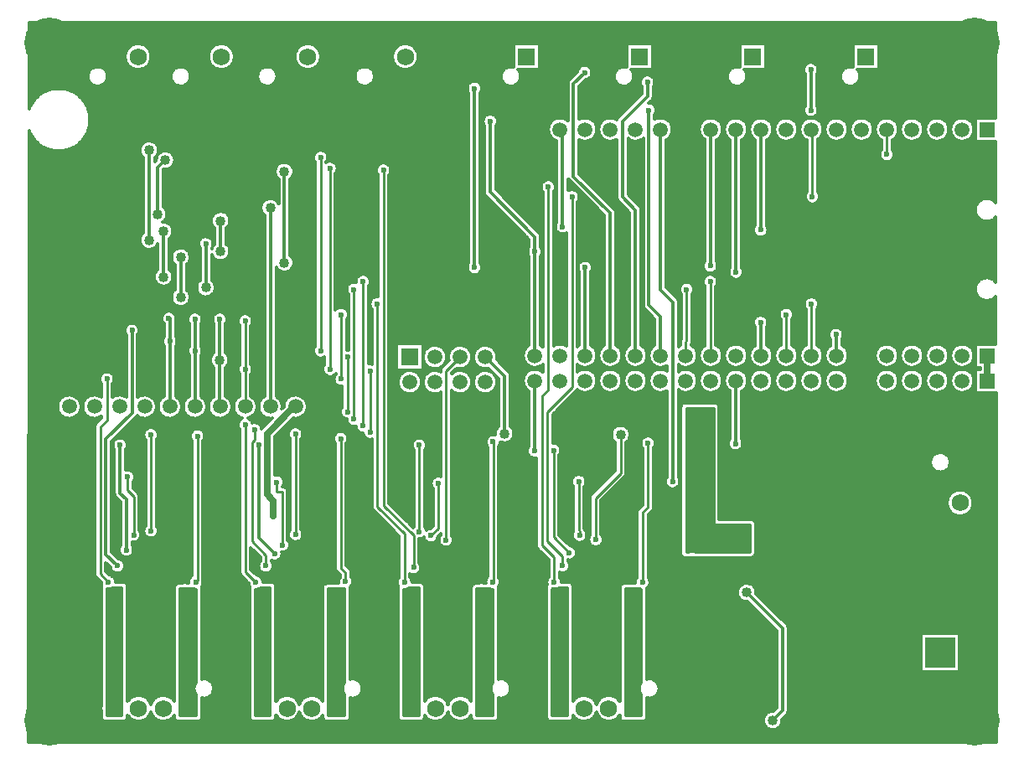
<source format=gbr>
G04 DipTrace 4.1.3.1*
G04 2 - Bottom.gbr*
%MOIN*%
G04 #@! TF.FileFunction,Copper,L2,Bot*
G04 #@! TF.Part,Single*
G04 #@! TA.AperFunction,Conductor*
%ADD16C,0.009*%
%ADD17C,0.01*%
G04 #@! TA.AperFunction,CopperBalancing*
%ADD18C,0.012*%
G04 #@! TA.AperFunction,Conductor*
%ADD20C,0.025*%
G04 #@! TA.AperFunction,CopperBalancing*
%ADD23C,0.012008*%
%ADD26C,0.015*%
G04 #@! TA.AperFunction,ComponentPad*
%ADD32R,0.068898X0.068898*%
%ADD33C,0.068898*%
%ADD34R,0.059055X0.059055*%
%ADD35C,0.059055*%
%ADD36R,0.07X0.07*%
%ADD37C,0.059055*%
%ADD40C,0.2*%
%ADD46R,0.12X0.12*%
%ADD47C,0.12*%
G04 #@! TA.AperFunction,ViaPad*
%ADD55C,0.023622*%
%ADD57C,0.04*%
%FSLAX26Y26*%
G04*
G70*
G90*
G75*
G01*
G04 Bottom*
%LPD*%
X1023619Y792549D2*
D18*
X960000Y856168D1*
Y1224500D1*
X408500D2*
Y1033500D1*
X433068Y1008932D1*
Y807087D1*
X2133000Y1203000D2*
D16*
Y858130D1*
X2195735Y795395D1*
X1599134Y1224500D2*
Y880365D1*
X2059054Y1993961D2*
D18*
Y1580309D1*
Y1993961D2*
Y2053446D1*
X1881249Y2231251D1*
Y2512499D1*
X2059054Y1480309D2*
Y1215946D1*
X2056249Y1213142D1*
Y1201500D1*
X1006255Y2168751D2*
Y1377215D1*
X3004724Y129134D2*
X3043307Y167717D1*
Y496063D1*
X2901575Y637795D1*
X948000Y679000D2*
D16*
X906500Y720500D1*
Y1305000D1*
X1339000Y1328000D2*
Y1843751D1*
X2662500D2*
Y1638142D1*
X2659054Y1634696D1*
Y1580332D1*
X462598Y866142D2*
Y1019402D1*
X438000Y1044000D1*
Y1097500D1*
X2233500Y1079000D2*
Y885513D1*
X2236500Y882513D1*
Y865500D1*
X1054500Y826154D2*
X1053500D1*
Y1037514D1*
X1032000D1*
Y1077000D1*
X1645500Y864000D2*
X1674500Y893000D1*
Y1072000D1*
X2559054Y2480328D2*
D18*
Y1840946D1*
X2606249Y1793751D1*
Y1079000D1*
X2559054Y1580328D2*
Y1734696D1*
X2512500Y1781249D1*
Y2556249D1*
X3156249D2*
Y2718750D1*
X3056249Y1487500D2*
Y1480346D1*
X3059054D1*
X362500Y680500D2*
D16*
X330295Y712705D1*
Y1297795D1*
X356249Y1323749D1*
Y1487500D1*
X1288000D2*
Y1743751D1*
X3059054D2*
Y1580346D1*
X2956249Y1483147D2*
D18*
X2959054Y1480343D1*
X398000Y744000D2*
X352064Y789936D1*
Y1247564D1*
X455945Y1351445D1*
Y1681251D1*
X2956249Y1712500D2*
Y1583147D1*
X2959054Y1580343D1*
X1314000Y1574989D2*
D16*
Y1356500D1*
X531495Y1264970D2*
Y883079D1*
X2168751Y2093751D2*
D18*
Y2470616D1*
X2159054Y2480313D1*
X2756249Y1937500D2*
Y2477531D1*
X2759054Y2480335D1*
X2956925Y2080575D2*
X2959054Y2082703D1*
Y2480343D1*
X2859054Y1912500D2*
Y2480339D1*
X2359054Y1580320D2*
Y2147197D1*
X2212500Y2293751D1*
Y2662499D1*
X2256251Y2706249D1*
X2459054Y1580324D2*
Y2159696D1*
X2406249Y2212500D1*
Y2512500D1*
X2506249Y2612500D1*
Y2668751D1*
X1576000Y738000D2*
D16*
Y864000D1*
X1456251Y983749D1*
Y2318749D1*
X3459054Y2381251D2*
Y2480361D1*
X2167791Y744094D2*
Y782097D1*
X2107500Y842388D1*
Y1355500D1*
X2206249Y1454249D1*
Y2212500D1*
X3162500D2*
Y2454894D1*
X3159054Y2458340D1*
Y2480350D1*
X988189Y744094D2*
Y787039D1*
X933953Y841276D1*
Y1236953D1*
X943500Y1246500D1*
Y1285500D1*
X1375500Y1301000D2*
Y1875000D1*
X2756249D2*
Y1583140D1*
X2759054Y1580335D1*
X2134734Y679091D2*
Y777513D1*
X2086500Y825747D1*
Y1419000D1*
X2112320Y1444820D1*
Y2251873D1*
X1540500Y679000D2*
Y870780D1*
X1431577Y979702D1*
Y1785710D1*
X3159054D2*
Y1580350D1*
X1403500Y1518967D2*
Y1276000D1*
X1106500Y1268500D2*
Y868500D1*
X806255Y1377215D2*
D18*
X804307D1*
Y1562500D1*
X805587D1*
Y1725000D1*
X1062500Y1950000D2*
Y2312500D1*
X606255Y1377215D2*
Y1637500D1*
X3256249Y1664249D2*
Y1580354D1*
X3259054D1*
X602537Y1728713D2*
X606255D1*
Y1637500D1*
X2259054Y1580317D2*
Y1931249D1*
X1818751D2*
Y2643749D1*
X706255Y1377215D2*
Y1599199D1*
Y1725004D1*
X1206249Y1599199D2*
D16*
Y2368749D1*
X906255Y1377215D2*
Y1525917D1*
Y1718755D1*
X1243751Y1525917D2*
Y2325001D1*
X1705500Y846500D2*
Y1519713D1*
X1760790Y1575004D1*
X1860790Y1575011D2*
D18*
X1862489D1*
X1937500Y1500000D1*
Y1270500D1*
X2400000Y1266000D2*
D17*
Y1113500D1*
X2300000Y1013500D1*
Y848264D1*
X2301342D1*
X558000Y2143000D2*
D18*
Y2330000D1*
X586000Y2358000D1*
X589000D1*
X524000Y2040232D2*
Y2397997D1*
X581249Y2075201D2*
Y1893751D1*
X750000Y2025000D2*
Y1851001D1*
X808529Y2117004D2*
Y1994529D1*
X650000Y1972004D2*
Y1812500D1*
X3859054Y1580376D2*
D20*
Y1480376D1*
X2487500Y679500D2*
D16*
Y957000D1*
X2508500Y978000D1*
Y1232000D1*
X716819Y1260000D2*
Y686819D1*
X710000Y680000D1*
X1891500Y679000D2*
X1894000D1*
Y1237500D1*
X1892500D1*
X1305500Y681000D2*
Y717000D1*
X1286500Y736000D1*
Y1250000D1*
X2856249Y1230500D2*
D18*
Y1477534D1*
X2859054Y1480339D1*
X1106255Y1377215D2*
D20*
X1102217D1*
X994500Y1269499D1*
Y1027500D1*
X1018751Y1003249D1*
Y993751D1*
Y968751D1*
Y943751D1*
D55*
X1023619Y792549D3*
X960000Y1224500D3*
X408500D3*
X433068Y807087D3*
X2133000Y1203000D3*
X2195735Y795395D3*
X960000Y1224500D3*
X2195735Y795395D3*
X1599134Y880365D3*
Y1224500D3*
X2059054Y1993961D3*
X1881249Y2512499D3*
X2059054Y1993961D3*
X2056249Y1201500D3*
X1599134Y880365D3*
D57*
X1006255Y2168751D3*
X3004724Y129134D3*
X2901575Y637795D3*
D55*
X948000Y679000D3*
X906500Y1305000D3*
X1339000Y1328000D3*
Y1843751D3*
X2662500D3*
X462598Y866142D3*
X438000Y1097500D3*
X2233500Y1079000D3*
X2236500Y865500D3*
X1054500Y826154D3*
X1032000Y1077000D3*
X1645500Y864000D3*
X1674500Y1072000D3*
X2606249Y1079000D3*
X2512500Y2556249D3*
X3156249D3*
Y2718750D3*
X362500Y680500D3*
X356249Y1487500D3*
X1288000D3*
Y1743751D3*
X3059054D3*
X455945Y1681251D3*
X2956249Y1712500D3*
X1314000Y1574989D3*
Y1356500D3*
X531495Y1264970D3*
Y883079D3*
X2168751Y2093751D3*
X2756249Y1937500D3*
X2956925Y2080575D3*
X2859054Y1912500D3*
X2256251Y2706249D3*
X2506249Y2668751D3*
X1576000Y738000D3*
X1456251Y2318749D3*
X3459054Y2381251D3*
X2167791Y744094D3*
X2206249Y2212500D3*
X3162500D3*
X988189Y744094D3*
X943500Y1285500D3*
X1375500Y1301000D3*
Y1875000D3*
X2756249D3*
X2134734Y679091D3*
X2112320Y2251873D3*
X1540500Y679000D3*
X1431577Y1785710D3*
X3159054D3*
X1403500Y1518967D3*
Y1276000D3*
X1106500Y1268500D3*
Y868500D3*
D57*
X804307Y1562500D3*
D55*
X805587Y1725000D3*
D57*
X1062500Y1950000D3*
Y2312500D3*
D55*
X606255Y1637500D3*
X3256249Y1664249D3*
X602537Y1728713D3*
X2259054Y1931249D3*
X1818751D3*
Y2643749D3*
X706255Y1725004D3*
X1206249Y1599199D3*
Y2368749D3*
X706255Y1599199D3*
X906255Y1718755D3*
X1243751Y1525917D3*
Y2325001D3*
X906255Y1525917D3*
X1705500Y846500D3*
D57*
X1937500Y1270500D3*
X2400000Y1266000D3*
D55*
X2301342Y848264D3*
D57*
X558000Y2143000D3*
X589000Y2358000D3*
X524000Y2040232D3*
Y2397997D3*
X581249Y2075201D3*
Y1893751D3*
D55*
X750000Y2025000D3*
D57*
Y1851001D3*
X808529Y2117004D3*
Y1994529D3*
X650000Y1972004D3*
Y1812500D3*
D55*
X2487500Y679500D3*
X2508500Y1232000D3*
X716819Y1260000D3*
X710000Y680000D3*
X1891500Y679000D3*
X1892500Y1237500D3*
X1305500Y681000D3*
X1286500Y1250000D3*
X2856249Y1230500D3*
X2508500Y1232000D3*
X404000Y649000D3*
D57*
X2800000Y831249D3*
X2843751D3*
D55*
X366000Y649000D3*
X322835Y385827D3*
Y354331D3*
X287402Y385827D3*
Y354331D3*
X702000Y648000D3*
X667000Y648500D3*
X702000Y626000D3*
X668000Y625500D3*
X777433Y385000D3*
Y353504D3*
X742000Y385000D3*
Y353504D3*
X398000Y744000D3*
X741136Y483705D3*
X326000Y481000D3*
X661500Y832500D3*
D57*
X581000Y1186000D3*
X580000Y1150000D3*
Y1112000D3*
X480000Y1186000D3*
X479000Y1148000D3*
X480000Y1110000D3*
X1171551Y1187969D3*
X1170551Y1151969D3*
Y1113969D3*
X1070551Y1187969D3*
X1069551Y1149969D3*
X1070551Y1111969D3*
X1762102Y1187969D3*
X1761102Y1151969D3*
Y1113969D3*
X1661000Y1190500D3*
X1662500Y1155000D3*
X1661500Y1117500D3*
X2356591Y1195843D3*
X2355591Y1159843D3*
Y1121843D3*
X2255591Y1195843D3*
X2254591Y1157843D3*
X2255591Y1119843D3*
D55*
X2425000Y830000D3*
X1842000Y834000D3*
X1261000Y832000D3*
X913386Y385827D3*
Y354331D3*
X877953Y385827D3*
Y354331D3*
X1367984Y385000D3*
Y353504D3*
X1332551Y385000D3*
Y353504D3*
X1501969Y385827D3*
Y354331D3*
X1466535Y385827D3*
Y354331D3*
X1956567Y385000D3*
Y353504D3*
X1921134Y385000D3*
Y353504D3*
X2094488Y385827D3*
Y354331D3*
X2059055Y385827D3*
Y354331D3*
X2549087Y385000D3*
Y353504D3*
X2513654Y385000D3*
Y353504D3*
X987402Y646457D3*
X955118Y623909D3*
X986614Y623622D3*
X955118Y646744D3*
X1290051Y648000D3*
X1257551D3*
X1290551Y625000D3*
X1257551D3*
X1575984Y645957D3*
X1543701Y623909D3*
X1575697Y623122D3*
X1543701Y646744D3*
X1879134Y648000D3*
X1846134Y648500D3*
X1879134Y625500D3*
X1846134Y626500D3*
X2166535Y646457D3*
X2134252Y624409D3*
X2165748Y623622D3*
X2134252Y647244D3*
X2469685Y647000D3*
X2436685D3*
X2469685Y625000D3*
X2436685Y624500D3*
X915354Y484252D3*
X1338583D3*
X1500000D3*
X1933071D3*
X2093982Y485244D3*
X2517717Y488189D3*
D57*
X2893751Y831249D3*
X2681249Y762500D3*
Y687500D3*
X2948819Y267717D3*
X3000000D3*
X2948819Y181102D3*
X3000000D3*
X2948819Y228346D3*
X3000000D3*
D55*
X3149606Y94488D3*
X2913386Y70866D3*
X3204724Y157480D3*
X3244094D3*
D57*
X2759843Y527559D3*
Y484252D3*
Y437008D3*
X2750000Y1318751D3*
X2718751D3*
X2687500Y1318749D3*
D55*
X3256249Y1962500D3*
X1906249Y2706249D3*
X2350000D3*
X1018751Y993751D3*
Y968751D3*
Y943751D3*
X3262500Y2718751D3*
X2825000Y2725000D3*
D57*
X3512500Y2312500D3*
X3781249Y2343751D3*
X3506249Y1737500D3*
X3781249Y1731251D3*
X3493751Y1912500D3*
X3168751Y1269685D3*
X3850000Y1250000D3*
D55*
X366000Y626000D3*
X404000D3*
X381500Y706000D3*
X684500Y699000D3*
X560500Y853000D3*
X500500D3*
X973000Y709500D3*
X1085000Y845000D3*
X1145500Y863000D3*
X1279500Y699000D3*
X1748500Y884000D3*
X1673500Y849000D3*
X1568500Y707000D3*
X1865000Y698000D3*
X2159500Y704500D3*
X2269000Y854500D3*
X2460000Y699500D3*
X479000Y691500D3*
X516000Y693000D3*
X546500Y692000D3*
X580500Y691500D3*
X479000Y724500D3*
X476500Y762500D3*
X515500Y763000D3*
X516000Y722000D3*
X579000D3*
X577500Y762000D3*
X544000Y763000D3*
X546500Y724000D3*
D57*
X2645669Y307087D3*
Y232283D3*
D55*
X532720Y1769333D3*
X965144Y1745345D3*
X859226Y1742780D3*
X754492Y1743375D3*
X654782Y2194655D3*
X2244094Y771654D3*
X2271654D3*
X2299213D3*
X2330709D3*
X2358268D3*
X2244094Y712598D3*
X2271654D3*
X2299213D3*
X2330709D3*
X2361205D3*
X2244094Y653543D3*
X2275591D3*
X2303150D3*
X2334646D3*
X2361205Y654543D3*
X1653543Y771654D3*
X1681102D3*
X1708661D3*
X1740157D3*
X1767717D3*
X1653543Y712598D3*
X1681102D3*
X1708661D3*
X1740157D3*
X1771154D3*
X1653543Y653543D3*
X1685039D3*
X1712598D3*
X1744094D3*
X1770654Y654043D3*
X1071000Y767000D3*
X1108000Y767500D3*
X1138000Y769000D3*
X1176000Y767000D3*
X1071000Y713500D3*
X1109500Y713000D3*
X1145000Y712500D3*
X1176000Y714500D3*
X1071500Y663000D3*
X1108000D3*
X1144500Y662000D3*
X1177000Y663000D3*
X480000Y660000D3*
X515500Y660500D3*
X547000Y660000D3*
X580000Y660500D3*
X357600Y643549D2*
D18*
X414063D1*
X357600Y631680D2*
X414063D1*
X357600Y619811D2*
X414063D1*
X357600Y607942D2*
X414063D1*
X357600Y596073D2*
X414063D1*
X357600Y584205D2*
X414063D1*
X357600Y572336D2*
X414063D1*
X357600Y560467D2*
X414063D1*
X357600Y548598D2*
X414063D1*
X357600Y536730D2*
X414063D1*
X357600Y524861D2*
X414063D1*
X357600Y512992D2*
X414063D1*
X357600Y501123D2*
X414063D1*
X357600Y489255D2*
X414063D1*
X357600Y477386D2*
X414063D1*
X357600Y465517D2*
X414063D1*
X357600Y453648D2*
X414063D1*
X357600Y441780D2*
X414063D1*
X357600Y429911D2*
X414063D1*
X357600Y418042D2*
X414063D1*
X357600Y406173D2*
X414063D1*
X357600Y394304D2*
X414063D1*
X357600Y382436D2*
X414063D1*
X357600Y370567D2*
X414063D1*
X357600Y358698D2*
X414063D1*
X357600Y346829D2*
X414063D1*
X357600Y334961D2*
X414063D1*
X357600Y323092D2*
X414063D1*
X357600Y311223D2*
X414063D1*
X357600Y299354D2*
X414063D1*
X357600Y287486D2*
X414063D1*
X357600Y275617D2*
X414063D1*
X357600Y263748D2*
X414063D1*
X357600Y251879D2*
X414063D1*
X357600Y240010D2*
X414063D1*
X357600Y228142D2*
X414063D1*
X357600Y216273D2*
X414063D1*
X357600Y204404D2*
X414063D1*
X357600Y192535D2*
X414063D1*
X357600Y180667D2*
X414063D1*
X357600Y168798D2*
X414063D1*
X357600Y156929D2*
X414063D1*
X378946Y655414D2*
X378473Y655046D1*
X373022Y652351D1*
X367140Y650809D1*
X361069Y650483D1*
X356389Y651186D1*
X356394Y607512D1*
Y147733D1*
X415262Y147732D1*
X415260Y655417D1*
X379056D1*
X648938Y639612D2*
X709339D1*
X648938Y627743D2*
X709339D1*
X648938Y615874D2*
X709339D1*
X648938Y604005D2*
X709339D1*
X648938Y592136D2*
X709339D1*
X648938Y580268D2*
X709339D1*
X648938Y568399D2*
X709339D1*
X648938Y556530D2*
X709339D1*
X648938Y544661D2*
X709339D1*
X648938Y532793D2*
X709339D1*
X648938Y520924D2*
X709339D1*
X648938Y509055D2*
X709339D1*
X648938Y497186D2*
X709339D1*
X648938Y485318D2*
X709339D1*
X648938Y473449D2*
X709339D1*
X648938Y461580D2*
X709339D1*
X648938Y449711D2*
X709339D1*
X648938Y437843D2*
X709339D1*
X648938Y425974D2*
X709339D1*
X648938Y414105D2*
X709339D1*
X648938Y402236D2*
X709339D1*
X648938Y390367D2*
X709339D1*
X648938Y378499D2*
X709339D1*
X648938Y366630D2*
X709339D1*
X648938Y354761D2*
X709339D1*
X648938Y342892D2*
X709339D1*
X648938Y331024D2*
X709339D1*
X648938Y319155D2*
X709339D1*
X648938Y307286D2*
X709339D1*
X648938Y295417D2*
X709339D1*
X648938Y283549D2*
X709339D1*
X648938Y271680D2*
X704288D1*
X648938Y259811D2*
X701230D1*
X648938Y247942D2*
X701839D1*
X648938Y236073D2*
X706315D1*
X648938Y224205D2*
X709339D1*
X648938Y212336D2*
X709339D1*
X648938Y200467D2*
X709339D1*
X648938Y188598D2*
X709339D1*
X648938Y176730D2*
X709339D1*
X648938Y164861D2*
X709339D1*
X648938Y152992D2*
X709339D1*
X710535Y231714D2*
X709146Y233459D1*
X706169Y238625D1*
X703995Y244177D1*
X702673Y249991D1*
X702232Y255937D1*
X702683Y261883D1*
X704014Y267695D1*
X706197Y273243D1*
X709182Y278405D1*
X710538Y280102D1*
X710535Y649954D1*
X708569Y649983D1*
X702556Y650886D1*
X700933Y651481D1*
X647730Y651480D1*
X647732Y147735D1*
X710538Y147732D1*
X710535Y231548D1*
X948151Y643549D2*
X1004614D1*
X948151Y631680D2*
X1004614D1*
X948151Y619811D2*
X1004614D1*
X948151Y607942D2*
X1004614D1*
X948151Y596073D2*
X1004614D1*
X948151Y584205D2*
X1004614D1*
X948151Y572336D2*
X1004614D1*
X948151Y560467D2*
X1004614D1*
X948151Y548598D2*
X1004614D1*
X948151Y536730D2*
X1004614D1*
X948151Y524861D2*
X1004614D1*
X948151Y512992D2*
X1004614D1*
X948151Y501123D2*
X1004614D1*
X948151Y489255D2*
X1004614D1*
X948151Y477386D2*
X1004614D1*
X948151Y465517D2*
X1004614D1*
X948151Y453648D2*
X1004614D1*
X948151Y441780D2*
X1004614D1*
X948151Y429911D2*
X1004614D1*
X948151Y418042D2*
X1004614D1*
X948151Y406173D2*
X1004614D1*
X948151Y394304D2*
X1004614D1*
X948151Y382436D2*
X1004614D1*
X948151Y370567D2*
X1004614D1*
X948151Y358698D2*
X1004614D1*
X948151Y346829D2*
X1004614D1*
X948151Y334961D2*
X1004614D1*
X948151Y323092D2*
X1004614D1*
X948151Y311223D2*
X1004614D1*
X948151Y299354D2*
X1004614D1*
X948151Y287486D2*
X1004614D1*
X948151Y275617D2*
X1004614D1*
X948151Y263748D2*
X1004614D1*
X948151Y251879D2*
X1004614D1*
X948151Y240010D2*
X1004614D1*
X948151Y228142D2*
X1004614D1*
X948151Y216273D2*
X1004614D1*
X948151Y204404D2*
X1004614D1*
X948151Y192535D2*
X1004614D1*
X948151Y180667D2*
X1004614D1*
X948151Y168798D2*
X1004614D1*
X948151Y156929D2*
X1004614D1*
X966376Y655417D2*
X963973Y653546D1*
X958522Y650851D1*
X952640Y649309D1*
X946942Y649003D1*
X946945Y147733D1*
X1005813Y147732D1*
X1005811Y655417D1*
X966376D1*
X1239489Y639612D2*
X1299890D1*
X1239489Y627743D2*
X1299890D1*
X1239489Y615874D2*
X1299890D1*
X1239489Y604005D2*
X1299890D1*
X1239489Y592136D2*
X1299890D1*
X1239489Y580268D2*
X1299890D1*
X1239489Y568399D2*
X1299890D1*
X1239489Y556530D2*
X1299890D1*
X1239489Y544661D2*
X1299890D1*
X1239489Y532793D2*
X1299890D1*
X1239489Y520924D2*
X1299890D1*
X1239489Y509055D2*
X1299890D1*
X1239489Y497186D2*
X1299890D1*
X1239489Y485318D2*
X1299890D1*
X1239489Y473449D2*
X1299890D1*
X1239489Y461580D2*
X1299890D1*
X1239489Y449711D2*
X1299890D1*
X1239489Y437843D2*
X1299890D1*
X1239489Y425974D2*
X1299890D1*
X1239489Y414105D2*
X1299890D1*
X1239489Y402236D2*
X1299890D1*
X1239489Y390367D2*
X1299890D1*
X1239489Y378499D2*
X1299890D1*
X1239489Y366630D2*
X1299890D1*
X1239489Y354761D2*
X1299890D1*
X1239489Y342892D2*
X1299890D1*
X1239489Y331024D2*
X1299890D1*
X1239489Y319155D2*
X1299890D1*
X1239489Y307286D2*
X1299890D1*
X1239489Y295417D2*
X1299890D1*
X1239489Y283549D2*
X1299890D1*
X1239489Y271680D2*
X1294839D1*
X1239489Y259811D2*
X1291781D1*
X1239489Y247942D2*
X1292390D1*
X1239489Y236073D2*
X1296867D1*
X1239489Y224205D2*
X1299890D1*
X1239489Y212336D2*
X1299890D1*
X1239489Y200467D2*
X1299890D1*
X1239489Y188598D2*
X1299890D1*
X1239489Y176730D2*
X1299890D1*
X1239489Y164861D2*
X1299890D1*
X1239489Y152992D2*
X1299890D1*
X1301087Y231714D2*
X1299698Y233459D1*
X1296720Y238625D1*
X1294547Y244177D1*
X1293224Y249991D1*
X1292784Y255937D1*
X1293234Y261883D1*
X1294565Y267695D1*
X1296748Y273243D1*
X1299734Y278405D1*
X1301089Y280102D1*
X1301087Y651278D1*
X1301062Y651434D1*
X1300754Y651481D1*
X1238281Y651480D1*
X1238283Y147735D1*
X1301089Y147732D1*
X1301087Y231548D1*
X1538702Y643549D2*
X1595165D1*
X1538702Y631680D2*
X1595165D1*
X1538702Y619811D2*
X1595165D1*
X1538702Y607942D2*
X1595165D1*
X1538702Y596073D2*
X1595165D1*
X1538702Y584205D2*
X1595165D1*
X1538702Y572336D2*
X1595165D1*
X1538702Y560467D2*
X1595165D1*
X1538702Y548598D2*
X1595165D1*
X1538702Y536730D2*
X1595165D1*
X1538702Y524861D2*
X1595165D1*
X1538702Y512992D2*
X1595165D1*
X1538702Y501123D2*
X1595165D1*
X1538702Y489255D2*
X1595165D1*
X1538702Y477386D2*
X1595165D1*
X1538702Y465517D2*
X1595165D1*
X1538702Y453648D2*
X1595165D1*
X1538702Y441780D2*
X1595165D1*
X1538702Y429911D2*
X1595165D1*
X1538702Y418042D2*
X1595165D1*
X1538702Y406173D2*
X1595165D1*
X1538702Y394304D2*
X1595165D1*
X1538702Y382436D2*
X1595165D1*
X1538702Y370567D2*
X1595165D1*
X1538702Y358698D2*
X1595165D1*
X1538702Y346829D2*
X1595165D1*
X1538702Y334961D2*
X1595165D1*
X1538702Y323092D2*
X1595165D1*
X1538702Y311223D2*
X1595165D1*
X1538702Y299354D2*
X1595165D1*
X1538702Y287486D2*
X1595165D1*
X1538702Y275617D2*
X1595165D1*
X1538702Y263748D2*
X1595165D1*
X1538702Y251879D2*
X1595165D1*
X1538702Y240010D2*
X1595165D1*
X1538702Y228142D2*
X1595165D1*
X1538702Y216273D2*
X1595165D1*
X1538702Y204404D2*
X1595165D1*
X1538702Y192535D2*
X1595165D1*
X1538702Y180667D2*
X1595165D1*
X1538702Y168798D2*
X1595165D1*
X1538702Y156929D2*
X1595165D1*
X1558876Y655417D2*
X1556473Y653546D1*
X1551022Y650851D1*
X1545140Y649309D1*
X1539069Y648983D1*
X1537501Y649218D1*
X1537496Y541512D1*
Y147733D1*
X1596364Y147732D1*
X1596362Y655417D1*
X1558876D1*
X1830041Y639612D2*
X1890441D1*
X1830041Y627743D2*
X1890441D1*
X1830041Y615874D2*
X1890441D1*
X1830041Y604005D2*
X1890441D1*
X1830041Y592136D2*
X1890441D1*
X1830041Y580268D2*
X1890441D1*
X1830041Y568399D2*
X1890441D1*
X1830041Y556530D2*
X1890441D1*
X1830041Y544661D2*
X1890441D1*
X1830041Y532793D2*
X1890441D1*
X1830041Y520924D2*
X1890441D1*
X1830041Y509055D2*
X1890441D1*
X1830041Y497186D2*
X1890441D1*
X1830041Y485318D2*
X1890441D1*
X1830041Y473449D2*
X1890441D1*
X1830041Y461580D2*
X1890441D1*
X1830041Y449711D2*
X1890441D1*
X1830041Y437843D2*
X1890441D1*
X1830041Y425974D2*
X1890441D1*
X1830041Y414105D2*
X1890441D1*
X1830041Y402236D2*
X1890441D1*
X1830041Y390367D2*
X1890371D1*
X1830041Y378499D2*
X1890441D1*
X1830041Y366630D2*
X1890441D1*
X1830041Y354761D2*
X1889914D1*
X1830041Y342892D2*
X1890441D1*
X1830041Y331024D2*
X1890441D1*
X1830041Y319155D2*
X1890441D1*
X1830041Y307286D2*
X1890441D1*
X1830041Y295417D2*
X1890441D1*
X1830041Y283549D2*
X1890441D1*
X1830041Y271680D2*
X1885391D1*
X1830041Y259811D2*
X1882332D1*
X1830041Y247942D2*
X1882941D1*
X1830041Y236073D2*
X1887418D1*
X1830041Y224205D2*
X1890441D1*
X1830041Y212336D2*
X1890441D1*
X1830041Y200467D2*
X1890441D1*
X1830041Y188598D2*
X1890441D1*
X1830041Y176730D2*
X1890441D1*
X1830041Y164861D2*
X1890441D1*
X1830041Y152992D2*
X1890441D1*
X1891638Y231714D2*
X1890249Y233459D1*
X1887272Y238625D1*
X1885098Y244177D1*
X1883776Y249991D1*
X1883335Y255937D1*
X1883785Y261883D1*
X1885117Y267695D1*
X1887299Y273243D1*
X1890285Y278405D1*
X1891640Y280102D1*
X1891638Y347751D1*
X1891246Y350373D1*
X1891228Y356454D1*
X1891637Y358473D1*
X1891638Y379251D1*
X1891246Y381869D1*
X1891228Y387950D1*
X1891637Y389969D1*
X1891638Y648946D1*
X1890069Y648983D1*
X1884056Y649886D1*
X1879713Y651479D1*
X1828832Y651480D1*
X1828835Y147735D1*
X1891641Y147732D1*
X1891638Y231548D1*
X2129258Y643537D2*
D23*
X2185711D1*
X2129258Y631660D2*
X2185711D1*
X2129258Y619783D2*
X2185711D1*
X2129258Y607907D2*
X2185711D1*
X2129258Y596030D2*
X2185711D1*
X2129258Y584154D2*
X2185711D1*
X2129258Y572277D2*
X2185711D1*
X2129258Y560400D2*
X2185711D1*
X2129258Y548524D2*
X2185711D1*
X2129258Y536647D2*
X2185711D1*
X2129258Y524770D2*
X2185711D1*
X2129258Y512894D2*
X2185711D1*
X2129258Y501017D2*
X2185711D1*
X2129258Y489140D2*
X2185711D1*
X2129258Y477264D2*
X2185711D1*
X2129258Y465387D2*
X2185711D1*
X2129258Y453510D2*
X2185711D1*
X2129258Y441634D2*
X2185711D1*
X2129258Y429757D2*
X2185711D1*
X2129258Y417881D2*
X2185711D1*
X2129258Y406004D2*
X2185711D1*
X2129258Y394127D2*
X2185711D1*
X2129258Y382251D2*
X2185711D1*
X2129258Y370374D2*
X2185711D1*
X2129258Y358497D2*
X2185711D1*
X2129258Y346621D2*
X2185711D1*
X2129258Y334744D2*
X2185711D1*
X2129258Y322867D2*
X2185711D1*
X2129258Y310991D2*
X2185711D1*
X2129258Y299114D2*
X2185711D1*
X2129258Y287238D2*
X2185711D1*
X2129258Y275361D2*
X2185711D1*
X2129258Y263484D2*
X2185711D1*
X2129258Y251608D2*
X2185711D1*
X2129258Y239731D2*
X2185711D1*
X2129258Y227854D2*
X2185711D1*
X2129258Y215978D2*
X2185711D1*
X2129258Y204101D2*
X2185711D1*
X2129258Y192224D2*
X2185711D1*
X2129258Y180348D2*
X2185711D1*
X2129258Y168471D2*
X2185711D1*
X2129258Y156594D2*
X2185711D1*
X2153003Y655410D2*
X2150712Y653625D1*
X2145258Y650930D1*
X2139374Y649388D1*
X2133300Y649062D1*
X2128054Y649849D1*
X2128051Y475394D1*
Y147739D1*
X2186907Y147736D1*
X2186909Y655410D1*
X2153003D1*
X2420596Y639600D2*
X2480990D1*
X2420596Y627723D2*
X2480990D1*
X2420596Y615846D2*
X2480990D1*
X2420596Y603970D2*
X2480990D1*
X2420596Y592093D2*
X2480990D1*
X2420596Y580217D2*
X2480990D1*
X2420596Y568340D2*
X2480990D1*
X2420596Y556463D2*
X2480990D1*
X2420596Y544587D2*
X2480990D1*
X2420596Y532710D2*
X2480990D1*
X2420596Y520833D2*
X2480990D1*
X2420596Y508957D2*
X2480990D1*
X2420596Y497080D2*
X2480990D1*
X2420596Y485203D2*
X2480990D1*
X2420596Y473327D2*
X2480990D1*
X2420596Y461450D2*
X2480990D1*
X2420596Y449573D2*
X2480990D1*
X2420596Y437697D2*
X2480990D1*
X2420596Y425820D2*
X2480990D1*
X2420596Y413944D2*
X2480990D1*
X2420596Y402067D2*
X2480990D1*
X2420596Y390190D2*
X2480990D1*
X2420596Y378314D2*
X2480990D1*
X2420596Y366437D2*
X2480990D1*
X2420596Y354560D2*
X2480990D1*
X2420596Y342684D2*
X2480990D1*
X2420596Y330807D2*
X2480990D1*
X2420596Y318930D2*
X2480990D1*
X2420596Y307054D2*
X2480990D1*
X2420596Y295177D2*
X2480990D1*
X2420596Y283301D2*
X2480990D1*
X2420596Y271424D2*
X2475819D1*
X2420596Y259547D2*
X2472840D1*
X2420596Y247671D2*
X2473532D1*
X2420596Y235794D2*
X2478117D1*
X2420596Y223917D2*
X2480990D1*
X2420596Y212041D2*
X2480990D1*
X2420596Y200164D2*
X2480990D1*
X2420596Y188287D2*
X2480990D1*
X2420596Y176411D2*
X2480990D1*
X2420596Y164534D2*
X2480990D1*
X2420596Y152657D2*
X2480990D1*
X2482185Y231700D2*
X2480789Y233454D1*
X2477811Y238622D1*
X2475637Y244176D1*
X2474315Y249992D1*
X2473874Y255940D1*
X2474325Y261887D1*
X2475657Y267700D1*
X2477841Y273251D1*
X2480827Y278413D1*
X2482183Y280111D1*
X2482185Y649908D1*
X2480051Y650374D1*
X2477045Y651478D1*
X2419389Y651476D1*
X2419390Y147733D1*
X2482186Y147736D1*
X2482185Y231532D1*
X48521Y2893549D2*
D18*
X3890445D1*
X48521Y2881680D2*
X3890457D1*
X48510Y2869811D2*
X3890469D1*
X48498Y2857942D2*
X3890469D1*
X48498Y2846073D2*
X3890481D1*
X48486Y2834205D2*
X3890492D1*
X48474Y2822336D2*
X3890504D1*
X48474Y2810467D2*
X446762D1*
X514166D2*
X777969D1*
X845373D2*
X1121762D1*
X1189166D2*
X1509266D1*
X1576658D2*
X1972895D1*
X2078678D2*
X2422895D1*
X2528678D2*
X2872895D1*
X2978678D2*
X3322895D1*
X3428678D2*
X3890504D1*
X48463Y2798598D2*
X436028D1*
X524900D2*
X767235D1*
X856107D2*
X1111028D1*
X1199900D2*
X1498531D1*
X1587404D2*
X1972895D1*
X2078678D2*
X2422895D1*
X2528678D2*
X2872895D1*
X2978678D2*
X3322895D1*
X3428678D2*
X3890516D1*
X48451Y2786730D2*
X430262D1*
X530666D2*
X761469D1*
X861873D2*
X1105262D1*
X1205666D2*
X1492766D1*
X1593158D2*
X1972895D1*
X2078678D2*
X2422895D1*
X2528678D2*
X2872895D1*
X2978678D2*
X3322895D1*
X3428678D2*
X3890528D1*
X48451Y2774861D2*
X427778D1*
X533150D2*
X758985D1*
X864357D2*
X1102778D1*
X1208150D2*
X1490281D1*
X1595642D2*
X1972895D1*
X2078678D2*
X2422895D1*
X2528678D2*
X2872895D1*
X2978678D2*
X3322895D1*
X3428678D2*
X3890528D1*
X48439Y2762992D2*
X428094D1*
X532834D2*
X759301D1*
X864041D2*
X1103094D1*
X1207834D2*
X1490586D1*
X1595338D2*
X1972895D1*
X2078678D2*
X2422895D1*
X2528678D2*
X2872895D1*
X2978678D2*
X3322895D1*
X3428678D2*
X3890539D1*
X48428Y2751123D2*
X431246D1*
X529670D2*
X762465D1*
X860877D2*
X1106246D1*
X1204670D2*
X1493750D1*
X1592174D2*
X1972895D1*
X2078678D2*
X2422895D1*
X2528678D2*
X2872895D1*
X2978678D2*
X3322895D1*
X3428678D2*
X3890551D1*
X48416Y2739255D2*
X437914D1*
X523013D2*
X769133D1*
X854220D2*
X1112914D1*
X1198013D2*
X1500418D1*
X1585506D2*
X1972895D1*
X2078678D2*
X2422895D1*
X2528678D2*
X2872895D1*
X2978678D2*
X3134469D1*
X3178025D2*
X3322895D1*
X3428678D2*
X3890551D1*
X48416Y2727386D2*
X302762D1*
X335326D2*
X450406D1*
X510510D2*
X633981D1*
X666533D2*
X781625D1*
X841717D2*
X977762D1*
X1010326D2*
X1125406D1*
X1185510D2*
X1365266D1*
X1397830D2*
X1512910D1*
X1573013D2*
X1946516D1*
X2078678D2*
X2235125D1*
X2277381D2*
X2396516D1*
X2528678D2*
X2846516D1*
X2978678D2*
X3127309D1*
X3185185D2*
X3296516D1*
X3428678D2*
X3890563D1*
X48404Y2715517D2*
X287223D1*
X350865D2*
X618442D1*
X682072D2*
X962223D1*
X1025865D2*
X1349727D1*
X1413369D2*
X1930977D1*
X1994619D2*
X2227520D1*
X2284986D2*
X2380977D1*
X2444619D2*
X2830977D1*
X2894619D2*
X3126184D1*
X3186322D2*
X3280977D1*
X3344619D2*
X3890574D1*
X48392Y2703648D2*
X280883D1*
X357205D2*
X612102D1*
X688412D2*
X955883D1*
X1032205D2*
X1343387D1*
X1419709D2*
X1924637D1*
X2000959D2*
X2219586D1*
X2286381D2*
X2374637D1*
X2450959D2*
X2824637D1*
X2900959D2*
X3130227D1*
X3182267D2*
X3274637D1*
X3350959D2*
X3890574D1*
X48392Y2691780D2*
X278949D1*
X359138D2*
X610168D1*
X690345D2*
X953949D1*
X1034138D2*
X1341453D1*
X1421642D2*
X1922703D1*
X2002892D2*
X2207715D1*
X2282642D2*
X2372703D1*
X2452892D2*
X2487336D1*
X2525162D2*
X2822703D1*
X2902892D2*
X3131809D1*
X3180685D2*
X3272703D1*
X3352892D2*
X3890586D1*
X48381Y2679911D2*
X280731D1*
X357357D2*
X611938D1*
X688576D2*
X955731D1*
X1032357D2*
X1343235D1*
X1419861D2*
X1924485D1*
X2001111D2*
X2195844D1*
X2269705D2*
X2374485D1*
X2451111D2*
X2478231D1*
X2534267D2*
X2824485D1*
X2901111D2*
X3131809D1*
X3180685D2*
X3274485D1*
X3351111D2*
X3890598D1*
X48369Y2668042D2*
X286848D1*
X351240D2*
X618055D1*
X682459D2*
X961848D1*
X1026240D2*
X1349352D1*
X1413744D2*
X1801613D1*
X1835888D2*
X1930602D1*
X1994994D2*
X2188731D1*
X2252115D2*
X2380602D1*
X2444994D2*
X2476004D1*
X2536494D2*
X2830602D1*
X2894994D2*
X3131809D1*
X3180685D2*
X3280602D1*
X3344994D2*
X3890610D1*
X48369Y2656173D2*
X301649D1*
X336439D2*
X632856D1*
X667658D2*
X976649D1*
X1011439D2*
X1364153D1*
X1398943D2*
X1791289D1*
X1846213D2*
X1945403D1*
X1980193D2*
X2188063D1*
X2240244D2*
X2395403D1*
X2430193D2*
X2478863D1*
X2533635D2*
X2845403D1*
X2880193D2*
X3131809D1*
X3180685D2*
X3295403D1*
X3330193D2*
X3890610D1*
X48357Y2644304D2*
X1788500D1*
X1849002D2*
X2188063D1*
X2236939D2*
X2481805D1*
X2530693D2*
X3131809D1*
X3180685D2*
X3890621D1*
X48345Y2632436D2*
X111723D1*
X216521D2*
X1790797D1*
X1846705D2*
X2188063D1*
X2236939D2*
X2481805D1*
X2530693D2*
X3131809D1*
X3180685D2*
X3890633D1*
X48334Y2620567D2*
X90992D1*
X237263D2*
X1794313D1*
X1843189D2*
X2188063D1*
X2236939D2*
X2480246D1*
X2530693D2*
X3131809D1*
X3180685D2*
X3890633D1*
X48334Y2608698D2*
X76637D1*
X251619D2*
X1794313D1*
X1843189D2*
X2188063D1*
X2236939D2*
X2468387D1*
X2530377D2*
X3131809D1*
X3180685D2*
X3890645D1*
X48322Y2596829D2*
X65785D1*
X262459D2*
X1794313D1*
X1843189D2*
X2188063D1*
X2236939D2*
X2456516D1*
X2524611D2*
X3131809D1*
X3180685D2*
X3890656D1*
X48310Y2584961D2*
X57360D1*
X270885D2*
X1794313D1*
X1843189D2*
X2188063D1*
X2236939D2*
X2444645D1*
X2518131D2*
X3131809D1*
X3180685D2*
X3890656D1*
X277435Y2573092D2*
X1794313D1*
X1843189D2*
X2188063D1*
X2236939D2*
X2432774D1*
X2537373D2*
X3131375D1*
X3181119D2*
X3890668D1*
X282428Y2561223D2*
X1794313D1*
X1843189D2*
X2188063D1*
X2236939D2*
X2420903D1*
X2542318D2*
X3126430D1*
X3186076D2*
X3890680D1*
X286060Y2549354D2*
X1794313D1*
X1843189D2*
X2188063D1*
X2236939D2*
X2409043D1*
X2541920D2*
X3126828D1*
X3185666D2*
X3890692D1*
X288439Y2537486D2*
X1794313D1*
X1843189D2*
X1865235D1*
X1897271D2*
X2188063D1*
X2236939D2*
X2397172D1*
X2536939D2*
X3132875D1*
X3179631D2*
X3890692D1*
X289646Y2525617D2*
X1794313D1*
X1843189D2*
X1854125D1*
X1908369D2*
X2146238D1*
X2171865D2*
X2188063D1*
X2236939D2*
X2246235D1*
X2271873D2*
X2346219D1*
X2371892D2*
X2385863D1*
X2536939D2*
X2546188D1*
X2571920D2*
X2746156D1*
X2771947D2*
X2846141D1*
X2871967D2*
X2946125D1*
X2971974D2*
X3046121D1*
X3071994D2*
X3146106D1*
X3172002D2*
X3246090D1*
X3272021D2*
X3346074D1*
X3372029D2*
X3446059D1*
X3472049D2*
X3546043D1*
X3572056D2*
X3646028D1*
X3672076D2*
X3746012D1*
X3772095D2*
X3811086D1*
X289717Y2513748D2*
X1794313D1*
X1843189D2*
X1851020D1*
X1911474D2*
X2125156D1*
X2292955D2*
X2325149D1*
X2592967D2*
X2725133D1*
X2792982D2*
X2825129D1*
X2892978D2*
X2925125D1*
X2992986D2*
X3025121D1*
X3092982D2*
X3125117D1*
X3192990D2*
X3225113D1*
X3292998D2*
X3325110D1*
X3392994D2*
X3425106D1*
X3493002D2*
X3525102D1*
X3593010D2*
X3625098D1*
X3693006D2*
X3725094D1*
X3793013D2*
X3811086D1*
X288650Y2501879D2*
X1794313D1*
X1843189D2*
X1853012D1*
X1909494D2*
X2116356D1*
X2301756D2*
X2316348D1*
X2601756D2*
X2716344D1*
X2801760D2*
X2816340D1*
X2901767D2*
X2916336D1*
X3001763D2*
X3016344D1*
X3101771D2*
X3116340D1*
X3201767D2*
X3216336D1*
X3301775D2*
X3316332D1*
X3401771D2*
X3416328D1*
X3501779D2*
X3516324D1*
X3601775D2*
X3616332D1*
X3701783D2*
X3716328D1*
X3801779D2*
X3811086D1*
X286424Y2490010D2*
X1794313D1*
X1843189D2*
X1856809D1*
X1905685D2*
X2112102D1*
X2306010D2*
X2312106D1*
X2606010D2*
X2712102D1*
X2806013D2*
X2812098D1*
X2906010D2*
X2912094D1*
X3006006D2*
X3012090D1*
X3106013D2*
X3112098D1*
X3206010D2*
X3212094D1*
X3306017D2*
X3312090D1*
X3406013D2*
X3412098D1*
X3506010D2*
X3512094D1*
X3606017D2*
X3612090D1*
X3706013D2*
X3712086D1*
X282955Y2478142D2*
X1794313D1*
X1843189D2*
X1856809D1*
X1905685D2*
X2111141D1*
X2606970D2*
X2711141D1*
X278138Y2466273D2*
X1794313D1*
X1843189D2*
X1856809D1*
X1905685D2*
X2113238D1*
X2304861D2*
X2313242D1*
X2604861D2*
X2713250D1*
X2804853D2*
X2813246D1*
X2904861D2*
X2913254D1*
X3004857D2*
X3013250D1*
X3104853D2*
X3113258D1*
X3204849D2*
X3213254D1*
X3304857D2*
X3313262D1*
X3404853D2*
X3413258D1*
X3504849D2*
X3513254D1*
X3604845D2*
X3613262D1*
X3704842D2*
X3713258D1*
X3804849D2*
X3811086D1*
X48228Y2454404D2*
X56457D1*
X271787D2*
X1794313D1*
X1843189D2*
X1856809D1*
X1905685D2*
X2118922D1*
X2299189D2*
X2318926D1*
X2599178D2*
X2718934D1*
X2799170D2*
X2818942D1*
X2899178D2*
X2918938D1*
X2999174D2*
X3018945D1*
X3099170D2*
X3118942D1*
X3199166D2*
X3218949D1*
X3299162D2*
X3318945D1*
X3399158D2*
X3418953D1*
X3499154D2*
X3518949D1*
X3599150D2*
X3618957D1*
X3699146D2*
X3718953D1*
X3799154D2*
X3811086D1*
X48217Y2442535D2*
X64625D1*
X263619D2*
X1794313D1*
X1843189D2*
X1856809D1*
X1905685D2*
X2130289D1*
X2287822D2*
X2330293D1*
X2587799D2*
X2730313D1*
X2787791D2*
X2830320D1*
X2887787D2*
X2930328D1*
X2987783D2*
X3030324D1*
X3087779D2*
X3130332D1*
X3187775D2*
X3230340D1*
X3287771D2*
X3330348D1*
X3387767D2*
X3430356D1*
X3487752D2*
X3530352D1*
X3587748D2*
X3630360D1*
X3687744D2*
X3730367D1*
X3787740D2*
X3811086D1*
X48205Y2430667D2*
X75125D1*
X253119D2*
X504922D1*
X543076D2*
X1794313D1*
X1843189D2*
X1856809D1*
X1905685D2*
X2144305D1*
X2236939D2*
X2381809D1*
X2430685D2*
X2488063D1*
X2583498D2*
X2731813D1*
X2780689D2*
X2834610D1*
X2883498D2*
X2934617D1*
X2983494D2*
X3139555D1*
X3185443D2*
X3436110D1*
X3481998D2*
X3890762D1*
X48205Y2418798D2*
X88953D1*
X239291D2*
X491914D1*
X556084D2*
X1794313D1*
X1843189D2*
X1856809D1*
X1905685D2*
X2144305D1*
X2236939D2*
X2381809D1*
X2430685D2*
X2488063D1*
X2583498D2*
X2731813D1*
X2780689D2*
X2834610D1*
X2883498D2*
X2934617D1*
X2983494D2*
X3139555D1*
X3185443D2*
X3436110D1*
X3481998D2*
X3890774D1*
X48193Y2406929D2*
X108582D1*
X219662D2*
X486653D1*
X561357D2*
X1794313D1*
X1843189D2*
X1856809D1*
X1905685D2*
X2144305D1*
X2236939D2*
X2381809D1*
X2430685D2*
X2488063D1*
X2583498D2*
X2731813D1*
X2780689D2*
X2834610D1*
X2883498D2*
X2934617D1*
X2983494D2*
X3139555D1*
X3185443D2*
X3436110D1*
X3481998D2*
X3890785D1*
X48181Y2395060D2*
X150547D1*
X177697D2*
X485680D1*
X562330D2*
X584153D1*
X593853D2*
X1192731D1*
X1219763D2*
X1794313D1*
X1843189D2*
X1856809D1*
X1905685D2*
X2144305D1*
X2236939D2*
X2381809D1*
X2430685D2*
X2488063D1*
X2583498D2*
X2731813D1*
X2780689D2*
X2834610D1*
X2883498D2*
X2934617D1*
X2983494D2*
X3139555D1*
X3185443D2*
X3432289D1*
X3485818D2*
X3890797D1*
X48181Y2383192D2*
X488633D1*
X617631D2*
X1179840D1*
X1232654D2*
X1794313D1*
X1843189D2*
X1856809D1*
X1905685D2*
X2144305D1*
X2236939D2*
X2381809D1*
X2430685D2*
X2488063D1*
X2583498D2*
X2731813D1*
X2780689D2*
X2834610D1*
X2883498D2*
X2934617D1*
X2983494D2*
X3139555D1*
X3185443D2*
X3428867D1*
X3489240D2*
X3890797D1*
X48170Y2371323D2*
X496813D1*
X624978D2*
X1176113D1*
X1236381D2*
X1794313D1*
X1843189D2*
X1856809D1*
X1905685D2*
X2144305D1*
X2236939D2*
X2381809D1*
X2430685D2*
X2488063D1*
X2583498D2*
X2731813D1*
X2780689D2*
X2834610D1*
X2883498D2*
X2934617D1*
X2983494D2*
X3139555D1*
X3185443D2*
X3430555D1*
X3487553D2*
X3890809D1*
X48158Y2359454D2*
X499555D1*
X627416D2*
X1177520D1*
X1234974D2*
X1794313D1*
X1843189D2*
X1856809D1*
X1905685D2*
X2144305D1*
X2236939D2*
X2381809D1*
X2430685D2*
X2488063D1*
X2583498D2*
X2731813D1*
X2780689D2*
X2834610D1*
X2883498D2*
X2934617D1*
X2983494D2*
X3139555D1*
X3185443D2*
X3438653D1*
X3479455D2*
X3890820D1*
X48158Y2347585D2*
X499555D1*
X625951D2*
X1048813D1*
X1076185D2*
X1183309D1*
X1263228D2*
X1451528D1*
X1460982D2*
X1794313D1*
X1843189D2*
X1856809D1*
X1905685D2*
X2144305D1*
X2236939D2*
X2381809D1*
X2430685D2*
X2488063D1*
X2583498D2*
X2731813D1*
X2780689D2*
X2834610D1*
X2883498D2*
X2934617D1*
X2983494D2*
X3139555D1*
X3185443D2*
X3890820D1*
X48146Y2335717D2*
X499555D1*
X620033D2*
X1032184D1*
X1092814D2*
X1183309D1*
X1271959D2*
X1431465D1*
X1481033D2*
X1794313D1*
X1843189D2*
X1856809D1*
X1905685D2*
X2144305D1*
X2236939D2*
X2381809D1*
X2430685D2*
X2488063D1*
X2583498D2*
X2731813D1*
X2780689D2*
X2834610D1*
X2883498D2*
X2934617D1*
X2983494D2*
X3139555D1*
X3185443D2*
X3890832D1*
X48135Y2323848D2*
X499555D1*
X605045D2*
X1025832D1*
X1099166D2*
X1183309D1*
X1273974D2*
X1426449D1*
X1486049D2*
X1794313D1*
X1843189D2*
X1856809D1*
X1905685D2*
X2144305D1*
X2236939D2*
X2381809D1*
X2430685D2*
X2488063D1*
X2583498D2*
X2731813D1*
X2780689D2*
X2834610D1*
X2883498D2*
X2934617D1*
X2983494D2*
X3139555D1*
X3185443D2*
X3890844D1*
X48123Y2311979D2*
X499555D1*
X582439D2*
X1024063D1*
X1100935D2*
X1183309D1*
X1270916D2*
X1426801D1*
X1485697D2*
X1794313D1*
X1843189D2*
X1856809D1*
X1905685D2*
X2144305D1*
X2236939D2*
X2381809D1*
X2430685D2*
X2488063D1*
X2583498D2*
X2731813D1*
X2780689D2*
X2834610D1*
X2883498D2*
X2934617D1*
X2983494D2*
X3139555D1*
X3185443D2*
X3890844D1*
X48123Y2300110D2*
X499555D1*
X582439D2*
X1026184D1*
X1098814D2*
X1183309D1*
X1266685D2*
X1432766D1*
X1479732D2*
X1794313D1*
X1843189D2*
X1856809D1*
X1905685D2*
X2144305D1*
X2240209D2*
X2381809D1*
X2430685D2*
X2488063D1*
X2583498D2*
X2731813D1*
X2780689D2*
X2834610D1*
X2883498D2*
X2934617D1*
X2983494D2*
X3139555D1*
X3185443D2*
X3890856D1*
X48111Y2288241D2*
X499555D1*
X582439D2*
X1033039D1*
X1091959D2*
X1183309D1*
X1266685D2*
X1433305D1*
X1479193D2*
X1794313D1*
X1843189D2*
X1856809D1*
X1905685D2*
X2144305D1*
X2252080D2*
X2381809D1*
X2430685D2*
X2488063D1*
X2583498D2*
X2731813D1*
X2780689D2*
X2834610D1*
X2883498D2*
X2934617D1*
X2983494D2*
X3139555D1*
X3185443D2*
X3890867D1*
X48099Y2276373D2*
X499555D1*
X582439D2*
X1038055D1*
X1086943D2*
X1183309D1*
X1266685D2*
X1433305D1*
X1479193D2*
X1794313D1*
X1843189D2*
X1856809D1*
X1905685D2*
X2095508D1*
X2129127D2*
X2144305D1*
X2263939D2*
X2381809D1*
X2430685D2*
X2488063D1*
X2583498D2*
X2731813D1*
X2780689D2*
X2834610D1*
X2883498D2*
X2934617D1*
X2983494D2*
X3139555D1*
X3185443D2*
X3890867D1*
X48099Y2264504D2*
X499555D1*
X582439D2*
X1038055D1*
X1086943D2*
X1183309D1*
X1266685D2*
X1433305D1*
X1479193D2*
X1794313D1*
X1843189D2*
X1856809D1*
X1905685D2*
X2084961D1*
X2193193D2*
X2207680D1*
X2275810D2*
X2381809D1*
X2430685D2*
X2488063D1*
X2583498D2*
X2731813D1*
X2780689D2*
X2834610D1*
X2883498D2*
X2934617D1*
X2983494D2*
X3139555D1*
X3185443D2*
X3890879D1*
X48088Y2252635D2*
X499555D1*
X582439D2*
X1038055D1*
X1086943D2*
X1183309D1*
X1266685D2*
X1433305D1*
X1479193D2*
X1794313D1*
X1843189D2*
X1856809D1*
X1905685D2*
X2082078D1*
X2193193D2*
X2219551D1*
X2287681D2*
X2381809D1*
X2430685D2*
X2488063D1*
X2583498D2*
X2731813D1*
X2780689D2*
X2834610D1*
X2883498D2*
X2934617D1*
X2983494D2*
X3139555D1*
X3185443D2*
X3890891D1*
X48076Y2240766D2*
X499555D1*
X582439D2*
X1038055D1*
X1086943D2*
X1183309D1*
X1266685D2*
X1433305D1*
X1479193D2*
X1794313D1*
X1843189D2*
X1856809D1*
X1905803D2*
X2084281D1*
X2214158D2*
X2231422D1*
X2299553D2*
X2381809D1*
X2430685D2*
X2488063D1*
X2583498D2*
X2731813D1*
X2780689D2*
X2834610D1*
X2883498D2*
X2934617D1*
X2983494D2*
X3139555D1*
X3185443D2*
X3890903D1*
X48076Y2228898D2*
X499555D1*
X582439D2*
X1038055D1*
X1086943D2*
X1183309D1*
X1266685D2*
X1433305D1*
X1479193D2*
X1794313D1*
X1843189D2*
X1856926D1*
X1917674D2*
X2089379D1*
X2135256D2*
X2144305D1*
X2231431D2*
X2243281D1*
X2311424D2*
X2381809D1*
X2430685D2*
X2488063D1*
X2583498D2*
X2731813D1*
X2780689D2*
X2834610D1*
X2883498D2*
X2934617D1*
X2983494D2*
X3137317D1*
X3187681D2*
X3890903D1*
X48064Y2217029D2*
X499555D1*
X582439D2*
X1038055D1*
X1086943D2*
X1183309D1*
X1266685D2*
X1433305D1*
X1479193D2*
X1794313D1*
X1843189D2*
X1861672D1*
X1929533D2*
X2089379D1*
X2135256D2*
X2144305D1*
X2236142D2*
X2255153D1*
X2323283D2*
X2381809D1*
X2435783D2*
X2488063D1*
X2583498D2*
X2731813D1*
X2780689D2*
X2834610D1*
X2883498D2*
X2934617D1*
X2983494D2*
X3132606D1*
X3192392D2*
X3890914D1*
X48053Y2205160D2*
X499555D1*
X582439D2*
X997238D1*
X1015271D2*
X1038055D1*
X1086943D2*
X1183309D1*
X1266685D2*
X1433305D1*
X1479193D2*
X1794313D1*
X1843189D2*
X1873274D1*
X1941404D2*
X2089379D1*
X2135256D2*
X2144305D1*
X2235556D2*
X2267024D1*
X2335154D2*
X2383004D1*
X2447654D2*
X2488063D1*
X2583498D2*
X2731813D1*
X2780689D2*
X2834610D1*
X2883498D2*
X2934617D1*
X2983494D2*
X3133192D1*
X3191806D2*
X3850156D1*
X3863232D2*
X3890926D1*
X48053Y2193291D2*
X499555D1*
X582439D2*
X977047D1*
X1086943D2*
X1183309D1*
X1266685D2*
X1433305D1*
X1479193D2*
X1794313D1*
X1843189D2*
X1885145D1*
X1953275D2*
X2089379D1*
X2135256D2*
X2144305D1*
X2229240D2*
X2278895D1*
X2347025D2*
X2391395D1*
X2459525D2*
X2488063D1*
X2583498D2*
X2731813D1*
X2780689D2*
X2834610D1*
X2883498D2*
X2934617D1*
X2983494D2*
X3139508D1*
X3185490D2*
X3824399D1*
X48041Y2181423D2*
X499555D1*
X582439D2*
X970039D1*
X1086943D2*
X1183309D1*
X1266685D2*
X1433305D1*
X1479193D2*
X1794313D1*
X1843189D2*
X1897016D1*
X1965146D2*
X2089379D1*
X2135256D2*
X2144305D1*
X2229193D2*
X2290766D1*
X2358896D2*
X2403266D1*
X2471396D2*
X2488063D1*
X2583498D2*
X2731813D1*
X2780689D2*
X2834610D1*
X2883498D2*
X2934617D1*
X2983494D2*
X3815211D1*
X48029Y2169554D2*
X499555D1*
X585310D2*
X967824D1*
X1086943D2*
X1183309D1*
X1266685D2*
X1433305D1*
X1479193D2*
X1794313D1*
X1843189D2*
X1908875D1*
X1977017D2*
X2089379D1*
X2135256D2*
X2144305D1*
X2229193D2*
X2302625D1*
X2370767D2*
X2415125D1*
X2481299D2*
X2488063D1*
X2583498D2*
X2731813D1*
X2780689D2*
X2834610D1*
X2883498D2*
X2934617D1*
X2983494D2*
X3810805D1*
X48017Y2157685D2*
X499555D1*
X593420D2*
X969500D1*
X1086943D2*
X1183309D1*
X1266685D2*
X1433305D1*
X1479193D2*
X1794313D1*
X1843189D2*
X1920746D1*
X1988877D2*
X2089379D1*
X2135256D2*
X2144305D1*
X2229193D2*
X2314496D1*
X2380998D2*
X2426996D1*
X2583498D2*
X2731813D1*
X2780689D2*
X2834610D1*
X2883498D2*
X2934617D1*
X2983494D2*
X3809774D1*
X48017Y2145816D2*
X499555D1*
X596338D2*
X783735D1*
X833326D2*
X975711D1*
X1086943D2*
X1183309D1*
X1266685D2*
X1433305D1*
X1479193D2*
X1794313D1*
X1843189D2*
X1932617D1*
X2000748D2*
X2089379D1*
X2135256D2*
X2144305D1*
X2229193D2*
X2326367D1*
X2383494D2*
X2434613D1*
X2583498D2*
X2731813D1*
X2780689D2*
X2834610D1*
X2883498D2*
X2934617D1*
X2983494D2*
X3811883D1*
X48006Y2133948D2*
X499555D1*
X595318D2*
X774172D1*
X842888D2*
X981817D1*
X1086943D2*
X1183309D1*
X1266685D2*
X1433305D1*
X1479193D2*
X1794313D1*
X1843189D2*
X1944488D1*
X2012619D2*
X2089379D1*
X2135256D2*
X2144305D1*
X2229193D2*
X2334617D1*
X2383494D2*
X2434613D1*
X2583498D2*
X2731813D1*
X2780689D2*
X2834610D1*
X2883498D2*
X2934617D1*
X2983494D2*
X3817672D1*
X47994Y2122079D2*
X499555D1*
X590010D2*
X770434D1*
X846627D2*
X981817D1*
X1086943D2*
X1183309D1*
X1266685D2*
X1433305D1*
X1479193D2*
X1794313D1*
X1843189D2*
X1956360D1*
X2024490D2*
X2089379D1*
X2135256D2*
X2144305D1*
X2229193D2*
X2334617D1*
X2383494D2*
X2434613D1*
X2583498D2*
X2731813D1*
X2780689D2*
X2834610D1*
X2883498D2*
X2934617D1*
X2983494D2*
X3829449D1*
X3883939D2*
X3890973D1*
X47994Y2110210D2*
X499555D1*
X595142D2*
X770715D1*
X846345D2*
X981817D1*
X1086943D2*
X1183309D1*
X1266685D2*
X1433305D1*
X1479193D2*
X1794313D1*
X1843189D2*
X1968219D1*
X2036361D2*
X2089379D1*
X2135256D2*
X2143613D1*
X2229193D2*
X2334617D1*
X2383494D2*
X2434613D1*
X2583498D2*
X2731813D1*
X2780689D2*
X2834610D1*
X2883498D2*
X2934617D1*
X2983494D2*
X3890985D1*
X47982Y2098341D2*
X499555D1*
X611631D2*
X775098D1*
X841951D2*
X981817D1*
X1086943D2*
X1183309D1*
X1266685D2*
X1433305D1*
X1479193D2*
X1794313D1*
X1843189D2*
X1980090D1*
X2048220D2*
X2089379D1*
X2229193D2*
X2334617D1*
X2383494D2*
X2434613D1*
X2583498D2*
X2731813D1*
X2780689D2*
X2834610D1*
X2883498D2*
X2932742D1*
X2983494D2*
X3890996D1*
X47970Y2086472D2*
X499555D1*
X617947D2*
X784086D1*
X832974D2*
X981817D1*
X1086943D2*
X1183309D1*
X1266685D2*
X1433305D1*
X1479193D2*
X1794313D1*
X1843189D2*
X1991961D1*
X2060092D2*
X2089379D1*
X2229193D2*
X2334617D1*
X2383494D2*
X2434613D1*
X2583498D2*
X2731813D1*
X2780689D2*
X2834610D1*
X2883498D2*
X2927281D1*
X2986576D2*
X3891008D1*
X47970Y2074604D2*
X499555D1*
X619681D2*
X784086D1*
X832974D2*
X981817D1*
X1086943D2*
X1183309D1*
X1266685D2*
X1433305D1*
X1479193D2*
X1794313D1*
X1843189D2*
X2003832D1*
X2071963D2*
X2089379D1*
X2135256D2*
X2145699D1*
X2229193D2*
X2334617D1*
X2383494D2*
X2434613D1*
X2583498D2*
X2731813D1*
X2780689D2*
X2834610D1*
X2883498D2*
X2927293D1*
X2986553D2*
X3891008D1*
X47959Y2062735D2*
X493133D1*
X617537D2*
X784086D1*
X832974D2*
X981817D1*
X1086943D2*
X1183309D1*
X1266685D2*
X1433305D1*
X1479193D2*
X1794313D1*
X1843189D2*
X2015703D1*
X2081560D2*
X2089379D1*
X2135256D2*
X2183305D1*
X2229193D2*
X2334617D1*
X2383494D2*
X2434613D1*
X2583498D2*
X2731813D1*
X2780689D2*
X2834610D1*
X2883498D2*
X2932801D1*
X2981056D2*
X3891020D1*
X47947Y2050866D2*
X487110D1*
X610635D2*
X735570D1*
X764420D2*
X784086D1*
X832974D2*
X981817D1*
X1086943D2*
X1183309D1*
X1266685D2*
X1433305D1*
X1479193D2*
X1794313D1*
X1843189D2*
X2027563D1*
X2135256D2*
X2183305D1*
X2229193D2*
X2334617D1*
X2383494D2*
X2434613D1*
X2583498D2*
X2731813D1*
X2780689D2*
X2834610D1*
X2883498D2*
X3891031D1*
X47935Y2038997D2*
X485586D1*
X605689D2*
X723348D1*
X776654D2*
X784086D1*
X832974D2*
X981817D1*
X1086943D2*
X1183309D1*
X1266685D2*
X1433305D1*
X1479193D2*
X1794313D1*
X1843189D2*
X2034617D1*
X2135256D2*
X2183305D1*
X2229193D2*
X2334617D1*
X2383494D2*
X2434613D1*
X2583498D2*
X2731813D1*
X2780689D2*
X2834610D1*
X2883498D2*
X3891031D1*
X47935Y2027129D2*
X487942D1*
X605689D2*
X719832D1*
X832974D2*
X981817D1*
X1086943D2*
X1183309D1*
X1266685D2*
X1433305D1*
X1479193D2*
X1794313D1*
X1843189D2*
X2034617D1*
X2135256D2*
X2183305D1*
X2229193D2*
X2334617D1*
X2383494D2*
X2434613D1*
X2583498D2*
X2731813D1*
X2780689D2*
X2834610D1*
X2883498D2*
X3891043D1*
X47924Y2015260D2*
X495172D1*
X605689D2*
X721426D1*
X840662D2*
X981817D1*
X1086943D2*
X1183309D1*
X1266685D2*
X1433305D1*
X1479193D2*
X1794313D1*
X1843189D2*
X2034617D1*
X2135256D2*
X2183305D1*
X2229193D2*
X2334617D1*
X2383494D2*
X2434613D1*
X2583498D2*
X2731813D1*
X2780689D2*
X2834610D1*
X2883498D2*
X3891055D1*
X47912Y2003391D2*
X517367D1*
X530631D2*
X556813D1*
X605689D2*
X628754D1*
X671244D2*
X725563D1*
X845900D2*
X981817D1*
X1086943D2*
X1183309D1*
X1266685D2*
X1433305D1*
X1479193D2*
X1794313D1*
X1843189D2*
X2030375D1*
X2135256D2*
X2183305D1*
X2229193D2*
X2334617D1*
X2383494D2*
X2434613D1*
X2583498D2*
X2731813D1*
X2780689D2*
X2834610D1*
X2883498D2*
X3891055D1*
X47912Y1991522D2*
X556813D1*
X605689D2*
X617082D1*
X682916D2*
X725563D1*
X846849D2*
X981817D1*
X1086943D2*
X1183309D1*
X1266685D2*
X1433305D1*
X1479193D2*
X1794313D1*
X1843189D2*
X2028910D1*
X2135256D2*
X2183305D1*
X2229193D2*
X2334617D1*
X2383494D2*
X2434613D1*
X2583498D2*
X2731813D1*
X2780689D2*
X2834610D1*
X2883498D2*
X3891067D1*
X47900Y1979654D2*
X556813D1*
X605689D2*
X612360D1*
X687650D2*
X725563D1*
X843873D2*
X981817D1*
X1086943D2*
X1183309D1*
X1266685D2*
X1433305D1*
X1479193D2*
X1794313D1*
X1843189D2*
X2032567D1*
X2135256D2*
X2183305D1*
X2229193D2*
X2334617D1*
X2383494D2*
X2434613D1*
X2583498D2*
X2731813D1*
X2780689D2*
X2834610D1*
X2883498D2*
X3891078D1*
X47888Y1967785D2*
X556813D1*
X605689D2*
X611797D1*
X688201D2*
X725563D1*
X774439D2*
X781414D1*
X835646D2*
X981817D1*
X1096424D2*
X1183309D1*
X1266685D2*
X1433305D1*
X1479193D2*
X1794313D1*
X1843189D2*
X2034617D1*
X2135256D2*
X2183305D1*
X2229193D2*
X2334617D1*
X2383494D2*
X2434613D1*
X2583498D2*
X2731813D1*
X2780689D2*
X2834610D1*
X2883498D2*
X3891078D1*
X47888Y1955916D2*
X556813D1*
X605689D2*
X615219D1*
X684791D2*
X725563D1*
X774439D2*
X981817D1*
X1100467D2*
X1183309D1*
X1266685D2*
X1433305D1*
X1479193D2*
X1794313D1*
X1843189D2*
X2034617D1*
X2135256D2*
X2183305D1*
X2229193D2*
X2242508D1*
X2275599D2*
X2334617D1*
X2383494D2*
X2434613D1*
X2583498D2*
X2731813D1*
X2780689D2*
X2834610D1*
X2883498D2*
X3891090D1*
X47877Y1944047D2*
X556813D1*
X605689D2*
X624195D1*
X675803D2*
X725563D1*
X774439D2*
X981817D1*
X1100467D2*
X1183309D1*
X1266685D2*
X1433305D1*
X1479193D2*
X1791465D1*
X1846025D2*
X2034617D1*
X2135256D2*
X2183305D1*
X2286334D2*
X2334617D1*
X2383494D2*
X2434613D1*
X2583498D2*
X2726750D1*
X2785752D2*
X2834610D1*
X2883498D2*
X3891102D1*
X47865Y1932178D2*
X556813D1*
X605689D2*
X625555D1*
X674443D2*
X725563D1*
X774439D2*
X981817D1*
X1096400D2*
X1183309D1*
X1266685D2*
X1433305D1*
X1479193D2*
X1788512D1*
X1848990D2*
X2034617D1*
X2135256D2*
X2183305D1*
X2289287D2*
X2334617D1*
X2383494D2*
X2434613D1*
X2583498D2*
X2726492D1*
X2786010D2*
X2834610D1*
X2883498D2*
X3891113D1*
X47865Y1920310D2*
X553942D1*
X608549D2*
X625555D1*
X674443D2*
X725563D1*
X774439D2*
X981817D1*
X1030693D2*
X1038817D1*
X1086181D2*
X1183309D1*
X1266685D2*
X1433305D1*
X1479193D2*
X1790633D1*
X1846869D2*
X2034617D1*
X2135256D2*
X2183305D1*
X2287166D2*
X2334617D1*
X2383494D2*
X2434613D1*
X2583498D2*
X2731625D1*
X2780865D2*
X2829875D1*
X2888232D2*
X3891113D1*
X47853Y1908441D2*
X545832D1*
X616670D2*
X625555D1*
X674443D2*
X725563D1*
X774439D2*
X981817D1*
X1030693D2*
X1183309D1*
X1266685D2*
X1433305D1*
X1479193D2*
X1799563D1*
X1837939D2*
X2034617D1*
X2135256D2*
X2183305D1*
X2283498D2*
X2334617D1*
X2383494D2*
X2434613D1*
X2583498D2*
X2829090D1*
X2889017D2*
X3891125D1*
X47842Y1896572D2*
X542914D1*
X674443D2*
X725563D1*
X774439D2*
X981817D1*
X1030693D2*
X1183309D1*
X1266685D2*
X1354848D1*
X1396154D2*
X1433305D1*
X1479193D2*
X2034617D1*
X2135256D2*
X2183305D1*
X2283498D2*
X2334617D1*
X2383494D2*
X2434613D1*
X2583498D2*
X2735586D1*
X2776904D2*
X2833555D1*
X2884553D2*
X3891137D1*
X47830Y1884703D2*
X543922D1*
X618568D2*
X625555D1*
X674443D2*
X725563D1*
X774439D2*
X981817D1*
X1030693D2*
X1183309D1*
X1266685D2*
X1346914D1*
X1404088D2*
X1433305D1*
X1479193D2*
X2034617D1*
X2135256D2*
X2183305D1*
X2283498D2*
X2334617D1*
X2383494D2*
X2434613D1*
X2583498D2*
X2727664D1*
X2784838D2*
X2849410D1*
X2868697D2*
X3833176D1*
X3880201D2*
X3891137D1*
X47830Y1872835D2*
X549242D1*
X613260D2*
X625555D1*
X674443D2*
X718637D1*
X781365D2*
X981817D1*
X1030693D2*
X1183309D1*
X1266685D2*
X1345332D1*
X1405670D2*
X1433305D1*
X1479193D2*
X2034617D1*
X2135256D2*
X2183305D1*
X2283498D2*
X2334617D1*
X2383494D2*
X2434613D1*
X2583498D2*
X2726082D1*
X2786420D2*
X3819360D1*
X47818Y1860966D2*
X562391D1*
X600111D2*
X625555D1*
X674443D2*
X712918D1*
X787084D2*
X981817D1*
X1030693D2*
X1183309D1*
X1266685D2*
X1314395D1*
X1402131D2*
X1433305D1*
X1479193D2*
X2034617D1*
X2135256D2*
X2183305D1*
X2283498D2*
X2334617D1*
X2383494D2*
X2434613D1*
X2583498D2*
X2637899D1*
X2687103D2*
X2729610D1*
X2782881D2*
X3812703D1*
X47806Y1849097D2*
X625555D1*
X674443D2*
X711606D1*
X788396D2*
X981817D1*
X1030693D2*
X1183309D1*
X1266685D2*
X1309250D1*
X1398439D2*
X1433305D1*
X1479193D2*
X2034617D1*
X2135256D2*
X2183305D1*
X2283498D2*
X2334617D1*
X2383494D2*
X2434613D1*
X2584974D2*
X2632742D1*
X2692260D2*
X2733313D1*
X2779189D2*
X3809938D1*
X47806Y1837228D2*
X620961D1*
X679049D2*
X714195D1*
X785795D2*
X981817D1*
X1030693D2*
X1183309D1*
X1266685D2*
X1309496D1*
X1398439D2*
X1433305D1*
X1479193D2*
X2034617D1*
X2135256D2*
X2183305D1*
X2283498D2*
X2334617D1*
X2383494D2*
X2434613D1*
X2596834D2*
X2632988D1*
X2692013D2*
X2733313D1*
X2779189D2*
X3810348D1*
X47795Y1825360D2*
X613848D1*
X686150D2*
X721789D1*
X778201D2*
X981817D1*
X1030693D2*
X1183309D1*
X1266685D2*
X1315309D1*
X1398439D2*
X1433305D1*
X1479193D2*
X2034617D1*
X2135256D2*
X2183305D1*
X2283498D2*
X2334617D1*
X2383494D2*
X2434613D1*
X2608705D2*
X2638813D1*
X2686189D2*
X2733313D1*
X2779189D2*
X3814039D1*
X47783Y1813491D2*
X611574D1*
X688424D2*
X981817D1*
X1030693D2*
X1183309D1*
X1266685D2*
X1316059D1*
X1398439D2*
X1421879D1*
X1479193D2*
X2034617D1*
X2135256D2*
X2183305D1*
X2283498D2*
X2334617D1*
X2383494D2*
X2434613D1*
X2620576D2*
X2639563D1*
X2685439D2*
X2733313D1*
X2779189D2*
X3149352D1*
X3168756D2*
X3822067D1*
X47783Y1801622D2*
X613180D1*
X686818D2*
X981817D1*
X1030693D2*
X1183309D1*
X1266685D2*
X1316059D1*
X1398439D2*
X1406070D1*
X1479193D2*
X2034617D1*
X2135256D2*
X2183305D1*
X2283498D2*
X2334617D1*
X2383494D2*
X2434613D1*
X2629318D2*
X2639563D1*
X2685439D2*
X2733313D1*
X2779189D2*
X3133543D1*
X3184564D2*
X3840184D1*
X3873205D2*
X3891195D1*
X47771Y1789753D2*
X619309D1*
X680689D2*
X981817D1*
X1030693D2*
X1183309D1*
X1266685D2*
X1316059D1*
X1479193D2*
X2034617D1*
X2135256D2*
X2183305D1*
X2283498D2*
X2334617D1*
X2383494D2*
X2434613D1*
X2630689D2*
X2639563D1*
X2685439D2*
X2733313D1*
X2779189D2*
X3129090D1*
X3189017D2*
X3891207D1*
X47760Y1777885D2*
X635070D1*
X664928D2*
X981817D1*
X1030693D2*
X1183309D1*
X1266685D2*
X1316059D1*
X1479193D2*
X2034617D1*
X2135256D2*
X2183305D1*
X2283498D2*
X2334617D1*
X2383494D2*
X2434613D1*
X2630689D2*
X2639563D1*
X2685439D2*
X2733313D1*
X2779189D2*
X3129875D1*
X3188232D2*
X3891219D1*
X47760Y1766016D2*
X981817D1*
X1030693D2*
X1183309D1*
X1307865D2*
X1316059D1*
X1398439D2*
X1408637D1*
X1479193D2*
X2034617D1*
X2135256D2*
X2183305D1*
X2283498D2*
X2334617D1*
X2383494D2*
X2434613D1*
X2483490D2*
X2493746D1*
X2630689D2*
X2639563D1*
X2685439D2*
X2733313D1*
X2779189D2*
X3039195D1*
X3078920D2*
X3136110D1*
X3181998D2*
X3891219D1*
X47748Y1754147D2*
X587305D1*
X617771D2*
X981817D1*
X1030693D2*
X1183309D1*
X1398439D2*
X1408637D1*
X1479193D2*
X2034617D1*
X2135256D2*
X2183305D1*
X2283498D2*
X2334617D1*
X2383494D2*
X2434613D1*
X2483490D2*
X2505535D1*
X2630689D2*
X2639563D1*
X2685439D2*
X2733313D1*
X2779189D2*
X3030723D1*
X3087381D2*
X3136110D1*
X3181998D2*
X3891231D1*
X47736Y1742278D2*
X575645D1*
X629431D2*
X681699D1*
X730810D2*
X781028D1*
X830138D2*
X888008D1*
X924498D2*
X981817D1*
X1030693D2*
X1183309D1*
X1398439D2*
X1408637D1*
X1479193D2*
X2034617D1*
X2135256D2*
X2183305D1*
X2283498D2*
X2334617D1*
X2383494D2*
X2434613D1*
X2483490D2*
X2517406D1*
X2630689D2*
X2639563D1*
X2685439D2*
X2733313D1*
X2779189D2*
X3028836D1*
X3089267D2*
X3136110D1*
X3181998D2*
X3891242D1*
X47724Y1730409D2*
X572340D1*
X632736D2*
X676508D1*
X736002D2*
X775848D1*
X835330D2*
X878445D1*
X934060D2*
X981817D1*
X1030693D2*
X1183309D1*
X1398439D2*
X1408637D1*
X1479193D2*
X2034617D1*
X2135256D2*
X2183305D1*
X2283498D2*
X2334617D1*
X2383494D2*
X2434613D1*
X2483490D2*
X2529278D1*
X2630689D2*
X2639563D1*
X2685439D2*
X2733313D1*
X2779189D2*
X2932180D1*
X2980318D2*
X3032047D1*
X3086056D2*
X3136110D1*
X3181998D2*
X3891242D1*
X47724Y1718541D2*
X574121D1*
X630943D2*
X676731D1*
X735779D2*
X776059D1*
X835107D2*
X876008D1*
X936510D2*
X981817D1*
X1030693D2*
X1183309D1*
X1398439D2*
X1408637D1*
X1479193D2*
X2034617D1*
X2135256D2*
X2183305D1*
X2283498D2*
X2334617D1*
X2383494D2*
X2434613D1*
X2483490D2*
X2534610D1*
X2630689D2*
X2639563D1*
X2685439D2*
X2733313D1*
X2779189D2*
X2926637D1*
X2985861D2*
X3036113D1*
X3081990D2*
X3136110D1*
X3181998D2*
X3891254D1*
X47713Y1706672D2*
X440680D1*
X471205D2*
X581809D1*
X630697D2*
X681817D1*
X730693D2*
X781145D1*
X830021D2*
X878633D1*
X933873D2*
X981817D1*
X1030693D2*
X1183309D1*
X1398439D2*
X1408637D1*
X1479193D2*
X2034617D1*
X2135256D2*
X2183305D1*
X2283498D2*
X2334617D1*
X2383494D2*
X2434613D1*
X2483490D2*
X2534610D1*
X2630689D2*
X2639563D1*
X2685439D2*
X2733313D1*
X2779189D2*
X2926590D1*
X2985908D2*
X3036113D1*
X3081990D2*
X3136110D1*
X3181998D2*
X3891266D1*
X47701Y1694803D2*
X429043D1*
X482842D2*
X581809D1*
X630697D2*
X681817D1*
X730693D2*
X781145D1*
X830021D2*
X883309D1*
X929197D2*
X981817D1*
X1030693D2*
X1183309D1*
X1398439D2*
X1408637D1*
X1479193D2*
X2034617D1*
X2135256D2*
X2183305D1*
X2283498D2*
X2334617D1*
X2383494D2*
X2434613D1*
X2483490D2*
X2534610D1*
X2630689D2*
X2639563D1*
X2685439D2*
X2733313D1*
X2779189D2*
X2931805D1*
X2980693D2*
X3036113D1*
X3081990D2*
X3136110D1*
X3181998D2*
X3891266D1*
X47701Y1682934D2*
X425738D1*
X486146D2*
X581809D1*
X630697D2*
X681817D1*
X730693D2*
X781145D1*
X830021D2*
X883309D1*
X929197D2*
X981817D1*
X1030693D2*
X1183309D1*
X1398439D2*
X1408637D1*
X1479193D2*
X2034617D1*
X2135256D2*
X2183305D1*
X2283498D2*
X2334617D1*
X2383494D2*
X2434613D1*
X2483490D2*
X2534610D1*
X2630689D2*
X2639563D1*
X2685439D2*
X2733313D1*
X2779189D2*
X2931805D1*
X2980693D2*
X3036113D1*
X3081990D2*
X3136110D1*
X3181998D2*
X3232801D1*
X3279697D2*
X3891278D1*
X47689Y1671066D2*
X427543D1*
X484353D2*
X581809D1*
X630697D2*
X681817D1*
X730693D2*
X781145D1*
X830021D2*
X883309D1*
X929197D2*
X981817D1*
X1030693D2*
X1183309D1*
X1398439D2*
X1408637D1*
X1479193D2*
X2034617D1*
X2135256D2*
X2183305D1*
X2283498D2*
X2334617D1*
X2383494D2*
X2434613D1*
X2483490D2*
X2534610D1*
X2630689D2*
X2639563D1*
X2685439D2*
X2733313D1*
X2779189D2*
X2931805D1*
X2980693D2*
X3036113D1*
X3081990D2*
X3136110D1*
X3181998D2*
X3226813D1*
X3285685D2*
X3891289D1*
X47678Y1659197D2*
X431504D1*
X480381D2*
X581809D1*
X630697D2*
X681817D1*
X730693D2*
X781145D1*
X830021D2*
X883309D1*
X929197D2*
X981817D1*
X1030693D2*
X1183309D1*
X1398439D2*
X1408637D1*
X1479193D2*
X2034617D1*
X2135256D2*
X2183305D1*
X2283498D2*
X2334617D1*
X2383494D2*
X2434613D1*
X2483490D2*
X2534610D1*
X2630689D2*
X2639563D1*
X2685439D2*
X2733313D1*
X2779189D2*
X2931805D1*
X2980693D2*
X3036113D1*
X3081990D2*
X3136110D1*
X3181998D2*
X3226438D1*
X3286060D2*
X3891301D1*
X47678Y1647328D2*
X431504D1*
X480381D2*
X577719D1*
X634787D2*
X681817D1*
X730693D2*
X781145D1*
X830021D2*
X883309D1*
X929197D2*
X981817D1*
X1030693D2*
X1183309D1*
X1398439D2*
X1408637D1*
X1479193D2*
X2034617D1*
X2135256D2*
X2183305D1*
X2283498D2*
X2334617D1*
X2383494D2*
X2434613D1*
X2483490D2*
X2534610D1*
X2630689D2*
X2639563D1*
X2685439D2*
X2733313D1*
X2779189D2*
X2931805D1*
X2980693D2*
X3036113D1*
X3081990D2*
X3136110D1*
X3181998D2*
X3231430D1*
X3281068D2*
X3891301D1*
X47666Y1635459D2*
X431504D1*
X480381D2*
X576078D1*
X636439D2*
X681817D1*
X730693D2*
X781145D1*
X830021D2*
X883309D1*
X929197D2*
X981817D1*
X1030693D2*
X1183309D1*
X1398439D2*
X1408637D1*
X1479193D2*
X2034617D1*
X2135256D2*
X2183305D1*
X2283498D2*
X2334617D1*
X2383494D2*
X2434613D1*
X2483490D2*
X2534610D1*
X2685275D2*
X2733313D1*
X2779189D2*
X2931805D1*
X2980693D2*
X3036113D1*
X3081990D2*
X3136110D1*
X3181998D2*
X3231805D1*
X3280693D2*
X3891313D1*
X47654Y1623591D2*
X431504D1*
X480381D2*
X579547D1*
X632959D2*
X681817D1*
X730693D2*
X781145D1*
X830021D2*
X883309D1*
X929197D2*
X981817D1*
X1030693D2*
X1183309D1*
X1398439D2*
X1408637D1*
X1479193D2*
X1507356D1*
X1614228D2*
X2034617D1*
X2283498D2*
X2334617D1*
X2383494D2*
X2434613D1*
X2483490D2*
X2534610D1*
X2681994D2*
X2733313D1*
X2779189D2*
X2840059D1*
X2878049D2*
X2931805D1*
X2980693D2*
X3036113D1*
X3081990D2*
X3136110D1*
X3181998D2*
X3231805D1*
X3280693D2*
X3440012D1*
X3478095D2*
X3539996D1*
X3578103D2*
X3639992D1*
X3678111D2*
X3739988D1*
X3778119D2*
X3811086D1*
X47654Y1611722D2*
X431504D1*
X480381D2*
X581809D1*
X630697D2*
X678840D1*
X733670D2*
X781145D1*
X830021D2*
X883309D1*
X929197D2*
X981817D1*
X1030693D2*
X1178832D1*
X1398439D2*
X1408637D1*
X1479193D2*
X1507356D1*
X1614228D2*
X1630637D1*
X1690951D2*
X1730621D1*
X1790959D2*
X1830617D1*
X1890967D2*
X2023203D1*
X2294912D2*
X2323192D1*
X2394908D2*
X2423188D1*
X2494916D2*
X2523184D1*
X2694920D2*
X2723188D1*
X2794928D2*
X2823184D1*
X2894924D2*
X2923180D1*
X2994931D2*
X3023176D1*
X3094939D2*
X3123172D1*
X3194935D2*
X3223168D1*
X3294943D2*
X3423160D1*
X3494947D2*
X3523156D1*
X3594955D2*
X3623153D1*
X3694951D2*
X3723149D1*
X3794959D2*
X3811086D1*
X47642Y1599853D2*
X431504D1*
X480381D2*
X581809D1*
X630697D2*
X676016D1*
X736494D2*
X781145D1*
X830021D2*
X883309D1*
X929197D2*
X981817D1*
X1030693D2*
X1176008D1*
X1398439D2*
X1408637D1*
X1479193D2*
X1507356D1*
X1701603D2*
X1719969D1*
X1801611D2*
X1819965D1*
X1901619D2*
X2015363D1*
X2302740D2*
X2315363D1*
X2402748D2*
X2415360D1*
X2502744D2*
X2515356D1*
X2702748D2*
X2715360D1*
X2802756D2*
X2815356D1*
X2902752D2*
X2915352D1*
X3002760D2*
X3015348D1*
X3102756D2*
X3115344D1*
X3202763D2*
X3215340D1*
X3302760D2*
X3415344D1*
X3502763D2*
X3515340D1*
X3602771D2*
X3615336D1*
X3702767D2*
X3715332D1*
X3802775D2*
X3811086D1*
X47631Y1587984D2*
X431504D1*
X480381D2*
X581809D1*
X630697D2*
X678254D1*
X734256D2*
X775953D1*
X832658D2*
X883309D1*
X929197D2*
X981817D1*
X1030693D2*
X1178246D1*
X1398439D2*
X1408637D1*
X1479193D2*
X1507356D1*
X1706924D2*
X1714660D1*
X1806920D2*
X1814656D1*
X1906928D2*
X2011719D1*
X3306392D2*
X3411711D1*
X47619Y1576115D2*
X431504D1*
X480381D2*
X581809D1*
X630697D2*
X681817D1*
X730693D2*
X768442D1*
X840170D2*
X883309D1*
X929197D2*
X981817D1*
X1030693D2*
X1187410D1*
X1398439D2*
X1408637D1*
X1479193D2*
X1507356D1*
X1908744D2*
X2011274D1*
X3306826D2*
X3411278D1*
X47619Y1564247D2*
X431504D1*
X480381D2*
X581809D1*
X630697D2*
X681817D1*
X730693D2*
X765910D1*
X842701D2*
X883309D1*
X929197D2*
X981817D1*
X1030693D2*
X1220809D1*
X1398439D2*
X1408637D1*
X1479193D2*
X1507356D1*
X1707510D2*
X1714074D1*
X1807506D2*
X1814082D1*
X1907502D2*
X2013934D1*
X2304170D2*
X2313934D1*
X2404178D2*
X2413942D1*
X2504174D2*
X2513938D1*
X2704166D2*
X2713942D1*
X2804162D2*
X2813938D1*
X2904170D2*
X2913945D1*
X3004166D2*
X3013942D1*
X3104162D2*
X3113949D1*
X3204158D2*
X3213945D1*
X3304166D2*
X3413949D1*
X3504158D2*
X3513957D1*
X3604154D2*
X3613953D1*
X3704150D2*
X3713949D1*
X3804158D2*
X3811086D1*
X47607Y1552378D2*
X431504D1*
X480381D2*
X581809D1*
X630697D2*
X681817D1*
X730693D2*
X767270D1*
X841342D2*
X883309D1*
X929197D2*
X981817D1*
X1030693D2*
X1220809D1*
X1398439D2*
X1408637D1*
X1479193D2*
X1507356D1*
X1802924D2*
X1818664D1*
X1919185D2*
X2020344D1*
X2297760D2*
X2320356D1*
X2397756D2*
X2420352D1*
X2497752D2*
X2520360D1*
X2697744D2*
X2720363D1*
X2797740D2*
X2820360D1*
X2897748D2*
X2920367D1*
X2997744D2*
X3020375D1*
X3097740D2*
X3120371D1*
X3197736D2*
X3220379D1*
X3297732D2*
X3420383D1*
X3497724D2*
X3520379D1*
X3597720D2*
X3620387D1*
X3697717D2*
X3720395D1*
X3797713D2*
X3811086D1*
X47595Y1540509D2*
X431504D1*
X480381D2*
X581809D1*
X630697D2*
X681817D1*
X730693D2*
X773059D1*
X835564D2*
X879934D1*
X932572D2*
X981817D1*
X1030693D2*
X1217434D1*
X1479193D2*
X1507356D1*
X1614228D2*
X1628000D1*
X1793572D2*
X1828016D1*
X1931056D2*
X2033293D1*
X2284799D2*
X2333317D1*
X2384795D2*
X2433324D1*
X2484791D2*
X2533320D1*
X2684771D2*
X2733336D1*
X2784767D2*
X2833344D1*
X2884763D2*
X2933352D1*
X2984760D2*
X3033360D1*
X3084756D2*
X3133356D1*
X3184752D2*
X3233363D1*
X3284736D2*
X3433379D1*
X3484728D2*
X3533387D1*
X3584724D2*
X3633395D1*
X3684720D2*
X3733391D1*
X3784717D2*
X3811086D1*
X47595Y1528640D2*
X431504D1*
X480381D2*
X581809D1*
X630697D2*
X681817D1*
X730693D2*
X779867D1*
X828744D2*
X876137D1*
X936381D2*
X981817D1*
X1030693D2*
X1213625D1*
X1479193D2*
X1507356D1*
X1614228D2*
X1653395D1*
X1668181D2*
X1684473D1*
X1746369D2*
X1753449D1*
X1768131D2*
X1853504D1*
X1868068D2*
X1874797D1*
X1942928D2*
X2089379D1*
X2229193D2*
X2581813D1*
X2630689D2*
X3828113D1*
X47584Y1516772D2*
X431504D1*
X480381D2*
X581809D1*
X630697D2*
X681817D1*
X730693D2*
X779867D1*
X828744D2*
X877485D1*
X935033D2*
X981817D1*
X1030693D2*
X1214973D1*
X1479193D2*
X1538586D1*
X1583010D2*
X1638570D1*
X1783037D2*
X1838539D1*
X1954799D2*
X2028570D1*
X2289545D2*
X2328559D1*
X2389553D2*
X2428543D1*
X2489560D2*
X2528539D1*
X2689564D2*
X2728531D1*
X2789572D2*
X2828528D1*
X2889580D2*
X2928524D1*
X2989576D2*
X3028520D1*
X3089584D2*
X3128516D1*
X3189592D2*
X3228512D1*
X3289599D2*
X3428504D1*
X3489603D2*
X3528500D1*
X3589611D2*
X3628496D1*
X3689619D2*
X3728492D1*
X3789615D2*
X3811086D1*
X47572Y1504903D2*
X331789D1*
X380713D2*
X431504D1*
X480381D2*
X581809D1*
X630697D2*
X681817D1*
X730693D2*
X779867D1*
X828744D2*
X883309D1*
X929197D2*
X981817D1*
X1030693D2*
X1222496D1*
X1479193D2*
X1523645D1*
X1597951D2*
X1623641D1*
X1797955D2*
X1823633D1*
X1961420D2*
X2018070D1*
X2300033D2*
X2318070D1*
X2400041D2*
X2418067D1*
X2500037D2*
X2518063D1*
X2700041D2*
X2718055D1*
X2800049D2*
X2818051D1*
X2900056D2*
X2918059D1*
X3000053D2*
X3018055D1*
X3100060D2*
X3118051D1*
X3200056D2*
X3218047D1*
X3300064D2*
X3418039D1*
X3500068D2*
X3518035D1*
X3600064D2*
X3618043D1*
X3700072D2*
X3718039D1*
X3800068D2*
X3811086D1*
X47572Y1493034D2*
X326528D1*
X385963D2*
X431504D1*
X480381D2*
X581809D1*
X630697D2*
X681817D1*
X730693D2*
X779867D1*
X828744D2*
X883309D1*
X929197D2*
X981817D1*
X1030693D2*
X1258285D1*
X1479193D2*
X1516449D1*
X1605146D2*
X1616445D1*
X1805150D2*
X1816438D1*
X1961935D2*
X2012856D1*
X2305260D2*
X2312844D1*
X2405256D2*
X2412852D1*
X2505263D2*
X2512848D1*
X2705267D2*
X2712840D1*
X2805263D2*
X2812848D1*
X2905260D2*
X2912844D1*
X3005267D2*
X3012840D1*
X3105263D2*
X3112836D1*
X3205271D2*
X3212844D1*
X3305267D2*
X3412836D1*
X3505271D2*
X3512832D1*
X3605267D2*
X3612828D1*
X3705275D2*
X3712836D1*
X47560Y1481165D2*
X326692D1*
X385799D2*
X431504D1*
X480381D2*
X581809D1*
X630697D2*
X681817D1*
X730693D2*
X779867D1*
X828744D2*
X883309D1*
X929197D2*
X981817D1*
X1030693D2*
X1258449D1*
X1479193D2*
X1513238D1*
X1961935D2*
X2011098D1*
X3307013D2*
X3411090D1*
X47549Y1469297D2*
X332410D1*
X380092D2*
X431504D1*
X480381D2*
X581809D1*
X630697D2*
X681817D1*
X730693D2*
X779867D1*
X828744D2*
X883309D1*
X929197D2*
X981817D1*
X1030693D2*
X1264156D1*
X1479193D2*
X1513180D1*
X1961935D2*
X2012399D1*
X2305705D2*
X2312399D1*
X2405701D2*
X2412406D1*
X2505697D2*
X2512403D1*
X2705701D2*
X2712406D1*
X2805697D2*
X2812414D1*
X2905705D2*
X2912410D1*
X3005701D2*
X3012406D1*
X3105697D2*
X3112414D1*
X3205693D2*
X3212410D1*
X3305701D2*
X3412414D1*
X3505693D2*
X3512410D1*
X3605689D2*
X3612418D1*
X3705697D2*
X3712414D1*
X47549Y1457428D2*
X333313D1*
X379189D2*
X431504D1*
X480381D2*
X581809D1*
X630697D2*
X681817D1*
X730693D2*
X779867D1*
X828744D2*
X883309D1*
X929197D2*
X981817D1*
X1030693D2*
X1291063D1*
X1479193D2*
X1516250D1*
X1605345D2*
X1616258D1*
X1805338D2*
X1816262D1*
X1905334D2*
X1913059D1*
X1961935D2*
X2017063D1*
X2301041D2*
X2317074D1*
X2401037D2*
X2417070D1*
X2501033D2*
X2517078D1*
X2701025D2*
X2717082D1*
X2801021D2*
X2817078D1*
X2901029D2*
X2917086D1*
X3001025D2*
X3017082D1*
X3101021D2*
X3117090D1*
X3201017D2*
X3217086D1*
X3301013D2*
X3417090D1*
X3501017D2*
X3517098D1*
X3601013D2*
X3617094D1*
X3701010D2*
X3717102D1*
X3801006D2*
X3811086D1*
X47537Y1445559D2*
X333313D1*
X379189D2*
X431504D1*
X480381D2*
X581809D1*
X630697D2*
X681817D1*
X730693D2*
X779867D1*
X828744D2*
X883309D1*
X929197D2*
X981817D1*
X1030693D2*
X1291063D1*
X1479193D2*
X1523246D1*
X1598349D2*
X1623254D1*
X1798330D2*
X1823270D1*
X1898326D2*
X1913059D1*
X1961935D2*
X2026555D1*
X2291549D2*
X2326567D1*
X2391545D2*
X2426574D1*
X2491541D2*
X2526570D1*
X2691533D2*
X2726586D1*
X2791529D2*
X2826582D1*
X2891525D2*
X2926590D1*
X2991521D2*
X3026598D1*
X3091517D2*
X3126606D1*
X3191513D2*
X3226602D1*
X3291498D2*
X3426617D1*
X3491490D2*
X3526613D1*
X3591486D2*
X3626621D1*
X3691482D2*
X3726629D1*
X3791478D2*
X3811086D1*
X47525Y1433690D2*
X333313D1*
X379189D2*
X431504D1*
X480381D2*
X581809D1*
X630697D2*
X681817D1*
X730693D2*
X779867D1*
X828744D2*
X883309D1*
X929197D2*
X981817D1*
X1030693D2*
X1291063D1*
X1479193D2*
X1537649D1*
X1583947D2*
X1637668D1*
X1728439D2*
X1737676D1*
X1783916D2*
X1837695D1*
X1883900D2*
X1913059D1*
X1961935D2*
X2034617D1*
X2217638D2*
X2254227D1*
X2263881D2*
X2354270D1*
X2363830D2*
X2454324D1*
X2463791D2*
X2554367D1*
X2563740D2*
X2581813D1*
X2630689D2*
X2654422D1*
X2663689D2*
X2754465D1*
X2763638D2*
X2831809D1*
X2880685D2*
X2954574D1*
X2963537D2*
X3054629D1*
X3063486D2*
X3154672D1*
X3163435D2*
X3254727D1*
X3263373D2*
X3454848D1*
X3463260D2*
X3554903D1*
X3563209D2*
X3654957D1*
X3663146D2*
X3755024D1*
X3763084D2*
X3811086D1*
X47513Y1421822D2*
X191012D1*
X221513D2*
X291008D1*
X321521D2*
X333313D1*
X379189D2*
X391016D1*
X421517D2*
X431504D1*
X480381D2*
X491000D1*
X521502D2*
X581809D1*
X630697D2*
X681817D1*
X730693D2*
X779867D1*
X828744D2*
X883309D1*
X929197D2*
X981817D1*
X1030693D2*
X1091000D1*
X1121502D2*
X1291063D1*
X1479193D2*
X1682563D1*
X1728439D2*
X1913059D1*
X1961935D2*
X2034617D1*
X2205767D2*
X2581813D1*
X2630689D2*
X2831809D1*
X2880685D2*
X3891453D1*
X47513Y1409953D2*
X171664D1*
X240861D2*
X271660D1*
X540849D2*
X571660D1*
X640857D2*
X671656D1*
X740853D2*
X771653D1*
X840849D2*
X871660D1*
X940857D2*
X971656D1*
X1040853D2*
X1071653D1*
X1140849D2*
X1291063D1*
X1479193D2*
X1682563D1*
X1728439D2*
X1913059D1*
X1961935D2*
X2034617D1*
X2193896D2*
X2581813D1*
X2630689D2*
X2831809D1*
X2880685D2*
X3891465D1*
X47502Y1398084D2*
X163215D1*
X249322D2*
X263211D1*
X549310D2*
X563199D1*
X649306D2*
X663195D1*
X749303D2*
X763203D1*
X849310D2*
X863199D1*
X949306D2*
X963195D1*
X1049303D2*
X1063203D1*
X1149310D2*
X1291063D1*
X1479193D2*
X1682563D1*
X1728439D2*
X1913059D1*
X1961935D2*
X2034617D1*
X2182025D2*
X2581813D1*
X2630689D2*
X2831809D1*
X2880685D2*
X3891477D1*
X47490Y1386215D2*
X159172D1*
X1153353D2*
X1291063D1*
X1479193D2*
X1682563D1*
X1728439D2*
X1913059D1*
X1961935D2*
X2034617D1*
X2170166D2*
X2581813D1*
X2630689D2*
X2641953D1*
X2789291D2*
X2831809D1*
X2880685D2*
X3891477D1*
X47490Y1374346D2*
X158387D1*
X1154138D2*
X1289879D1*
X1479193D2*
X1682563D1*
X1728439D2*
X1913059D1*
X1961935D2*
X2034617D1*
X2158295D2*
X2581813D1*
X2630689D2*
X2637805D1*
X2793439D2*
X2831809D1*
X2880685D2*
X3891488D1*
X47478Y1362478D2*
X160684D1*
X251853D2*
X260680D1*
X551842D2*
X560668D1*
X651838D2*
X660664D1*
X751834D2*
X760672D1*
X851842D2*
X860668D1*
X951838D2*
X960664D1*
X1151842D2*
X1284371D1*
X1479193D2*
X1682563D1*
X1728439D2*
X1913059D1*
X1961935D2*
X2034617D1*
X2146424D2*
X2581813D1*
X2630689D2*
X2637805D1*
X2793439D2*
X2831809D1*
X2880685D2*
X3891500D1*
X47467Y1350609D2*
X166602D1*
X245924D2*
X266598D1*
X545912D2*
X566598D1*
X645920D2*
X666594D1*
X745916D2*
X766590D1*
X845912D2*
X866598D1*
X945920D2*
X966594D1*
X1145912D2*
X1284348D1*
X1479193D2*
X1682563D1*
X1728439D2*
X1913059D1*
X1961935D2*
X2034617D1*
X2134553D2*
X2581813D1*
X2630689D2*
X2637805D1*
X2793439D2*
X2831809D1*
X2880685D2*
X3891512D1*
X47467Y1338740D2*
X178473D1*
X234053D2*
X278481D1*
X534041D2*
X578469D1*
X634037D2*
X678465D1*
X734045D2*
X778473D1*
X834041D2*
X878469D1*
X934037D2*
X978465D1*
X1134041D2*
X1289809D1*
X1479193D2*
X1682563D1*
X1728439D2*
X1913059D1*
X1961935D2*
X2034617D1*
X2130439D2*
X2581813D1*
X2630689D2*
X2637805D1*
X2793439D2*
X2831809D1*
X2880685D2*
X3891512D1*
X47455Y1326871D2*
X327430D1*
X465439D2*
X886180D1*
X926818D2*
X1008617D1*
X1095135D2*
X1308770D1*
X1479193D2*
X1682563D1*
X1728439D2*
X1913059D1*
X1961935D2*
X2034617D1*
X2130439D2*
X2581813D1*
X2630689D2*
X2637805D1*
X2793439D2*
X2831809D1*
X2880685D2*
X3891524D1*
X47443Y1315003D2*
X315559D1*
X453568D2*
X878024D1*
X934974D2*
X996746D1*
X1083263D2*
X1311817D1*
X1479193D2*
X1682563D1*
X1728439D2*
X1913059D1*
X1961935D2*
X2034617D1*
X2130439D2*
X2581813D1*
X2630689D2*
X2637805D1*
X2793439D2*
X2831809D1*
X2880685D2*
X3891535D1*
X47431Y1303134D2*
X308024D1*
X441697D2*
X876313D1*
X967787D2*
X984875D1*
X1071392D2*
X1322774D1*
X1479193D2*
X1682563D1*
X1728439D2*
X1913059D1*
X1961935D2*
X2034617D1*
X2130439D2*
X2395988D1*
X2404013D2*
X2581813D1*
X2630689D2*
X2637805D1*
X2793439D2*
X2831809D1*
X2880685D2*
X3891535D1*
X47431Y1291265D2*
X307356D1*
X429826D2*
X517942D1*
X545045D2*
X879699D1*
X1059521D2*
X1087250D1*
X1125744D2*
X1346926D1*
X1479193D2*
X1682563D1*
X1728439D2*
X1905383D1*
X1969611D2*
X2034617D1*
X2130439D2*
X2371438D1*
X2428564D2*
X2581813D1*
X2630689D2*
X2637805D1*
X2793439D2*
X2831809D1*
X2880685D2*
X3891547D1*
X47420Y1279396D2*
X307356D1*
X417967D2*
X505074D1*
X557912D2*
X693992D1*
X739646D2*
X883555D1*
X1047662D2*
X1078367D1*
X1134627D2*
X1354883D1*
X1479193D2*
X1682563D1*
X1728439D2*
X1900133D1*
X1974861D2*
X2034617D1*
X2130439D2*
X2364055D1*
X2435947D2*
X2581813D1*
X2630689D2*
X2637805D1*
X2793439D2*
X2831809D1*
X2880685D2*
X3891559D1*
X47408Y1267528D2*
X307356D1*
X406095D2*
X501360D1*
X561638D2*
X687559D1*
X746080D2*
X883555D1*
X1035791D2*
X1076270D1*
X1136736D2*
X1262129D1*
X1310865D2*
X1374512D1*
X1479193D2*
X1682563D1*
X1728439D2*
X1899184D1*
X1975822D2*
X2034617D1*
X2130439D2*
X2361594D1*
X2438408D2*
X2581813D1*
X2630689D2*
X2637805D1*
X2793439D2*
X2831809D1*
X2880685D2*
X3891559D1*
X47408Y1255659D2*
X307356D1*
X394224D2*
X502778D1*
X560209D2*
X686891D1*
X746748D2*
X883555D1*
X1025443D2*
X1079246D1*
X1133760D2*
X1256809D1*
X1316197D2*
X1381555D1*
X1479193D2*
X1682563D1*
X1728439D2*
X1868621D1*
X1972857D2*
X2034617D1*
X2130439D2*
X2363024D1*
X2436978D2*
X2490442D1*
X2526556D2*
X2581813D1*
X2630689D2*
X2637805D1*
X2793439D2*
X2831809D1*
X2880685D2*
X3891570D1*
X47396Y1243790D2*
X307356D1*
X431420D2*
X508555D1*
X554431D2*
X691508D1*
X742131D2*
X883555D1*
X1025443D2*
X1083559D1*
X1129435D2*
X1256926D1*
X1316080D2*
X1408637D1*
X1479193D2*
X1576215D1*
X1622056D2*
X1682563D1*
X1728439D2*
X1862938D1*
X1964654D2*
X2034617D1*
X2130439D2*
X2368906D1*
X2431095D2*
X2480750D1*
X2536248D2*
X2581813D1*
X2630689D2*
X2637805D1*
X2793439D2*
X2829219D1*
X2883287D2*
X3891582D1*
X47385Y1231921D2*
X307356D1*
X437783D2*
X508555D1*
X554431D2*
X693875D1*
X739763D2*
X883555D1*
X1025443D2*
X1083559D1*
X1129435D2*
X1262563D1*
X1310443D2*
X1408637D1*
X1479193D2*
X1569852D1*
X1628420D2*
X1682563D1*
X1728439D2*
X1862785D1*
X1922209D2*
X2034617D1*
X2136943D2*
X2376559D1*
X2423443D2*
X2478254D1*
X2538756D2*
X2581813D1*
X2630689D2*
X2637805D1*
X2793439D2*
X2826031D1*
X2886463D2*
X3891594D1*
X47385Y1220052D2*
X307356D1*
X438404D2*
X508555D1*
X554431D2*
X693875D1*
X739763D2*
X883555D1*
X1025443D2*
X1083559D1*
X1129435D2*
X1263559D1*
X1309435D2*
X1408637D1*
X1479193D2*
X1569231D1*
X1629041D2*
X1682563D1*
X1728439D2*
X1868070D1*
X1916935D2*
X2032695D1*
X2157720D2*
X2376559D1*
X2423443D2*
X2480820D1*
X2536178D2*
X2581813D1*
X2630689D2*
X2637805D1*
X2793439D2*
X2827942D1*
X2884553D2*
X3891594D1*
X47373Y1208184D2*
X307356D1*
X376506D2*
X383258D1*
X433740D2*
X508555D1*
X554431D2*
X693875D1*
X739763D2*
X883555D1*
X1025443D2*
X1083559D1*
X1129435D2*
X1263559D1*
X1309435D2*
X1408637D1*
X1479193D2*
X1573895D1*
X1624365D2*
X1682563D1*
X1728439D2*
X1871059D1*
X1916935D2*
X2026778D1*
X2162783D2*
X2376559D1*
X2423443D2*
X2485555D1*
X2531443D2*
X2581813D1*
X2630689D2*
X2637805D1*
X2793439D2*
X2836449D1*
X2876045D2*
X3891606D1*
X47361Y1196315D2*
X307356D1*
X376506D2*
X384055D1*
X432943D2*
X508555D1*
X554431D2*
X693875D1*
X739763D2*
X883555D1*
X1025443D2*
X1083559D1*
X1129435D2*
X1263559D1*
X1309435D2*
X1408637D1*
X1479193D2*
X1576192D1*
X1622080D2*
X1682563D1*
X1728439D2*
X1871059D1*
X1916935D2*
X2026461D1*
X2162467D2*
X2376559D1*
X2423443D2*
X2485555D1*
X2531443D2*
X2581813D1*
X2630689D2*
X2637805D1*
X2793439D2*
X3891617D1*
X47361Y1184446D2*
X307356D1*
X376506D2*
X384055D1*
X432943D2*
X508555D1*
X554431D2*
X693875D1*
X739763D2*
X883555D1*
X1025443D2*
X1083559D1*
X1129435D2*
X1263559D1*
X1309435D2*
X1408637D1*
X1479193D2*
X1576192D1*
X1622080D2*
X1682563D1*
X1728439D2*
X1871059D1*
X1916935D2*
X2031535D1*
X2156549D2*
X2376559D1*
X2423443D2*
X2485555D1*
X2531443D2*
X2581813D1*
X2630689D2*
X2637805D1*
X2793439D2*
X3643578D1*
X3698935D2*
X3891617D1*
X47349Y1172577D2*
X307356D1*
X376506D2*
X384055D1*
X432943D2*
X508555D1*
X554431D2*
X693875D1*
X739763D2*
X883555D1*
X1025443D2*
X1083559D1*
X1129435D2*
X1263559D1*
X1309435D2*
X1408637D1*
X1479193D2*
X1576192D1*
X1622080D2*
X1682563D1*
X1728439D2*
X1871059D1*
X1916935D2*
X2052324D1*
X2155939D2*
X2376559D1*
X2423443D2*
X2485555D1*
X2531443D2*
X2581813D1*
X2630689D2*
X2637805D1*
X2793439D2*
X3634895D1*
X3707619D2*
X3891629D1*
X47338Y1160709D2*
X307356D1*
X376506D2*
X384055D1*
X432943D2*
X508555D1*
X554431D2*
X693875D1*
X739763D2*
X883555D1*
X1025443D2*
X1083559D1*
X1129435D2*
X1263559D1*
X1309435D2*
X1408637D1*
X1479193D2*
X1576192D1*
X1622080D2*
X1682563D1*
X1728439D2*
X1871059D1*
X1916935D2*
X2063563D1*
X2155939D2*
X2376559D1*
X2423443D2*
X2485555D1*
X2531443D2*
X2581813D1*
X2630689D2*
X2637805D1*
X2793439D2*
X3631461D1*
X3711064D2*
X3891641D1*
X47326Y1148840D2*
X307356D1*
X376506D2*
X384055D1*
X432943D2*
X508555D1*
X554431D2*
X693875D1*
X739763D2*
X883555D1*
X1025443D2*
X1083559D1*
X1129435D2*
X1263559D1*
X1309435D2*
X1408637D1*
X1479193D2*
X1576192D1*
X1622080D2*
X1682563D1*
X1728439D2*
X1871059D1*
X1916935D2*
X2063563D1*
X2155939D2*
X2376559D1*
X2423443D2*
X2485555D1*
X2531443D2*
X2581813D1*
X2630689D2*
X2637805D1*
X2793439D2*
X3631824D1*
X3710701D2*
X3891641D1*
X47326Y1136971D2*
X307356D1*
X376506D2*
X384055D1*
X432943D2*
X508555D1*
X554431D2*
X693875D1*
X739763D2*
X883555D1*
X1025443D2*
X1083559D1*
X1129435D2*
X1263559D1*
X1309435D2*
X1408637D1*
X1479193D2*
X1576192D1*
X1622080D2*
X1682563D1*
X1728439D2*
X1871059D1*
X1916935D2*
X2063563D1*
X2155939D2*
X2376559D1*
X2423443D2*
X2485555D1*
X2531443D2*
X2581813D1*
X2630689D2*
X2637805D1*
X2793439D2*
X3636113D1*
X3706400D2*
X3891653D1*
X47314Y1125102D2*
X307356D1*
X376506D2*
X384055D1*
X448260D2*
X508555D1*
X554431D2*
X693875D1*
X739763D2*
X883555D1*
X1025443D2*
X1083559D1*
X1129435D2*
X1263559D1*
X1309435D2*
X1408637D1*
X1479193D2*
X1576192D1*
X1622080D2*
X1682563D1*
X1728439D2*
X1871059D1*
X1916935D2*
X2063563D1*
X2155939D2*
X2376559D1*
X2423443D2*
X2485555D1*
X2531443D2*
X2581813D1*
X2630689D2*
X2637805D1*
X2793439D2*
X3646379D1*
X3696146D2*
X3891664D1*
X47303Y1113234D2*
X307356D1*
X376506D2*
X384055D1*
X463623D2*
X508555D1*
X554431D2*
X693875D1*
X739763D2*
X883555D1*
X1025443D2*
X1083559D1*
X1129435D2*
X1263559D1*
X1309435D2*
X1408637D1*
X1479193D2*
X1576192D1*
X1622080D2*
X1682563D1*
X1728439D2*
X1871059D1*
X1916935D2*
X2063563D1*
X2155939D2*
X2367078D1*
X2423443D2*
X2485555D1*
X2531443D2*
X2581813D1*
X2630689D2*
X2637805D1*
X2793439D2*
X3891664D1*
X47303Y1101365D2*
X307356D1*
X376506D2*
X384055D1*
X467994D2*
X508555D1*
X554431D2*
X693875D1*
X739763D2*
X883555D1*
X1049021D2*
X1083559D1*
X1129435D2*
X1263559D1*
X1309435D2*
X1408637D1*
X1479193D2*
X1576192D1*
X1622080D2*
X1682563D1*
X1728439D2*
X1871059D1*
X1916935D2*
X2063563D1*
X2155939D2*
X2213762D1*
X2253240D2*
X2355207D1*
X2419834D2*
X2485555D1*
X2531443D2*
X2581813D1*
X2630689D2*
X2637805D1*
X2793439D2*
X3891676D1*
X47291Y1089496D2*
X307356D1*
X376506D2*
X384055D1*
X467127D2*
X508555D1*
X554431D2*
X693875D1*
X739763D2*
X883555D1*
X1059428D2*
X1083559D1*
X1129435D2*
X1263559D1*
X1309435D2*
X1408637D1*
X1479193D2*
X1576192D1*
X1622080D2*
X1650113D1*
X1728439D2*
X1871059D1*
X1916935D2*
X2063563D1*
X2155939D2*
X2205207D1*
X2261783D2*
X2343348D1*
X2408654D2*
X2485555D1*
X2531443D2*
X2577957D1*
X2793439D2*
X3891688D1*
X47279Y1077627D2*
X307356D1*
X376506D2*
X384055D1*
X460939D2*
X508555D1*
X554431D2*
X693875D1*
X739763D2*
X883555D1*
X1062240D2*
X1083559D1*
X1129435D2*
X1263559D1*
X1309435D2*
X1408637D1*
X1479193D2*
X1576192D1*
X1622080D2*
X1644805D1*
X1728439D2*
X1871059D1*
X1916935D2*
X2063563D1*
X2155939D2*
X2203285D1*
X2263717D2*
X2331477D1*
X2396783D2*
X2485555D1*
X2531443D2*
X2576035D1*
X2793439D2*
X3891699D1*
X47279Y1065759D2*
X307356D1*
X376506D2*
X384055D1*
X460939D2*
X508555D1*
X554431D2*
X693875D1*
X739763D2*
X883555D1*
X1059990D2*
X1083559D1*
X1129435D2*
X1263559D1*
X1309435D2*
X1408637D1*
X1479193D2*
X1576192D1*
X1622080D2*
X1644922D1*
X1728439D2*
X1871059D1*
X1916935D2*
X2063563D1*
X2155939D2*
X2206438D1*
X2260553D2*
X2319606D1*
X2384912D2*
X2485555D1*
X2531443D2*
X2579188D1*
X2793439D2*
X3891699D1*
X47267Y1053890D2*
X307356D1*
X376506D2*
X384055D1*
X460939D2*
X508555D1*
X554431D2*
X693875D1*
X739763D2*
X883555D1*
X1069002D2*
X1083559D1*
X1129435D2*
X1263559D1*
X1309435D2*
X1408637D1*
X1479193D2*
X1576192D1*
X1622080D2*
X1650582D1*
X1728439D2*
X1871059D1*
X1916935D2*
X2063563D1*
X2155939D2*
X2210563D1*
X2256439D2*
X2307735D1*
X2373041D2*
X2485555D1*
X2531443D2*
X2590438D1*
X2622064D2*
X2637805D1*
X2793439D2*
X3891711D1*
X47256Y1042021D2*
X307356D1*
X376506D2*
X384055D1*
X471920D2*
X508555D1*
X554431D2*
X693875D1*
X739763D2*
X883555D1*
X1075963D2*
X1083559D1*
X1129435D2*
X1263559D1*
X1309435D2*
X1408637D1*
X1479193D2*
X1576192D1*
X1622080D2*
X1651555D1*
X1728439D2*
X1871059D1*
X1916935D2*
X2063563D1*
X2155939D2*
X2210563D1*
X2256439D2*
X2295863D1*
X2361170D2*
X2485555D1*
X2531443D2*
X2637805D1*
X2793439D2*
X3728375D1*
X3771627D2*
X3891723D1*
X47256Y1030152D2*
X307356D1*
X376506D2*
X384301D1*
X482689D2*
X508555D1*
X554431D2*
X693875D1*
X739763D2*
X883555D1*
X1076443D2*
X1083559D1*
X1129435D2*
X1263559D1*
X1309435D2*
X1408637D1*
X1479193D2*
X1576192D1*
X1622080D2*
X1651555D1*
X1728439D2*
X1871059D1*
X1916935D2*
X2063563D1*
X2155939D2*
X2210563D1*
X2256439D2*
X2284004D1*
X2349310D2*
X2485555D1*
X2531443D2*
X2637805D1*
X2793439D2*
X3711336D1*
X3788666D2*
X3891723D1*
X47244Y1018283D2*
X307356D1*
X376506D2*
X389738D1*
X485537D2*
X508555D1*
X554431D2*
X693875D1*
X739763D2*
X883555D1*
X1076443D2*
X1083559D1*
X1129435D2*
X1263559D1*
X1309435D2*
X1408637D1*
X1479193D2*
X1576192D1*
X1622080D2*
X1651555D1*
X1728439D2*
X1871059D1*
X1916935D2*
X2063563D1*
X2155939D2*
X2210563D1*
X2256439D2*
X2277078D1*
X2337439D2*
X2485555D1*
X2531443D2*
X2637805D1*
X2793439D2*
X3702887D1*
X3797115D2*
X3891735D1*
X47232Y1006415D2*
X307356D1*
X376506D2*
X401516D1*
X485537D2*
X508555D1*
X554431D2*
X693875D1*
X739763D2*
X883555D1*
X1076443D2*
X1083559D1*
X1129435D2*
X1263559D1*
X1309435D2*
X1408637D1*
X1479193D2*
X1576192D1*
X1622080D2*
X1651555D1*
X1728439D2*
X1871059D1*
X1916935D2*
X2063563D1*
X2155939D2*
X2210563D1*
X2256439D2*
X2276563D1*
X2325568D2*
X2485555D1*
X2531443D2*
X2637805D1*
X2793439D2*
X3698492D1*
X3801510D2*
X3891746D1*
X47220Y994546D2*
X307356D1*
X376506D2*
X408629D1*
X485537D2*
X508555D1*
X554431D2*
X693875D1*
X739763D2*
X883555D1*
X1076443D2*
X1083559D1*
X1129435D2*
X1263559D1*
X1309435D2*
X1408637D1*
X1479193D2*
X1576192D1*
X1622080D2*
X1651555D1*
X1728439D2*
X1871059D1*
X1916935D2*
X2063563D1*
X2155939D2*
X2210563D1*
X2256439D2*
X2276563D1*
X2323435D2*
X2485555D1*
X2531443D2*
X2637805D1*
X2793439D2*
X3697110D1*
X3802892D2*
X3891746D1*
X47220Y982677D2*
X307356D1*
X376506D2*
X408629D1*
X485537D2*
X508555D1*
X554431D2*
X693875D1*
X739763D2*
X883555D1*
X1076443D2*
X1083559D1*
X1129435D2*
X1263559D1*
X1309435D2*
X1408637D1*
X1489271D2*
X1576192D1*
X1622080D2*
X1651555D1*
X1728439D2*
X1871059D1*
X1916935D2*
X2063563D1*
X2155939D2*
X2210563D1*
X2256439D2*
X2276563D1*
X2323435D2*
X2481231D1*
X2531443D2*
X2637805D1*
X2793439D2*
X3698492D1*
X3801510D2*
X3891758D1*
X47209Y970808D2*
X307356D1*
X376506D2*
X408629D1*
X485537D2*
X508555D1*
X554431D2*
X693875D1*
X739763D2*
X883555D1*
X1076443D2*
X1083559D1*
X1129435D2*
X1263559D1*
X1309435D2*
X1410535D1*
X1501142D2*
X1576192D1*
X1622080D2*
X1651555D1*
X1728439D2*
X1871059D1*
X1916935D2*
X2063563D1*
X2155939D2*
X2210563D1*
X2256439D2*
X2276563D1*
X2323435D2*
X2469512D1*
X2530213D2*
X2637805D1*
X2793439D2*
X3702875D1*
X3797115D2*
X3891770D1*
X47197Y958940D2*
X307356D1*
X376506D2*
X408629D1*
X485537D2*
X508555D1*
X554431D2*
X693875D1*
X739763D2*
X883555D1*
X1076443D2*
X1083559D1*
X1129435D2*
X1263559D1*
X1309435D2*
X1420391D1*
X1513002D2*
X1576192D1*
X1622080D2*
X1651555D1*
X1728439D2*
X1871059D1*
X1916935D2*
X2063563D1*
X2155939D2*
X2210563D1*
X2256439D2*
X2276563D1*
X2323435D2*
X2464649D1*
X2521388D2*
X2637805D1*
X2793439D2*
X3711324D1*
X3788678D2*
X3891770D1*
X47197Y947071D2*
X307356D1*
X376506D2*
X408629D1*
X485537D2*
X508555D1*
X554431D2*
X693875D1*
X739763D2*
X883555D1*
X1076443D2*
X1083559D1*
X1129435D2*
X1263559D1*
X1309435D2*
X1432262D1*
X1524873D2*
X1576192D1*
X1622080D2*
X1651555D1*
X1728439D2*
X1871059D1*
X1916935D2*
X2063563D1*
X2155939D2*
X2210563D1*
X2256439D2*
X2276563D1*
X2323435D2*
X2464555D1*
X2510443D2*
X2637805D1*
X2793439D2*
X3728340D1*
X3771662D2*
X3891781D1*
X47185Y935202D2*
X307356D1*
X376506D2*
X408629D1*
X485537D2*
X508555D1*
X554431D2*
X693875D1*
X739763D2*
X883555D1*
X1076443D2*
X1083559D1*
X1129435D2*
X1263559D1*
X1309435D2*
X1444133D1*
X1536744D2*
X1576192D1*
X1622080D2*
X1651555D1*
X1728439D2*
X1871059D1*
X1916935D2*
X2063563D1*
X2155939D2*
X2210563D1*
X2256439D2*
X2276563D1*
X2323435D2*
X2464555D1*
X2510443D2*
X2637805D1*
X2793439D2*
X3891793D1*
X47174Y923333D2*
X307356D1*
X376506D2*
X408629D1*
X485537D2*
X508555D1*
X554431D2*
X693875D1*
X739763D2*
X883555D1*
X1076443D2*
X1083559D1*
X1129435D2*
X1263559D1*
X1309435D2*
X1456004D1*
X1548615D2*
X1576192D1*
X1622080D2*
X1651555D1*
X1728439D2*
X1871059D1*
X1916935D2*
X2063563D1*
X2155939D2*
X2210563D1*
X2256439D2*
X2276563D1*
X2323435D2*
X2464555D1*
X2510443D2*
X2637805D1*
X2933361D2*
X3891805D1*
X47174Y911465D2*
X307356D1*
X376506D2*
X408629D1*
X485537D2*
X508555D1*
X554431D2*
X693875D1*
X739763D2*
X883555D1*
X1076443D2*
X1083559D1*
X1129435D2*
X1263559D1*
X1309435D2*
X1467875D1*
X1560486D2*
X1576192D1*
X1622080D2*
X1651555D1*
X1728439D2*
X1871059D1*
X1916935D2*
X2063563D1*
X2155939D2*
X2210563D1*
X2256439D2*
X2276563D1*
X2323435D2*
X2464555D1*
X2510443D2*
X2637805D1*
X2937193D2*
X3891805D1*
X47162Y899596D2*
X307356D1*
X376506D2*
X408629D1*
X485537D2*
X506399D1*
X556588D2*
X693875D1*
X739763D2*
X883555D1*
X1076443D2*
X1083559D1*
X1129435D2*
X1263559D1*
X1309435D2*
X1479735D1*
X1622103D2*
X1649153D1*
X1728439D2*
X1871059D1*
X1916935D2*
X2063563D1*
X2155939D2*
X2210563D1*
X2256439D2*
X2276563D1*
X2323435D2*
X2464555D1*
X2510443D2*
X2637805D1*
X2937193D2*
X3891817D1*
X47150Y887727D2*
X307356D1*
X376506D2*
X408629D1*
X485537D2*
X501617D1*
X561369D2*
X693875D1*
X739763D2*
X883555D1*
X1076443D2*
X1083524D1*
X1129482D2*
X1263559D1*
X1309435D2*
X1491606D1*
X1728439D2*
X1871059D1*
X1916935D2*
X2063563D1*
X2155939D2*
X2210563D1*
X2258806D2*
X2276563D1*
X2323435D2*
X2464555D1*
X2510443D2*
X2637805D1*
X2937193D2*
X3891828D1*
X47150Y875858D2*
X307356D1*
X376506D2*
X408629D1*
X491174D2*
X502156D1*
X560830D2*
X693875D1*
X739763D2*
X883555D1*
X1135799D2*
X1263559D1*
X1309435D2*
X1503477D1*
X1728439D2*
X1871059D1*
X1916935D2*
X2063563D1*
X2155939D2*
X2208160D1*
X2264842D2*
X2276563D1*
X2323435D2*
X2464555D1*
X2510443D2*
X2637805D1*
X2937193D2*
X3891828D1*
X47138Y863990D2*
X307356D1*
X376506D2*
X408629D1*
X492767D2*
X508391D1*
X554595D2*
X693875D1*
X739763D2*
X883555D1*
X1136396D2*
X1263559D1*
X1309435D2*
X1515348D1*
X1729892D2*
X1871059D1*
X1916935D2*
X2063563D1*
X2159080D2*
X2206285D1*
X2266717D2*
X2275719D1*
X2326974D2*
X2464555D1*
X2510443D2*
X2637805D1*
X2937193D2*
X3891840D1*
X47127Y852121D2*
X307356D1*
X376506D2*
X408629D1*
X489240D2*
X693875D1*
X739763D2*
X883555D1*
X1131697D2*
X1263559D1*
X1309435D2*
X1517563D1*
X1607138D2*
X1617793D1*
X1735201D2*
X1871059D1*
X1916935D2*
X2063563D1*
X2170951D2*
X2209508D1*
X2263482D2*
X2271348D1*
X2331334D2*
X2464555D1*
X2510443D2*
X2637805D1*
X2937193D2*
X3891852D1*
X47115Y840252D2*
X307356D1*
X376506D2*
X408629D1*
X476982D2*
X693875D1*
X739763D2*
X883555D1*
X1081095D2*
X1098512D1*
X1114482D2*
X1263559D1*
X1309435D2*
X1517563D1*
X1598935D2*
X1627567D1*
X1663435D2*
X1675930D1*
X1735072D2*
X1871059D1*
X1916935D2*
X2063563D1*
X2182822D2*
X2220934D1*
X2252068D2*
X2272215D1*
X2330467D2*
X2464555D1*
X2510443D2*
X2637805D1*
X2937193D2*
X3891852D1*
X47115Y828383D2*
X307356D1*
X376506D2*
X408629D1*
X457506D2*
X693875D1*
X739763D2*
X883555D1*
X1084670D2*
X1263559D1*
X1309435D2*
X1517563D1*
X1598935D2*
X1681590D1*
X1729412D2*
X1871059D1*
X1916935D2*
X2063563D1*
X2194693D2*
X2278965D1*
X2323728D2*
X2464555D1*
X2510443D2*
X2637805D1*
X2937193D2*
X3891863D1*
X47103Y816514D2*
X307356D1*
X376506D2*
X404387D1*
X461748D2*
X693875D1*
X739763D2*
X883555D1*
X1083111D2*
X1263559D1*
X1309435D2*
X1517563D1*
X1598935D2*
X1871059D1*
X1916935D2*
X2065613D1*
X2216888D2*
X2464555D1*
X2510443D2*
X2637805D1*
X2937193D2*
X3891875D1*
X47092Y804646D2*
X307356D1*
X376506D2*
X402922D1*
X463213D2*
X693875D1*
X739763D2*
X883555D1*
X929443D2*
X938633D1*
X1075224D2*
X1263559D1*
X1309435D2*
X1517563D1*
X1598935D2*
X1871059D1*
X1916935D2*
X2075656D1*
X2224470D2*
X2464555D1*
X2510443D2*
X2637805D1*
X2937193D2*
X3891875D1*
X47092Y792777D2*
X307356D1*
X383291D2*
X406590D1*
X459545D2*
X693875D1*
X739763D2*
X883555D1*
X929443D2*
X950504D1*
X1053873D2*
X1263559D1*
X1309435D2*
X1517563D1*
X1598935D2*
X1871059D1*
X1916935D2*
X2087528D1*
X2225865D2*
X2464555D1*
X2510443D2*
X2637840D1*
X2937158D2*
X3891887D1*
X47080Y780908D2*
X307356D1*
X395162D2*
X419270D1*
X446865D2*
X693875D1*
X739763D2*
X883555D1*
X929443D2*
X962375D1*
X1051435D2*
X1263559D1*
X1309435D2*
X1517563D1*
X1598935D2*
X1871059D1*
X1916935D2*
X2099399D1*
X2222115D2*
X2464555D1*
X2510443D2*
X2643547D1*
X2931451D2*
X3891899D1*
X47068Y769039D2*
X307356D1*
X413935D2*
X693875D1*
X739763D2*
X883555D1*
X929443D2*
X965246D1*
X1041885D2*
X1263559D1*
X1309435D2*
X1517563D1*
X1598935D2*
X1871059D1*
X1916935D2*
X2111258D1*
X2209154D2*
X2464555D1*
X2510443D2*
X3891910D1*
X47068Y757171D2*
X307356D1*
X425092D2*
X693875D1*
X739763D2*
X883555D1*
X929443D2*
X961051D1*
X1015330D2*
X1263559D1*
X1309435D2*
X1517563D1*
X1599029D2*
X1871059D1*
X1916935D2*
X2111797D1*
X2194928D2*
X2464555D1*
X2510443D2*
X3891910D1*
X47056Y745302D2*
X307356D1*
X353232D2*
X362633D1*
X428220D2*
X693875D1*
X739763D2*
X883555D1*
X929443D2*
X957969D1*
X1018412D2*
X1263559D1*
X1309435D2*
X1517563D1*
X1605322D2*
X1871059D1*
X1916935D2*
X2111797D1*
X2198021D2*
X2464555D1*
X2510443D2*
X3891922D1*
X47045Y733433D2*
X307356D1*
X353232D2*
X369735D1*
X426263D2*
X693875D1*
X739763D2*
X883555D1*
X929443D2*
X959961D1*
X1016408D2*
X1263711D1*
X1321013D2*
X1517563D1*
X1605885D2*
X1871059D1*
X1916935D2*
X2111797D1*
X2196017D2*
X2464555D1*
X2510443D2*
X3891934D1*
X47033Y721564D2*
X307356D1*
X353385D2*
X378348D1*
X417650D2*
X693875D1*
X739763D2*
X883555D1*
X937377D2*
X968645D1*
X1007724D2*
X1269043D1*
X1327951D2*
X1517563D1*
X1601150D2*
X1871059D1*
X1916935D2*
X2111797D1*
X2187334D2*
X2464555D1*
X2510443D2*
X3891934D1*
X47033Y709696D2*
X307567D1*
X365244D2*
X693875D1*
X739763D2*
X886438D1*
X949248D2*
X1280856D1*
X1328443D2*
X1517563D1*
X1583748D2*
X1871059D1*
X1916935D2*
X2111797D1*
X2157674D2*
X2464555D1*
X2510443D2*
X3891945D1*
X47021Y697827D2*
X313238D1*
X387017D2*
X685860D1*
X739763D2*
X897231D1*
X971326D2*
X1280621D1*
X1330377D2*
X1517176D1*
X1563826D2*
X1868176D1*
X1916935D2*
X2111328D1*
X2158131D2*
X2463758D1*
X2511240D2*
X3891957D1*
X47010Y685958D2*
X325098D1*
X392232D2*
X680363D1*
X739740D2*
X909102D1*
X977408D2*
X1275676D1*
X1335322D2*
X1511094D1*
X1569908D2*
X1862094D1*
X1920908D2*
X2105305D1*
X2164166D2*
X2457981D1*
X2517029D2*
X3891957D1*
X47010Y674089D2*
X332961D1*
X434150D2*
X635914D1*
X739646D2*
X918172D1*
X1024705D2*
X1226457D1*
X1334912D2*
X1510672D1*
X1615248D2*
X1817012D1*
X1921330D2*
X2104918D1*
X2205803D2*
X2407567D1*
X2517240D2*
X2892031D1*
X2911119D2*
X3891969D1*
X46998Y662220D2*
X331977D1*
X439681D2*
X623961D1*
X734314D2*
X922520D1*
X1030236D2*
X1214504D1*
X1328865D2*
X1513074D1*
X1620779D2*
X1805059D1*
X1916420D2*
X2103629D1*
X2211334D2*
X2395613D1*
X2512049D2*
X2872262D1*
X2930888D2*
X3891981D1*
X46986Y650352D2*
X331953D1*
X439705D2*
X623293D1*
X734970D2*
X922508D1*
X1030248D2*
X1213848D1*
X1325525D2*
X1513051D1*
X1620803D2*
X1804391D1*
X1916080D2*
X2103606D1*
X2211357D2*
X2394945D1*
X2506635D2*
X2865313D1*
X2937838D2*
X3891981D1*
X46986Y638483D2*
X331953D1*
X439705D2*
X623293D1*
X734970D2*
X922508D1*
X1030248D2*
X1213848D1*
X1325525D2*
X1513051D1*
X1620803D2*
X1804391D1*
X1916080D2*
X2103606D1*
X2211357D2*
X2394945D1*
X2506635D2*
X2863145D1*
X2940006D2*
X3891992D1*
X46974Y626614D2*
X331953D1*
X439705D2*
X623293D1*
X734970D2*
X922508D1*
X1030248D2*
X1213848D1*
X1325525D2*
X1513051D1*
X1620803D2*
X1804391D1*
X1916080D2*
X2103606D1*
X2211357D2*
X2394945D1*
X2506635D2*
X2864856D1*
X2946826D2*
X3892004D1*
X46963Y614745D2*
X331953D1*
X439705D2*
X623293D1*
X734970D2*
X922508D1*
X1030248D2*
X1213848D1*
X1325525D2*
X1513051D1*
X1620803D2*
X1804391D1*
X1916080D2*
X2103606D1*
X2211357D2*
X2394945D1*
X2506635D2*
X2871125D1*
X2958685D2*
X3892016D1*
X46963Y602877D2*
X331953D1*
X439705D2*
X623293D1*
X734970D2*
X922508D1*
X1030248D2*
X1213848D1*
X1325525D2*
X1513051D1*
X1620803D2*
X1804391D1*
X1916080D2*
X2103606D1*
X2211357D2*
X2394945D1*
X2506635D2*
X2887438D1*
X2970556D2*
X3892016D1*
X46951Y591008D2*
X331953D1*
X439705D2*
X623293D1*
X734970D2*
X922508D1*
X1030248D2*
X1213848D1*
X1325525D2*
X1513051D1*
X1620803D2*
X1804391D1*
X1916080D2*
X2103606D1*
X2211357D2*
X2394945D1*
X2506635D2*
X2914297D1*
X2982428D2*
X3892028D1*
X46939Y579139D2*
X331953D1*
X439705D2*
X623293D1*
X734970D2*
X922508D1*
X1030248D2*
X1213848D1*
X1325525D2*
X1513051D1*
X1620803D2*
X1804391D1*
X1916080D2*
X2103606D1*
X2211357D2*
X2394945D1*
X2506635D2*
X2926168D1*
X2994299D2*
X3892039D1*
X46928Y567270D2*
X331953D1*
X439705D2*
X623293D1*
X734970D2*
X922508D1*
X1030248D2*
X1213848D1*
X1325525D2*
X1513051D1*
X1620803D2*
X1804391D1*
X1916080D2*
X2103606D1*
X2211357D2*
X2394945D1*
X2506635D2*
X2938028D1*
X3006170D2*
X3892039D1*
X46928Y555402D2*
X331953D1*
X439705D2*
X623293D1*
X734970D2*
X922508D1*
X1030248D2*
X1213848D1*
X1325525D2*
X1513051D1*
X1620803D2*
X1804391D1*
X1916080D2*
X2103606D1*
X2211357D2*
X2394945D1*
X2506635D2*
X2949899D1*
X3018029D2*
X3892051D1*
X46916Y543533D2*
X331953D1*
X439705D2*
X623293D1*
X734970D2*
X922508D1*
X1030248D2*
X1213848D1*
X1325525D2*
X1513051D1*
X1620803D2*
X1804391D1*
X1916080D2*
X2103606D1*
X2211357D2*
X2394945D1*
X2506635D2*
X2961770D1*
X3029900D2*
X3892063D1*
X46904Y531664D2*
X331953D1*
X439705D2*
X623293D1*
X734970D2*
X922508D1*
X1030248D2*
X1213848D1*
X1325525D2*
X1513051D1*
X1620803D2*
X1804391D1*
X1916080D2*
X2103606D1*
X2211357D2*
X2394945D1*
X2506635D2*
X2973641D1*
X3041771D2*
X3892063D1*
X46904Y519795D2*
X331953D1*
X439705D2*
X623293D1*
X734970D2*
X922508D1*
X1030248D2*
X1213848D1*
X1325525D2*
X1513051D1*
X1620803D2*
X1804391D1*
X1916080D2*
X2103606D1*
X2211357D2*
X2394945D1*
X2506635D2*
X2985512D1*
X3053642D2*
X3892074D1*
X46892Y507927D2*
X331953D1*
X439705D2*
X623293D1*
X734970D2*
X922508D1*
X1030248D2*
X1213848D1*
X1325525D2*
X1513051D1*
X1620803D2*
X1804391D1*
X1916080D2*
X2103606D1*
X2211357D2*
X2394945D1*
X2506635D2*
X2997383D1*
X3064494D2*
X3892086D1*
X46881Y496058D2*
X331953D1*
X439705D2*
X623293D1*
X734970D2*
X922508D1*
X1030248D2*
X1213848D1*
X1325525D2*
X1513051D1*
X1620803D2*
X1804391D1*
X1916080D2*
X2103606D1*
X2211357D2*
X2394945D1*
X2506635D2*
X3009242D1*
X3067752D2*
X3892098D1*
X46881Y484189D2*
X331953D1*
X439705D2*
X623293D1*
X734970D2*
X922508D1*
X1030248D2*
X1213848D1*
X1325525D2*
X1513051D1*
X1620803D2*
X1804391D1*
X1916080D2*
X2103606D1*
X2211357D2*
X2394945D1*
X2506635D2*
X3018863D1*
X3067752D2*
X3892098D1*
X46869Y472320D2*
X331953D1*
X439705D2*
X623293D1*
X734970D2*
X922508D1*
X1030248D2*
X1213848D1*
X1325525D2*
X1513051D1*
X1620803D2*
X1804391D1*
X1916080D2*
X2103606D1*
X2211357D2*
X2394945D1*
X2506635D2*
X3018863D1*
X3067752D2*
X3591594D1*
X3748470D2*
X3892110D1*
X46857Y460451D2*
X331953D1*
X439705D2*
X623293D1*
X734970D2*
X922508D1*
X1030248D2*
X1213848D1*
X1325525D2*
X1513051D1*
X1620803D2*
X1804391D1*
X1916080D2*
X2103606D1*
X2211357D2*
X2394945D1*
X2506635D2*
X3018863D1*
X3067752D2*
X3591594D1*
X3748470D2*
X3892121D1*
X46857Y448583D2*
X331953D1*
X439705D2*
X623293D1*
X734970D2*
X922508D1*
X1030248D2*
X1213848D1*
X1325525D2*
X1513051D1*
X1620803D2*
X1804391D1*
X1916080D2*
X2103606D1*
X2211357D2*
X2394945D1*
X2506635D2*
X3018863D1*
X3067752D2*
X3591594D1*
X3748470D2*
X3892121D1*
X46845Y436714D2*
X331953D1*
X439705D2*
X623293D1*
X734970D2*
X922508D1*
X1030248D2*
X1213848D1*
X1325525D2*
X1513051D1*
X1620803D2*
X1804391D1*
X1916080D2*
X2103606D1*
X2211357D2*
X2394945D1*
X2506635D2*
X3018863D1*
X3067752D2*
X3591594D1*
X3748470D2*
X3892133D1*
X46834Y424845D2*
X331953D1*
X439705D2*
X623293D1*
X734970D2*
X922508D1*
X1030248D2*
X1213848D1*
X1325525D2*
X1513051D1*
X1620803D2*
X1804391D1*
X1916080D2*
X2103606D1*
X2211357D2*
X2394945D1*
X2506635D2*
X3018863D1*
X3067752D2*
X3591594D1*
X3748470D2*
X3892145D1*
X46822Y412976D2*
X331953D1*
X439705D2*
X623293D1*
X734970D2*
X922508D1*
X1030248D2*
X1213848D1*
X1325525D2*
X1513051D1*
X1620803D2*
X1804391D1*
X1916080D2*
X2103606D1*
X2211357D2*
X2394945D1*
X2506635D2*
X3018863D1*
X3067752D2*
X3591594D1*
X3748470D2*
X3892145D1*
X46822Y401108D2*
X331953D1*
X439705D2*
X623293D1*
X734970D2*
X922508D1*
X1030248D2*
X1213848D1*
X1325525D2*
X1513051D1*
X1620803D2*
X1804391D1*
X1916080D2*
X2103606D1*
X2211357D2*
X2394945D1*
X2506635D2*
X3018863D1*
X3067752D2*
X3591594D1*
X3748470D2*
X3892156D1*
X46810Y389239D2*
X331953D1*
X439705D2*
X623293D1*
X734970D2*
X922508D1*
X1030248D2*
X1213848D1*
X1325525D2*
X1513051D1*
X1620803D2*
X1804391D1*
X1916080D2*
X2103606D1*
X2211357D2*
X2394945D1*
X2506635D2*
X3018863D1*
X3067752D2*
X3591594D1*
X3748470D2*
X3892168D1*
X46799Y377370D2*
X331953D1*
X439705D2*
X623293D1*
X734970D2*
X922508D1*
X1030248D2*
X1213848D1*
X1325525D2*
X1513051D1*
X1620803D2*
X1804391D1*
X1916080D2*
X2103606D1*
X2211357D2*
X2394945D1*
X2506635D2*
X3018863D1*
X3067752D2*
X3591594D1*
X3748470D2*
X3892168D1*
X46799Y365501D2*
X331953D1*
X439705D2*
X623293D1*
X734970D2*
X922508D1*
X1030248D2*
X1213848D1*
X1325525D2*
X1513051D1*
X1620803D2*
X1804391D1*
X1916080D2*
X2103606D1*
X2211357D2*
X2394945D1*
X2506635D2*
X3018863D1*
X3067752D2*
X3591594D1*
X3748470D2*
X3892180D1*
X46787Y353633D2*
X331953D1*
X439705D2*
X623293D1*
X734970D2*
X922508D1*
X1030248D2*
X1213848D1*
X1325525D2*
X1513051D1*
X1620803D2*
X1804391D1*
X1916080D2*
X2103606D1*
X2211357D2*
X2394945D1*
X2506635D2*
X3018863D1*
X3067752D2*
X3591594D1*
X3748470D2*
X3892192D1*
X46775Y341764D2*
X331953D1*
X439705D2*
X623293D1*
X734970D2*
X922508D1*
X1030248D2*
X1213848D1*
X1325525D2*
X1513051D1*
X1620803D2*
X1804391D1*
X1916080D2*
X2103606D1*
X2211357D2*
X2394945D1*
X2506635D2*
X3018863D1*
X3067752D2*
X3591594D1*
X3748470D2*
X3892203D1*
X46775Y329895D2*
X331953D1*
X439705D2*
X623293D1*
X734970D2*
X922508D1*
X1030248D2*
X1213848D1*
X1325525D2*
X1513051D1*
X1620803D2*
X1804391D1*
X1916080D2*
X2103606D1*
X2211357D2*
X2394945D1*
X2506635D2*
X3018863D1*
X3067752D2*
X3591594D1*
X3748470D2*
X3892203D1*
X46763Y318026D2*
X331953D1*
X439705D2*
X623293D1*
X734970D2*
X922508D1*
X1030248D2*
X1213848D1*
X1325525D2*
X1513051D1*
X1620803D2*
X1804391D1*
X1916080D2*
X2103606D1*
X2211357D2*
X2394945D1*
X2506635D2*
X3018863D1*
X3067752D2*
X3892215D1*
X46752Y306157D2*
X331953D1*
X439705D2*
X623293D1*
X734970D2*
X922508D1*
X1030248D2*
X1213848D1*
X1325525D2*
X1513051D1*
X1620803D2*
X1804391D1*
X1916080D2*
X2103606D1*
X2211357D2*
X2394945D1*
X2506635D2*
X3018863D1*
X3067752D2*
X3892227D1*
X46752Y294289D2*
X331953D1*
X439705D2*
X623293D1*
X749607D2*
X922508D1*
X1030248D2*
X1213848D1*
X1340162D2*
X1513051D1*
X1620803D2*
X1804391D1*
X1930705D2*
X2103606D1*
X2211357D2*
X2394945D1*
X2521260D2*
X3018863D1*
X3067752D2*
X3892227D1*
X46740Y282420D2*
X331953D1*
X439705D2*
X623293D1*
X771779D2*
X922508D1*
X1030248D2*
X1213848D1*
X1362334D2*
X1513051D1*
X1620803D2*
X1804391D1*
X1952888D2*
X2103606D1*
X2211357D2*
X2394945D1*
X2543431D2*
X3018863D1*
X3067752D2*
X3892238D1*
X46728Y270551D2*
X331953D1*
X439705D2*
X623293D1*
X779361D2*
X922508D1*
X1030248D2*
X1213848D1*
X1369904D2*
X1513051D1*
X1620803D2*
X1804391D1*
X1960459D2*
X2103606D1*
X2211357D2*
X2394945D1*
X2551013D2*
X3018863D1*
X3067752D2*
X3892250D1*
X46717Y258682D2*
X331953D1*
X439705D2*
X623293D1*
X782115D2*
X922508D1*
X1030248D2*
X1213848D1*
X1372670D2*
X1513051D1*
X1620803D2*
X1804391D1*
X1963224D2*
X2103606D1*
X2211357D2*
X2394945D1*
X2553779D2*
X3018863D1*
X3067752D2*
X3892250D1*
X46717Y246814D2*
X331953D1*
X439705D2*
X623293D1*
X781142D2*
X922508D1*
X1030248D2*
X1213848D1*
X1371697D2*
X1513051D1*
X1620803D2*
X1804391D1*
X1962240D2*
X2103606D1*
X2211357D2*
X2394945D1*
X2552795D2*
X3018863D1*
X3067752D2*
X3892262D1*
X46705Y234945D2*
X331953D1*
X439705D2*
X623293D1*
X776092D2*
X922508D1*
X1030248D2*
X1213848D1*
X1366635D2*
X1513051D1*
X1620803D2*
X1804391D1*
X1957189D2*
X2103606D1*
X2211357D2*
X2394945D1*
X2547744D2*
X3018863D1*
X3067752D2*
X3892274D1*
X46693Y223076D2*
X331953D1*
X439705D2*
X457332D1*
X507228D2*
X555758D1*
X605654D2*
X623293D1*
X764185D2*
X922508D1*
X1030248D2*
X1047887D1*
X1097783D2*
X1146313D1*
X1196209D2*
X1213848D1*
X1354728D2*
X1513051D1*
X1620803D2*
X1638442D1*
X1688338D2*
X1736867D1*
X1786763D2*
X1804391D1*
X1945283D2*
X2103606D1*
X2211357D2*
X2228985D1*
X2278881D2*
X2327410D1*
X2377306D2*
X2394945D1*
X2535838D2*
X3018863D1*
X3067752D2*
X3892274D1*
X46693Y211207D2*
X331953D1*
X522381D2*
X540617D1*
X734970D2*
X922508D1*
X1112935D2*
X1131160D1*
X1325525D2*
X1513051D1*
X1703478D2*
X1721715D1*
X1916080D2*
X2103606D1*
X2294033D2*
X2312270D1*
X2506635D2*
X3018863D1*
X3067752D2*
X3892285D1*
X46681Y199339D2*
X331953D1*
X734970D2*
X922508D1*
X1325525D2*
X1513051D1*
X1916080D2*
X2103606D1*
X2506635D2*
X3018863D1*
X3067752D2*
X3892297D1*
X46670Y187470D2*
X331953D1*
X734970D2*
X922508D1*
X1325525D2*
X1513051D1*
X1916080D2*
X2103606D1*
X2506635D2*
X3018863D1*
X3067752D2*
X3892309D1*
X46670Y175601D2*
X330992D1*
X734970D2*
X921547D1*
X1325525D2*
X1512090D1*
X1916080D2*
X2102645D1*
X2506635D2*
X3017129D1*
X3067752D2*
X3892309D1*
X46658Y163732D2*
X331953D1*
X734970D2*
X922508D1*
X1325525D2*
X1513051D1*
X1916080D2*
X2103606D1*
X2506635D2*
X2989754D1*
X3067400D2*
X3892320D1*
X46646Y151864D2*
X331953D1*
X734970D2*
X922508D1*
X1325525D2*
X1513051D1*
X1916080D2*
X2103606D1*
X2506635D2*
X2974028D1*
X3061506D2*
X3892332D1*
X46646Y139995D2*
X332047D1*
X519404D2*
X543594D1*
X734888D2*
X922590D1*
X1109947D2*
X1134137D1*
X1325443D2*
X1513145D1*
X1700502D2*
X1724692D1*
X1915986D2*
X2103699D1*
X2291056D2*
X2315246D1*
X2506541D2*
X2967899D1*
X3049646D2*
X3892332D1*
X46635Y128126D2*
X338610D1*
X433049D2*
X464750D1*
X499822D2*
X563176D1*
X598248D2*
X626246D1*
X732017D2*
X929153D1*
X1023603D2*
X1055293D1*
X1090377D2*
X1153719D1*
X1188791D2*
X1216801D1*
X1322572D2*
X1519707D1*
X1614146D2*
X1645848D1*
X1680920D2*
X1744274D1*
X1779345D2*
X1807344D1*
X1913127D2*
X2110262D1*
X2204701D2*
X2236403D1*
X2271474D2*
X2334828D1*
X2369900D2*
X2397899D1*
X2503681D2*
X2966293D1*
X3043154D2*
X3892344D1*
X46623Y116257D2*
X2968578D1*
X3040869D2*
X3892356D1*
X46611Y104388D2*
X2975692D1*
X3033756D2*
X3892356D1*
X46611Y92520D2*
X2996727D1*
X3012720D2*
X3892367D1*
X46599Y80651D2*
X3892379D1*
X46588Y68782D2*
X3892379D1*
X46588Y56913D2*
X3892391D1*
X46576Y45045D2*
X3892403D1*
X730823Y132087D2*
Y125477D1*
X722274D1*
X717325Y124511D1*
X704302Y124492D1*
X641732D1*
X636552Y125290D1*
X634823Y125477D1*
X627445D1*
Y132080D1*
X625544Y135804D1*
X624511Y140943D1*
X624492Y149692D1*
X623902Y148774D1*
X620314Y143951D1*
X616190Y139578D1*
X611587Y135713D1*
X606565Y132409D1*
X601195Y129710D1*
X595547Y127652D1*
X589698Y126264D1*
X583728Y125565D1*
X577717Y125563D1*
X571747Y126259D1*
X565898Y127644D1*
X560249Y129698D1*
X554877Y132394D1*
X549854Y135696D1*
X545248Y139558D1*
X541122Y143929D1*
X537531Y148750D1*
X534524Y153955D1*
X532142Y159473D1*
X531537Y161492D1*
X530860Y159500D1*
X528481Y153980D1*
X525477Y148774D1*
X521889Y143951D1*
X517765Y139578D1*
X513161Y135713D1*
X508140Y132409D1*
X502769Y129710D1*
X497122Y127652D1*
X491273Y126264D1*
X485303Y125565D1*
X479292Y125563D1*
X473322Y126259D1*
X467473Y127644D1*
X461824Y129698D1*
X456451Y132394D1*
X451428Y135696D1*
X446823Y139558D1*
X442697Y143929D1*
X439106Y148750D1*
X438498Y149802D1*
X438500Y141732D1*
X437705Y136556D1*
X435392Y131858D1*
X431775Y128070D1*
X427188Y125544D1*
X422049Y124511D1*
X409354Y124492D1*
X350418D1*
X345981Y125066D1*
X341181Y127160D1*
X337231Y130598D1*
X334495Y135064D1*
X333227Y140145D1*
X333154Y141732D1*
X333153Y167572D1*
X332521Y171150D1*
X332169Y177151D1*
X332517Y183152D1*
X333153Y186765D1*
X333154Y661417D1*
X333951Y666598D1*
X335526Y670148D1*
X334421Y673047D1*
X333537Y678713D1*
X314936Y697319D1*
X313641Y698730D1*
X310504Y703708D1*
X308816Y709345D1*
X308555Y712705D1*
Y1297780D1*
X308638Y1299690D1*
X309939Y1305429D1*
X312732Y1310608D1*
X314923Y1313168D1*
X334508Y1332753D1*
X334513Y1340016D1*
X330505Y1337221D1*
X325192Y1334449D1*
X319567Y1332380D1*
X313725Y1331047D1*
X307760Y1330472D1*
X301770Y1330664D1*
X295854Y1331621D1*
X290109Y1333326D1*
X284629Y1335753D1*
X279505Y1338860D1*
X274820Y1342596D1*
X270651Y1346902D1*
X267067Y1351704D1*
X264126Y1356926D1*
X261878Y1362481D1*
X260358Y1368278D1*
X259592Y1374222D1*
X259593Y1380215D1*
X260359Y1386158D1*
X261880Y1391955D1*
X264129Y1397510D1*
X267070Y1402731D1*
X270655Y1407534D1*
X274824Y1411838D1*
X279510Y1415574D1*
X284635Y1418681D1*
X290115Y1421106D1*
X295860Y1422811D1*
X301776Y1423767D1*
X307766Y1423959D1*
X313731Y1423383D1*
X319573Y1422049D1*
X325197Y1419979D1*
X330510Y1417207D1*
X334509Y1414417D1*
Y1468225D1*
X332796Y1470356D1*
X329744Y1475607D1*
X327851Y1481377D1*
X327198Y1487416D1*
X327816Y1493457D1*
X329676Y1499239D1*
X332697Y1504507D1*
X336748Y1509033D1*
X341651Y1512617D1*
X347192Y1515103D1*
X353129Y1516383D1*
X359202Y1516401D1*
X365146Y1515155D1*
X370702Y1512701D1*
X375625Y1509146D1*
X379702Y1504644D1*
X382754Y1499393D1*
X384648Y1493623D1*
X385300Y1487500D1*
X384683Y1481543D1*
X382823Y1475761D1*
X379802Y1470493D1*
X377986Y1468464D1*
Y1414359D1*
X379510Y1415574D1*
X384635Y1418681D1*
X390115Y1421106D1*
X395860Y1422811D1*
X401776Y1423767D1*
X407766Y1423959D1*
X413731Y1423383D1*
X419573Y1422049D1*
X425197Y1419979D1*
X430510Y1417207D1*
X432704Y1415676D1*
X432705Y1663821D1*
X432492Y1664107D1*
X429440Y1669357D1*
X427546Y1675128D1*
X426894Y1681166D1*
X427511Y1687208D1*
X429371Y1692990D1*
X432393Y1698258D1*
X436443Y1702783D1*
X441346Y1706367D1*
X446887Y1708854D1*
X452824Y1710134D1*
X458898Y1710151D1*
X464842Y1708906D1*
X470397Y1706452D1*
X475321Y1702896D1*
X479398Y1698395D1*
X482450Y1693144D1*
X484343Y1687373D1*
X484996Y1681251D1*
X484379Y1675293D1*
X482519Y1669512D1*
X479497Y1664243D1*
X479185Y1663894D1*
Y1415323D1*
X479501Y1415574D1*
X484626Y1418681D1*
X490106Y1421106D1*
X495851Y1422811D1*
X501767Y1423767D1*
X507757Y1423959D1*
X513722Y1423383D1*
X519564Y1422049D1*
X525188Y1419979D1*
X530501Y1417207D1*
X535416Y1413778D1*
X539852Y1409748D1*
X543737Y1405185D1*
X547006Y1400162D1*
X549605Y1394763D1*
X551493Y1389075D1*
X552639Y1383193D1*
X553022Y1377215D1*
X552638Y1371232D1*
X551492Y1365349D1*
X549603Y1359662D1*
X547003Y1354263D1*
X543733Y1349241D1*
X539848Y1344678D1*
X535411Y1340649D1*
X530496Y1337221D1*
X525183Y1334449D1*
X519558Y1332380D1*
X513716Y1331047D1*
X507750Y1330472D1*
X501761Y1330664D1*
X495845Y1331621D1*
X490100Y1333326D1*
X484620Y1335753D1*
X479496Y1338860D1*
X476737Y1341060D1*
X476155Y1339971D1*
X472551Y1335188D1*
X375304Y1237938D1*
Y799564D1*
X402111Y772755D1*
X406897Y771655D1*
X412452Y769201D1*
X417376Y765646D1*
X421453Y761144D1*
X424505Y755893D1*
X426399Y750123D1*
X427051Y744000D1*
X426434Y738043D1*
X424574Y732261D1*
X421552Y726993D1*
X417502Y722467D1*
X412599Y718883D1*
X407058Y716397D1*
X401121Y715117D1*
X395047Y715099D1*
X389103Y716345D1*
X383548Y718799D1*
X378624Y722354D1*
X374547Y726856D1*
X371495Y732107D1*
X369601Y737877D1*
X369401Y739735D1*
X352039Y757095D1*
X352035Y721714D1*
X364249Y709497D1*
X370084Y708544D1*
X375749Y706354D1*
X380835Y703034D1*
X385119Y698730D1*
X388415Y693628D1*
X390579Y687953D1*
X391515Y681953D1*
X391551Y680500D1*
X391360Y678656D1*
X421260Y678657D1*
X426436Y677862D1*
X431134Y675549D1*
X434922Y671933D1*
X437449Y667346D1*
X438481Y662207D1*
X438500Y649512D1*
X438501Y204535D1*
X439090Y205557D1*
X442678Y210379D1*
X446802Y214753D1*
X451406Y218618D1*
X456427Y221922D1*
X461797Y224621D1*
X467445Y226679D1*
X473294Y228066D1*
X479264Y228766D1*
X485275Y228768D1*
X491245Y228071D1*
X497094Y226687D1*
X502743Y224633D1*
X508116Y221936D1*
X513138Y218635D1*
X517744Y214772D1*
X521870Y210401D1*
X525461Y205581D1*
X528468Y200376D1*
X530850Y194857D1*
X531455Y192839D1*
X531538Y192845D1*
X532132Y194831D1*
X534511Y200351D1*
X537515Y205557D1*
X541104Y210379D1*
X545227Y214753D1*
X549831Y218618D1*
X554852Y221922D1*
X560223Y224621D1*
X565870Y226679D1*
X571719Y228066D1*
X577689Y228766D1*
X583700Y228768D1*
X589670Y228071D1*
X595520Y226687D1*
X601168Y224633D1*
X606541Y221936D1*
X611564Y218635D1*
X616169Y214772D1*
X620295Y210401D1*
X623886Y205581D1*
X624494Y204529D1*
X624492Y657407D1*
X625066Y661893D1*
X627160Y666693D1*
X630598Y670643D1*
X635064Y673379D1*
X640145Y674647D1*
X641732Y674720D1*
X654864Y674721D1*
X657942Y676103D1*
X663879Y677383D1*
X669953Y677401D1*
X675897Y676155D1*
X679147Y674720D1*
X681432D1*
X680949Y679916D1*
X681566Y685957D1*
X683426Y691739D1*
X686448Y697007D1*
X690498Y701533D1*
X695081Y704882D1*
X695079Y1240729D1*
X693366Y1242856D1*
X690314Y1248107D1*
X688420Y1253877D1*
X687768Y1259916D1*
X688385Y1265957D1*
X690245Y1271739D1*
X693267Y1277007D1*
X697317Y1281533D1*
X702220Y1285117D1*
X707761Y1287603D1*
X713698Y1288883D1*
X719772Y1288901D1*
X725716Y1287655D1*
X731271Y1285201D1*
X736195Y1281646D1*
X740272Y1277144D1*
X743324Y1271893D1*
X745217Y1266123D1*
X745870Y1260000D1*
X745253Y1254043D1*
X743393Y1248261D1*
X740371Y1242993D1*
X738555Y1240964D1*
X738559Y990029D1*
Y686835D1*
X738499Y685197D1*
X739051Y680000D1*
X738434Y674043D1*
X736574Y668261D1*
X733552Y662993D1*
X733050Y662431D1*
X733757Y658270D1*
X733776Y657463D1*
X733771Y293788D1*
X737705Y294547D1*
X743655Y294769D1*
X749570Y294080D1*
X755310Y292496D1*
X760741Y290055D1*
X765736Y286813D1*
X770177Y282847D1*
X773961Y278249D1*
X776999Y273128D1*
X779219Y267603D1*
X780570Y261803D1*
X781020Y255906D1*
X780558Y249929D1*
X779195Y244133D1*
X776963Y238612D1*
X773915Y233497D1*
X770122Y228907D1*
X765673Y224950D1*
X760671Y221718D1*
X755235Y219288D1*
X749492Y217716D1*
X743576Y217039D1*
X737626Y217273D1*
X733774Y218024D1*
X733776Y141732D1*
X732978Y136552D1*
X730823Y132087D1*
X3818286Y1527143D2*
X3829319D1*
X3829314Y1533609D1*
X3812286Y1533608D1*
Y1627143D1*
X3892519D1*
X3892388Y1816109D1*
X3889046Y1812381D1*
X3884545Y1808435D1*
X3879567Y1805111D1*
X3874197Y1802464D1*
X3868528Y1800541D1*
X3862657Y1799375D1*
X3856683Y1798984D1*
X3850710Y1799377D1*
X3844839Y1800546D1*
X3839171Y1802471D1*
X3833803Y1805120D1*
X3828826Y1808447D1*
X3824326Y1812395D1*
X3820380Y1816896D1*
X3817056Y1821874D1*
X3814409Y1827244D1*
X3812486Y1832913D1*
X3811319Y1838784D1*
X3810929Y1844758D1*
X3811322Y1850731D1*
X3812491Y1856602D1*
X3814416Y1862270D1*
X3817065Y1867638D1*
X3820392Y1872615D1*
X3824340Y1877115D1*
X3828841Y1881061D1*
X3833819Y1884385D1*
X3839189Y1887032D1*
X3844858Y1888955D1*
X3850729Y1890122D1*
X3856702Y1890512D1*
X3862676Y1890119D1*
X3868547Y1888950D1*
X3874215Y1887025D1*
X3879583Y1884376D1*
X3884560Y1881049D1*
X3889060Y1877101D1*
X3892347Y1873351D1*
X3892172Y2130804D1*
X3889046Y2127342D1*
X3884545Y2123396D1*
X3879567Y2120071D1*
X3874197Y2117425D1*
X3868528Y2115502D1*
X3862657Y2114335D1*
X3856683Y2113945D1*
X3850710Y2114338D1*
X3844839Y2115507D1*
X3839171Y2117432D1*
X3833803Y2120081D1*
X3828826Y2123408D1*
X3824326Y2127356D1*
X3820380Y2131857D1*
X3817056Y2136835D1*
X3814409Y2142204D1*
X3812486Y2147873D1*
X3811319Y2153745D1*
X3810929Y2159718D1*
X3811322Y2165691D1*
X3812491Y2171562D1*
X3814416Y2177231D1*
X3817065Y2182599D1*
X3820392Y2187575D1*
X3824340Y2192075D1*
X3828841Y2196021D1*
X3833819Y2199346D1*
X3839189Y2201993D1*
X3844858Y2203916D1*
X3850729Y2205082D1*
X3856702Y2205472D1*
X3862676Y2205080D1*
X3868547Y2203911D1*
X3874215Y2201985D1*
X3879583Y2199336D1*
X3884560Y2196010D1*
X3889060Y2192062D1*
X3892131Y2188558D1*
X3891965Y2433605D1*
X3812286Y2433608D1*
Y2527143D1*
X3891898D1*
X3891810Y2659384D1*
X3891642Y2905414D1*
X3651650Y2905417D1*
X47331D1*
X47099Y2561451D1*
X48804Y2565881D1*
X51207Y2571398D1*
X53872Y2576792D1*
X56796Y2582051D1*
X59970Y2587163D1*
X63387Y2592115D1*
X67040Y2596896D1*
X70919Y2601496D1*
X75016Y2605902D1*
X79321Y2610106D1*
X83825Y2614097D1*
X88515Y2617865D1*
X93383Y2621402D1*
X98415Y2624700D1*
X103601Y2627751D1*
X108929Y2630548D1*
X114385Y2633085D1*
X119957Y2635354D1*
X125633Y2637352D1*
X131398Y2639074D1*
X137240Y2640514D1*
X143145Y2641671D1*
X149099Y2642542D1*
X155087Y2643123D1*
X161097Y2643415D1*
X167114Y2643416D1*
X173124Y2643126D1*
X179113Y2642546D1*
X185067Y2641677D1*
X190972Y2640522D1*
X196815Y2639083D1*
X202581Y2637363D1*
X208257Y2635367D1*
X213830Y2633099D1*
X219287Y2630564D1*
X224615Y2627768D1*
X229802Y2624719D1*
X234835Y2621422D1*
X239704Y2617886D1*
X244395Y2614119D1*
X248900Y2610130D1*
X253206Y2605927D1*
X257304Y2601522D1*
X261185Y2596924D1*
X264839Y2592143D1*
X268258Y2587192D1*
X271433Y2582081D1*
X274358Y2576823D1*
X277025Y2571430D1*
X279429Y2565914D1*
X281564Y2560288D1*
X283424Y2554566D1*
X285005Y2548760D1*
X286304Y2542885D1*
X287318Y2536954D1*
X288044Y2530981D1*
X288481Y2524980D1*
X288627Y2518948D1*
X288483Y2512950D1*
X288048Y2506949D1*
X287323Y2500975D1*
X286311Y2495044D1*
X285014Y2489169D1*
X283434Y2483363D1*
X281575Y2477640D1*
X279442Y2472014D1*
X277040Y2466497D1*
X274374Y2461103D1*
X271451Y2455844D1*
X268277Y2450732D1*
X264859Y2445780D1*
X261207Y2440999D1*
X257328Y2436399D1*
X253231Y2431993D1*
X248925Y2427789D1*
X244422Y2423799D1*
X239731Y2420030D1*
X234864Y2416493D1*
X229832Y2413195D1*
X224646Y2410144D1*
X219318Y2407347D1*
X213862Y2404810D1*
X208289Y2402541D1*
X202614Y2400543D1*
X196848Y2398821D1*
X191006Y2397381D1*
X185102Y2396224D1*
X179148Y2395353D1*
X173159Y2394772D1*
X167149Y2394480D1*
X161132D1*
X155122Y2394769D1*
X149133Y2395349D1*
X143180Y2396218D1*
X137275Y2397373D1*
X131432Y2398812D1*
X125666Y2400532D1*
X119990Y2402528D1*
X114417Y2404796D1*
X108960Y2407331D1*
X103632Y2410127D1*
X98445Y2413176D1*
X93412Y2416473D1*
X88543Y2420009D1*
X83851Y2423776D1*
X79347Y2427765D1*
X75041Y2431968D1*
X70942Y2436373D1*
X67062Y2440971D1*
X63408Y2445752D1*
X59989Y2450703D1*
X56814Y2455814D1*
X53889Y2461072D1*
X51221Y2466465D1*
X48818Y2471981D1*
X47040Y2476668D1*
X45374Y43397D1*
X165364Y43402D1*
X3893597D1*
X3893549Y121385D1*
X3892650Y1433609D1*
X3812286Y1433608D1*
Y1527143D1*
X3818286D1*
X3805437Y1474388D2*
X3804291Y1468506D1*
X3802402Y1462819D1*
X3799802Y1457420D1*
X3796532Y1452397D1*
X3792647Y1447834D1*
X3788210Y1443806D1*
X3783295Y1440377D1*
X3777982Y1437606D1*
X3772358Y1435536D1*
X3766515Y1434203D1*
X3760550Y1433628D1*
X3754560Y1433821D1*
X3748644Y1434778D1*
X3742899Y1436483D1*
X3737419Y1438909D1*
X3732295Y1442016D1*
X3727610Y1445753D1*
X3723441Y1450058D1*
X3719857Y1454861D1*
X3716916Y1460083D1*
X3714668Y1465638D1*
X3713148Y1471435D1*
X3712382Y1477379D1*
X3712383Y1483371D1*
X3713149Y1489315D1*
X3714670Y1495112D1*
X3716919Y1500666D1*
X3719860Y1505888D1*
X3723445Y1510690D1*
X3727614Y1514995D1*
X3732300Y1518731D1*
X3737425Y1521837D1*
X3742905Y1524263D1*
X3748650Y1525968D1*
X3754566Y1526924D1*
X3760556Y1527115D1*
X3766521Y1526539D1*
X3772363Y1525206D1*
X3777987Y1523136D1*
X3783300Y1520363D1*
X3788215Y1516934D1*
X3792651Y1512905D1*
X3796536Y1508342D1*
X3799805Y1503319D1*
X3802405Y1497919D1*
X3804293Y1492232D1*
X3805438Y1486349D1*
X3805821Y1480372D1*
X3805437Y1474388D1*
X3705437Y1474385D2*
X3704291Y1468502D1*
X3702402Y1462815D1*
X3699802Y1457416D1*
X3696532Y1452394D1*
X3692647Y1447831D1*
X3688210Y1443802D1*
X3683295Y1440374D1*
X3677982Y1437602D1*
X3672358Y1435533D1*
X3666515Y1434200D1*
X3660550Y1433625D1*
X3654560Y1433817D1*
X3648644Y1434774D1*
X3642899Y1436479D1*
X3637419Y1438906D1*
X3632295Y1442013D1*
X3627610Y1445749D1*
X3623441Y1450055D1*
X3619857Y1454857D1*
X3616916Y1460079D1*
X3614668Y1465634D1*
X3613148Y1471431D1*
X3612382Y1477375D1*
X3612383Y1483368D1*
X3613149Y1489311D1*
X3614670Y1495108D1*
X3616919Y1500663D1*
X3619860Y1505884D1*
X3623445Y1510687D1*
X3627614Y1514991D1*
X3632300Y1518727D1*
X3637425Y1521834D1*
X3642905Y1524259D1*
X3648650Y1525964D1*
X3654566Y1526920D1*
X3660556Y1527112D1*
X3666521Y1526536D1*
X3672363Y1525202D1*
X3677987Y1523132D1*
X3683300Y1520360D1*
X3688215Y1516931D1*
X3692651Y1512901D1*
X3696536Y1508338D1*
X3699805Y1503315D1*
X3702405Y1497916D1*
X3704293Y1492228D1*
X3705438Y1486346D1*
X3705821Y1480368D1*
X3705437Y1474385D1*
X3605437Y1474381D2*
X3604291Y1468499D1*
X3602402Y1462811D1*
X3599802Y1457412D1*
X3596532Y1452390D1*
X3592647Y1447827D1*
X3588210Y1443798D1*
X3583295Y1440370D1*
X3577982Y1437598D1*
X3572358Y1435529D1*
X3566515Y1434196D1*
X3560550Y1433621D1*
X3554560Y1433813D1*
X3548644Y1434770D1*
X3542899Y1436476D1*
X3537419Y1438902D1*
X3532295Y1442009D1*
X3527610Y1445746D1*
X3523441Y1450051D1*
X3519857Y1454854D1*
X3516916Y1460076D1*
X3514668Y1465631D1*
X3513148Y1471428D1*
X3512382Y1477371D1*
X3512383Y1483364D1*
X3513149Y1489308D1*
X3514670Y1495104D1*
X3516919Y1500659D1*
X3519860Y1505880D1*
X3523445Y1510683D1*
X3527614Y1514988D1*
X3532300Y1518724D1*
X3537425Y1521830D1*
X3542905Y1524255D1*
X3548650Y1525960D1*
X3554566Y1526916D1*
X3560556Y1527108D1*
X3566521Y1526532D1*
X3572363Y1525198D1*
X3577987Y1523128D1*
X3583300Y1520356D1*
X3588215Y1516927D1*
X3592651Y1512898D1*
X3596536Y1508334D1*
X3599805Y1503312D1*
X3602405Y1497912D1*
X3604293Y1492224D1*
X3605438Y1486342D1*
X3605821Y1480365D1*
X3605437Y1474381D1*
X3505437Y1474377D2*
X3504291Y1468495D1*
X3502402Y1462808D1*
X3499802Y1457409D1*
X3496532Y1452386D1*
X3492647Y1447823D1*
X3488210Y1443795D1*
X3483295Y1440366D1*
X3477982Y1437595D1*
X3472358Y1435525D1*
X3466515Y1434192D1*
X3460550Y1433617D1*
X3454560Y1433810D1*
X3448644Y1434767D1*
X3442899Y1436472D1*
X3437419Y1438898D1*
X3432295Y1442005D1*
X3427610Y1445742D1*
X3423441Y1450047D1*
X3419857Y1454850D1*
X3416916Y1460072D1*
X3414668Y1465627D1*
X3413148Y1471424D1*
X3412382Y1477368D1*
X3412383Y1483360D1*
X3413149Y1489304D1*
X3414670Y1495101D1*
X3416919Y1500655D1*
X3419860Y1505877D1*
X3423445Y1510679D1*
X3427614Y1514984D1*
X3432300Y1518720D1*
X3437425Y1521826D1*
X3442905Y1524252D1*
X3448650Y1525957D1*
X3454566Y1526913D1*
X3460556Y1527104D1*
X3466521Y1526528D1*
X3472363Y1525195D1*
X3477987Y1523124D1*
X3483300Y1520352D1*
X3488215Y1516923D1*
X3492651Y1512894D1*
X3496536Y1508331D1*
X3499805Y1503308D1*
X3502405Y1497908D1*
X3504293Y1492221D1*
X3505438Y1486338D1*
X3505821Y1480361D1*
X3505437Y1474377D1*
X3305437Y1474370D2*
X3304291Y1468488D1*
X3302402Y1462800D1*
X3299802Y1457401D1*
X3296532Y1452379D1*
X3292647Y1447816D1*
X3288210Y1443787D1*
X3283295Y1440359D1*
X3277982Y1437587D1*
X3272358Y1435518D1*
X3266515Y1434185D1*
X3260550Y1433610D1*
X3254560Y1433802D1*
X3248644Y1434759D1*
X3242899Y1436465D1*
X3237419Y1438891D1*
X3232295Y1441998D1*
X3227610Y1445735D1*
X3223441Y1450040D1*
X3219857Y1454843D1*
X3216916Y1460065D1*
X3214668Y1465620D1*
X3213148Y1471417D1*
X3212382Y1477360D1*
X3212383Y1483353D1*
X3213149Y1489297D1*
X3214670Y1495093D1*
X3216919Y1500648D1*
X3219860Y1505869D1*
X3223445Y1510672D1*
X3227614Y1514977D1*
X3232300Y1518713D1*
X3237425Y1521819D1*
X3242905Y1524244D1*
X3248650Y1525949D1*
X3254566Y1526905D1*
X3260556Y1527097D1*
X3266521Y1526521D1*
X3272363Y1525187D1*
X3277987Y1523117D1*
X3283300Y1520345D1*
X3288215Y1516916D1*
X3292651Y1512887D1*
X3296536Y1508323D1*
X3299805Y1503301D1*
X3302405Y1497901D1*
X3304293Y1492213D1*
X3305438Y1486331D1*
X3305821Y1480354D1*
X3305437Y1474370D1*
X3205437Y1474366D2*
X3204291Y1468484D1*
X3202402Y1462797D1*
X3199802Y1457398D1*
X3196532Y1452375D1*
X3192647Y1447812D1*
X3188210Y1443784D1*
X3183295Y1440355D1*
X3177982Y1437584D1*
X3172358Y1435514D1*
X3166515Y1434181D1*
X3160550Y1433606D1*
X3154560Y1433799D1*
X3148644Y1434756D1*
X3142899Y1436461D1*
X3137419Y1438887D1*
X3132295Y1441994D1*
X3127610Y1445731D1*
X3123441Y1450036D1*
X3119857Y1454839D1*
X3116916Y1460061D1*
X3114668Y1465616D1*
X3113148Y1471413D1*
X3112382Y1477357D1*
X3112383Y1483349D1*
X3113149Y1489293D1*
X3114670Y1495090D1*
X3116919Y1500644D1*
X3119860Y1505866D1*
X3123445Y1510668D1*
X3127614Y1514973D1*
X3132300Y1518709D1*
X3137425Y1521815D1*
X3142905Y1524241D1*
X3148650Y1525946D1*
X3154566Y1526902D1*
X3160556Y1527093D1*
X3166521Y1526517D1*
X3172363Y1525184D1*
X3177987Y1523113D1*
X3183300Y1520341D1*
X3188215Y1516912D1*
X3192651Y1512883D1*
X3196536Y1508320D1*
X3199805Y1503297D1*
X3202405Y1497897D1*
X3204293Y1492210D1*
X3205438Y1486327D1*
X3205821Y1480350D1*
X3205437Y1474366D1*
X3105437Y1474363D2*
X3104291Y1468480D1*
X3102402Y1462793D1*
X3099802Y1457394D1*
X3096532Y1452372D1*
X3092647Y1447809D1*
X3088210Y1443780D1*
X3083295Y1440352D1*
X3077982Y1437580D1*
X3072358Y1435511D1*
X3066515Y1434178D1*
X3060550Y1433603D1*
X3054560Y1433795D1*
X3048644Y1434752D1*
X3042899Y1436457D1*
X3037419Y1438884D1*
X3032295Y1441990D1*
X3027610Y1445727D1*
X3023441Y1450032D1*
X3019857Y1454835D1*
X3016916Y1460057D1*
X3014668Y1465612D1*
X3013148Y1471409D1*
X3012382Y1477353D1*
X3012383Y1483346D1*
X3013149Y1489289D1*
X3014670Y1495086D1*
X3016919Y1500641D1*
X3019860Y1505862D1*
X3023445Y1510665D1*
X3027614Y1514969D1*
X3032300Y1518705D1*
X3037425Y1521812D1*
X3042905Y1524237D1*
X3048650Y1525942D1*
X3054566Y1526898D1*
X3060556Y1527090D1*
X3066521Y1526514D1*
X3072363Y1525180D1*
X3077987Y1523110D1*
X3083300Y1520338D1*
X3088215Y1516909D1*
X3092651Y1512879D1*
X3096536Y1508316D1*
X3099805Y1503293D1*
X3102405Y1497894D1*
X3104293Y1492206D1*
X3105438Y1486324D1*
X3105821Y1480346D1*
X3105437Y1474363D1*
X3005437Y1474359D2*
X3004291Y1468477D1*
X3002402Y1462789D1*
X2999802Y1457390D1*
X2996532Y1452368D1*
X2992647Y1447805D1*
X2988210Y1443776D1*
X2983295Y1440348D1*
X2977982Y1437576D1*
X2972358Y1435507D1*
X2966515Y1434174D1*
X2960550Y1433599D1*
X2954560Y1433791D1*
X2948644Y1434748D1*
X2942899Y1436454D1*
X2937419Y1438880D1*
X2932295Y1441987D1*
X2927610Y1445724D1*
X2923441Y1450029D1*
X2919857Y1454832D1*
X2916916Y1460054D1*
X2914668Y1465609D1*
X2913148Y1471406D1*
X2912382Y1477349D1*
X2912383Y1483342D1*
X2913149Y1489286D1*
X2914670Y1495082D1*
X2916919Y1500637D1*
X2919860Y1505858D1*
X2923445Y1510661D1*
X2927614Y1514966D1*
X2932300Y1518702D1*
X2937425Y1521808D1*
X2942905Y1524233D1*
X2948650Y1525938D1*
X2954566Y1526894D1*
X2960556Y1527086D1*
X2966521Y1526510D1*
X2972363Y1525176D1*
X2977987Y1523106D1*
X2983300Y1520334D1*
X2988215Y1516905D1*
X2992651Y1512876D1*
X2996536Y1508312D1*
X2999805Y1503290D1*
X3002405Y1497890D1*
X3004293Y1492202D1*
X3005438Y1486320D1*
X3005821Y1480343D1*
X3005437Y1474359D1*
X2905437Y1474355D2*
X2904291Y1468473D1*
X2902402Y1462786D1*
X2899802Y1457387D1*
X2896532Y1452364D1*
X2892647Y1447801D1*
X2888210Y1443773D1*
X2883295Y1440344D1*
X2879492Y1438360D1*
X2879489Y1247936D1*
X2879702Y1247644D1*
X2882754Y1242393D1*
X2884648Y1236623D1*
X2885300Y1230500D1*
X2884683Y1224543D1*
X2882823Y1218761D1*
X2879802Y1213493D1*
X2875751Y1208967D1*
X2870848Y1205383D1*
X2865307Y1202897D1*
X2859370Y1201617D1*
X2853297Y1201599D1*
X2847352Y1202845D1*
X2841797Y1205299D1*
X2836873Y1208854D1*
X2832796Y1213356D1*
X2829744Y1218607D1*
X2827851Y1224377D1*
X2827198Y1230416D1*
X2827816Y1236457D1*
X2829676Y1242239D1*
X2832697Y1247507D1*
X2833010Y1247856D1*
X2833009Y1441489D1*
X2832295Y1441983D1*
X2827610Y1445720D1*
X2823441Y1450025D1*
X2819857Y1454828D1*
X2816916Y1460050D1*
X2814668Y1465605D1*
X2813148Y1471402D1*
X2812382Y1477346D1*
X2812383Y1483338D1*
X2813149Y1489282D1*
X2814670Y1495079D1*
X2816919Y1500633D1*
X2819860Y1505855D1*
X2823445Y1510657D1*
X2827614Y1514962D1*
X2832300Y1518698D1*
X2837425Y1521804D1*
X2842905Y1524230D1*
X2848650Y1525935D1*
X2854566Y1526891D1*
X2860556Y1527082D1*
X2866521Y1526506D1*
X2872363Y1525173D1*
X2877987Y1523102D1*
X2883300Y1520330D1*
X2888215Y1516901D1*
X2892651Y1512872D1*
X2896536Y1508309D1*
X2899805Y1503286D1*
X2902405Y1497886D1*
X2904293Y1492199D1*
X2905438Y1486316D1*
X2905821Y1480339D1*
X2905437Y1474355D1*
X2805437Y1474352D2*
X2804291Y1468469D1*
X2802402Y1462782D1*
X2799802Y1457383D1*
X2796532Y1452361D1*
X2792647Y1447798D1*
X2788210Y1443769D1*
X2783295Y1440341D1*
X2777982Y1437569D1*
X2772358Y1435500D1*
X2766515Y1434167D1*
X2760550Y1433592D1*
X2754560Y1433784D1*
X2748644Y1434741D1*
X2742899Y1436446D1*
X2737419Y1438873D1*
X2732295Y1441979D1*
X2727610Y1445716D1*
X2723441Y1450021D1*
X2719857Y1454824D1*
X2716916Y1460046D1*
X2714668Y1465601D1*
X2713148Y1471398D1*
X2712382Y1477342D1*
X2712383Y1483335D1*
X2713149Y1489278D1*
X2714670Y1495075D1*
X2716919Y1500630D1*
X2719860Y1505851D1*
X2723445Y1510654D1*
X2727614Y1514958D1*
X2732300Y1518694D1*
X2737425Y1521801D1*
X2742905Y1524226D1*
X2748650Y1525931D1*
X2754566Y1526887D1*
X2760556Y1527079D1*
X2766521Y1526503D1*
X2772363Y1525169D1*
X2777987Y1523099D1*
X2783300Y1520327D1*
X2788215Y1516898D1*
X2792651Y1512868D1*
X2796536Y1508305D1*
X2799805Y1503282D1*
X2802405Y1497883D1*
X2804293Y1492195D1*
X2805438Y1486313D1*
X2805821Y1480335D1*
X2805437Y1474352D1*
X2496079Y1764804D2*
X2535814Y1725068D1*
X2535818Y1620820D1*
X2532300Y1618687D1*
X2527614Y1614951D1*
X2523445Y1610646D1*
X2519860Y1605844D1*
X2516919Y1600622D1*
X2514670Y1595068D1*
X2513149Y1589271D1*
X2512383Y1583327D1*
X2512382Y1577334D1*
X2513148Y1571391D1*
X2514668Y1565594D1*
X2516916Y1560039D1*
X2519857Y1554817D1*
X2523441Y1550014D1*
X2527610Y1545709D1*
X2532295Y1541972D1*
X2537419Y1538865D1*
X2542899Y1536439D1*
X2548644Y1534734D1*
X2554560Y1533777D1*
X2560550Y1533584D1*
X2566515Y1534159D1*
X2572358Y1535492D1*
X2577982Y1537562D1*
X2583009Y1540165D1*
X2583005Y1520473D1*
X2577987Y1523091D1*
X2572363Y1525162D1*
X2566521Y1526495D1*
X2560556Y1527071D1*
X2554566Y1526880D1*
X2548650Y1525924D1*
X2542905Y1524219D1*
X2537425Y1521793D1*
X2532300Y1518687D1*
X2527614Y1514951D1*
X2523445Y1510646D1*
X2519860Y1505844D1*
X2516919Y1500622D1*
X2514670Y1495068D1*
X2513149Y1489271D1*
X2512383Y1483327D1*
X2512382Y1477334D1*
X2513148Y1471391D1*
X2514668Y1465594D1*
X2516916Y1460039D1*
X2519857Y1454817D1*
X2523441Y1450014D1*
X2527610Y1445709D1*
X2532295Y1441972D1*
X2537419Y1438865D1*
X2542899Y1436439D1*
X2548644Y1434734D1*
X2554560Y1433777D1*
X2560550Y1433584D1*
X2566515Y1434159D1*
X2572358Y1435492D1*
X2577982Y1437562D1*
X2583009Y1440157D1*
X2583010Y1096356D1*
X2582697Y1096007D1*
X2579676Y1090739D1*
X2577816Y1084957D1*
X2577198Y1078916D1*
X2577851Y1072877D1*
X2579744Y1067107D1*
X2582796Y1061856D1*
X2586873Y1057354D1*
X2591797Y1053799D1*
X2597352Y1051345D1*
X2603297Y1050099D1*
X2609370Y1050117D1*
X2615307Y1051397D1*
X2620848Y1053883D1*
X2625751Y1057467D1*
X2629802Y1061993D1*
X2632823Y1067261D1*
X2634683Y1073043D1*
X2635300Y1079084D1*
X2634648Y1085123D1*
X2632754Y1090893D1*
X2629702Y1096144D1*
X2629489Y1096429D1*
X2629490Y1444213D1*
X2632295Y1441976D1*
X2637419Y1438869D1*
X2642899Y1436443D1*
X2648644Y1434737D1*
X2654560Y1433780D1*
X2660550Y1433588D1*
X2666515Y1434163D1*
X2672358Y1435496D1*
X2677982Y1437565D1*
X2683295Y1440337D1*
X2688210Y1443765D1*
X2692647Y1447794D1*
X2696532Y1452357D1*
X2699802Y1457379D1*
X2702402Y1462778D1*
X2704291Y1468466D1*
X2705437Y1474348D1*
X2705821Y1480332D1*
X2705438Y1486309D1*
X2704293Y1492191D1*
X2702405Y1497879D1*
X2699805Y1503278D1*
X2696536Y1508301D1*
X2692651Y1512865D1*
X2688215Y1516894D1*
X2683300Y1520323D1*
X2677987Y1523095D1*
X2672363Y1525165D1*
X2666521Y1526499D1*
X2660556Y1527075D1*
X2654566Y1526883D1*
X2648650Y1525927D1*
X2642905Y1524222D1*
X2637425Y1521797D1*
X2632300Y1518691D1*
X2629486Y1516447D1*
X2629490Y1544213D1*
X2632295Y1541976D1*
X2637419Y1538869D1*
X2642899Y1536443D1*
X2648644Y1534737D1*
X2654560Y1533780D1*
X2660550Y1533588D1*
X2666515Y1534163D1*
X2672358Y1535496D1*
X2677982Y1537565D1*
X2683295Y1540337D1*
X2688210Y1543765D1*
X2692647Y1547794D1*
X2696532Y1552357D1*
X2699802Y1557379D1*
X2702402Y1562778D1*
X2704291Y1568466D1*
X2705437Y1574348D1*
X2705821Y1580332D1*
X2705438Y1586309D1*
X2704293Y1592191D1*
X2702405Y1597879D1*
X2699805Y1603278D1*
X2696536Y1608301D1*
X2692651Y1612865D1*
X2688215Y1616894D1*
X2683300Y1620323D1*
X2680794Y1621630D1*
Y1626394D1*
X2682856Y1630508D1*
X2684157Y1636253D1*
X2684240Y1638159D1*
X2684237Y1824715D1*
X2686052Y1826743D1*
X2689074Y1832012D1*
X2690934Y1837793D1*
X2691551Y1843835D1*
X2690899Y1849873D1*
X2689005Y1855644D1*
X2685953Y1860895D1*
X2681876Y1865396D1*
X2676952Y1868952D1*
X2671397Y1871406D1*
X2665453Y1872651D1*
X2659379Y1872634D1*
X2653442Y1871354D1*
X2647901Y1868867D1*
X2642998Y1865283D1*
X2638948Y1860758D1*
X2635926Y1855490D1*
X2634066Y1849708D1*
X2633449Y1843666D1*
X2634101Y1837628D1*
X2635995Y1831857D1*
X2639047Y1826607D1*
X2640760Y1824476D1*
Y1650189D1*
X2640441Y1645929D1*
X2638110Y1640526D1*
X2637314Y1634696D1*
X2637310Y1621727D1*
X2632300Y1618691D1*
X2629486Y1616447D1*
X2629489Y1673794D1*
Y1793751D1*
X2629467Y1794761D1*
X2628440Y1800656D1*
X2625938Y1806097D1*
X2622670Y1810196D1*
X2582294Y1850578D1*
Y2439811D1*
X2583295Y2440333D1*
X2588210Y2443762D1*
X2592647Y2447790D1*
X2596532Y2452353D1*
X2599802Y2457375D1*
X2602402Y2462775D1*
X2604291Y2468462D1*
X2605437Y2474344D1*
X2605821Y2480328D1*
X2605438Y2486305D1*
X2604293Y2492188D1*
X2602405Y2497875D1*
X2599805Y2503275D1*
X2596536Y2508298D1*
X2592651Y2512861D1*
X2588215Y2516890D1*
X2583300Y2520319D1*
X2577987Y2523091D1*
X2572363Y2525162D1*
X2566521Y2526495D1*
X2560556Y2527071D1*
X2554566Y2526880D1*
X2548650Y2525924D1*
X2542905Y2524219D1*
X2537425Y2521793D1*
X2535740Y2520868D1*
Y2538893D1*
X2536052Y2539242D1*
X2539074Y2544510D1*
X2540934Y2550292D1*
X2541551Y2556334D1*
X2540899Y2562372D1*
X2539005Y2568143D1*
X2535953Y2573393D1*
X2531876Y2577895D1*
X2526952Y2581450D1*
X2521397Y2583904D1*
X2515453Y2585150D1*
X2511907Y2585292D1*
X2522860Y2596246D1*
X2526459Y2601026D1*
X2528719Y2606566D1*
X2529489Y2612500D1*
Y2651394D1*
X2529802Y2651743D1*
X2532823Y2657012D1*
X2534683Y2662793D1*
X2535300Y2668835D1*
X2534648Y2674873D1*
X2532754Y2680644D1*
X2529702Y2685895D1*
X2525625Y2690396D1*
X2520702Y2693952D1*
X2515146Y2696406D1*
X2509202Y2697651D1*
X2503129Y2697634D1*
X2497192Y2696354D1*
X2491651Y2693867D1*
X2486748Y2690283D1*
X2482697Y2685758D1*
X2479676Y2680490D1*
X2477816Y2674708D1*
X2477198Y2668666D1*
X2477851Y2662628D1*
X2479744Y2656857D1*
X2482796Y2651607D1*
X2483009Y2651318D1*
X2483008Y2622125D1*
X2389816Y2528933D1*
X2387590Y2526353D1*
X2384671Y2521130D1*
X2384160Y2519712D1*
X2383300Y2520312D1*
X2377987Y2523084D1*
X2372363Y2525154D1*
X2366521Y2526488D1*
X2360556Y2527064D1*
X2354566Y2526872D1*
X2348650Y2525916D1*
X2342905Y2524211D1*
X2337425Y2521786D1*
X2332300Y2518680D1*
X2327614Y2514944D1*
X2323445Y2510639D1*
X2319860Y2505836D1*
X2316919Y2500615D1*
X2314670Y2495060D1*
X2313149Y2489264D1*
X2312383Y2483320D1*
X2312382Y2477327D1*
X2313148Y2471383D1*
X2314668Y2465587D1*
X2316916Y2460032D1*
X2319857Y2454810D1*
X2323441Y2450007D1*
X2327610Y2445702D1*
X2332295Y2441965D1*
X2337419Y2438858D1*
X2342899Y2436432D1*
X2348644Y2434726D1*
X2354560Y2433769D1*
X2360550Y2433577D1*
X2366515Y2434152D1*
X2372358Y2435485D1*
X2377982Y2437554D1*
X2383009Y2440154D1*
X2383011Y2212247D1*
X2383845Y2206322D1*
X2386165Y2200807D1*
X2389816Y2196067D1*
X2435814Y2150066D1*
X2435818Y1620816D1*
X2432300Y1618683D1*
X2427614Y1614947D1*
X2423445Y1610643D1*
X2419860Y1605840D1*
X2416919Y1600619D1*
X2414670Y1595064D1*
X2413149Y1589267D1*
X2412383Y1583324D1*
X2412382Y1577331D1*
X2413148Y1571387D1*
X2414668Y1565590D1*
X2416916Y1560035D1*
X2419857Y1554813D1*
X2423441Y1550010D1*
X2427610Y1545705D1*
X2432295Y1541968D1*
X2437419Y1538861D1*
X2442899Y1536435D1*
X2448644Y1534730D1*
X2454560Y1533773D1*
X2460550Y1533581D1*
X2466515Y1534156D1*
X2472358Y1535489D1*
X2477982Y1537558D1*
X2483295Y1540330D1*
X2488210Y1543758D1*
X2492647Y1547787D1*
X2496532Y1552350D1*
X2499802Y1557372D1*
X2502402Y1562771D1*
X2504291Y1568458D1*
X2505437Y1574341D1*
X2505821Y1580324D1*
X2505438Y1586302D1*
X2504293Y1592184D1*
X2502405Y1597872D1*
X2499805Y1603271D1*
X2496536Y1608294D1*
X2492651Y1612857D1*
X2488215Y1616887D1*
X2483300Y1620315D1*
X2482299Y1620838D1*
X2482294Y1649784D1*
X2482293Y2159948D1*
X2481458Y2165873D1*
X2479138Y2171389D1*
X2475487Y2176129D1*
X2429489Y2222127D1*
X2429490Y2444205D1*
X2432295Y2441968D1*
X2437419Y2438861D1*
X2442899Y2436435D1*
X2448644Y2434730D1*
X2454560Y2433773D1*
X2460550Y2433581D1*
X2466515Y2434156D1*
X2472358Y2435489D1*
X2477982Y2437558D1*
X2483295Y2440330D1*
X2488210Y2443758D1*
X2489263Y2444714D1*
X2489260Y2363211D1*
Y1781249D1*
X2489282Y1780239D1*
X2490309Y1774344D1*
X2492812Y1768903D1*
X2496079Y1764804D1*
X2505437Y1474341D2*
X2504291Y1468458D1*
X2502402Y1462771D1*
X2499802Y1457372D1*
X2496532Y1452350D1*
X2492647Y1447787D1*
X2488210Y1443758D1*
X2483295Y1440330D1*
X2477982Y1437558D1*
X2472358Y1435489D1*
X2466515Y1434156D1*
X2460550Y1433581D1*
X2454560Y1433773D1*
X2448644Y1434730D1*
X2442899Y1436435D1*
X2437419Y1438861D1*
X2432295Y1441968D1*
X2427610Y1445705D1*
X2423441Y1450010D1*
X2419857Y1454813D1*
X2416916Y1460035D1*
X2414668Y1465590D1*
X2413148Y1471387D1*
X2412382Y1477331D1*
X2412383Y1483324D1*
X2413149Y1489267D1*
X2414670Y1495064D1*
X2416919Y1500619D1*
X2419860Y1505840D1*
X2423445Y1510643D1*
X2427614Y1514947D1*
X2432300Y1518683D1*
X2437425Y1521790D1*
X2442905Y1524215D1*
X2448650Y1525920D1*
X2454566Y1526876D1*
X2460556Y1527068D1*
X2466521Y1526492D1*
X2472363Y1525158D1*
X2477987Y1523088D1*
X2483300Y1520315D1*
X2488215Y1516887D1*
X2492651Y1512857D1*
X2496536Y1508294D1*
X2499805Y1503271D1*
X2502405Y1497872D1*
X2504293Y1492184D1*
X2505438Y1486302D1*
X2505821Y1480324D1*
X2505437Y1474341D1*
X2405437Y1474337D2*
X2404291Y1468455D1*
X2402402Y1462767D1*
X2399802Y1457368D1*
X2396532Y1452346D1*
X2392647Y1447783D1*
X2388210Y1443754D1*
X2383295Y1440326D1*
X2377982Y1437554D1*
X2372358Y1435485D1*
X2366515Y1434152D1*
X2360550Y1433577D1*
X2354560Y1433769D1*
X2348644Y1434726D1*
X2342899Y1436432D1*
X2337419Y1438858D1*
X2332295Y1441965D1*
X2327610Y1445702D1*
X2323441Y1450007D1*
X2319857Y1454810D1*
X2316916Y1460032D1*
X2314668Y1465587D1*
X2313148Y1471383D1*
X2312382Y1477327D1*
X2312383Y1483320D1*
X2313149Y1489264D1*
X2314670Y1495060D1*
X2316919Y1500615D1*
X2319860Y1505836D1*
X2323445Y1510639D1*
X2327614Y1514944D1*
X2332300Y1518680D1*
X2337425Y1521786D1*
X2342905Y1524211D1*
X2348650Y1525916D1*
X2354566Y1526872D1*
X2360556Y1527064D1*
X2366521Y1526488D1*
X2372363Y1525154D1*
X2377987Y1523084D1*
X2383300Y1520312D1*
X2388215Y1516883D1*
X2392651Y1512854D1*
X2396536Y1508290D1*
X2399805Y1503267D1*
X2402405Y1497868D1*
X2404293Y1492180D1*
X2405438Y1486298D1*
X2405821Y1480320D1*
X2405437Y1474337D1*
X3805437Y1574388D2*
X3804291Y1568506D1*
X3802402Y1562819D1*
X3799802Y1557420D1*
X3796532Y1552397D1*
X3792647Y1547834D1*
X3788210Y1543806D1*
X3783295Y1540377D1*
X3777982Y1537606D1*
X3772358Y1535536D1*
X3766515Y1534203D1*
X3760550Y1533628D1*
X3754560Y1533821D1*
X3748644Y1534778D1*
X3742899Y1536483D1*
X3737419Y1538909D1*
X3732295Y1542016D1*
X3727610Y1545753D1*
X3723441Y1550058D1*
X3719857Y1554861D1*
X3716916Y1560083D1*
X3714668Y1565638D1*
X3713148Y1571435D1*
X3712382Y1577379D1*
X3712383Y1583371D1*
X3713149Y1589315D1*
X3714670Y1595112D1*
X3716919Y1600666D1*
X3719860Y1605888D1*
X3723445Y1610690D1*
X3727614Y1614995D1*
X3732300Y1618731D1*
X3737425Y1621837D1*
X3742905Y1624263D1*
X3748650Y1625968D1*
X3754566Y1626924D1*
X3760556Y1627115D1*
X3766521Y1626539D1*
X3772363Y1625206D1*
X3777987Y1623136D1*
X3783300Y1620363D1*
X3788215Y1616934D1*
X3792651Y1612905D1*
X3796536Y1608342D1*
X3799805Y1603319D1*
X3802405Y1597919D1*
X3804293Y1592232D1*
X3805438Y1586349D1*
X3805821Y1580372D1*
X3805437Y1574388D1*
X3705437Y1574385D2*
X3704291Y1568502D1*
X3702402Y1562815D1*
X3699802Y1557416D1*
X3696532Y1552394D1*
X3692647Y1547831D1*
X3688210Y1543802D1*
X3683295Y1540374D1*
X3677982Y1537602D1*
X3672358Y1535533D1*
X3666515Y1534200D1*
X3660550Y1533625D1*
X3654560Y1533817D1*
X3648644Y1534774D1*
X3642899Y1536479D1*
X3637419Y1538906D1*
X3632295Y1542013D1*
X3627610Y1545749D1*
X3623441Y1550055D1*
X3619857Y1554857D1*
X3616916Y1560079D1*
X3614668Y1565634D1*
X3613148Y1571431D1*
X3612382Y1577375D1*
X3612383Y1583368D1*
X3613149Y1589311D1*
X3614670Y1595108D1*
X3616919Y1600663D1*
X3619860Y1605884D1*
X3623445Y1610687D1*
X3627614Y1614991D1*
X3632300Y1618727D1*
X3637425Y1621834D1*
X3642905Y1624259D1*
X3648650Y1625964D1*
X3654566Y1626920D1*
X3660556Y1627112D1*
X3666521Y1626536D1*
X3672363Y1625202D1*
X3677987Y1623132D1*
X3683300Y1620360D1*
X3688215Y1616931D1*
X3692651Y1612901D1*
X3696536Y1608338D1*
X3699805Y1603315D1*
X3702405Y1597916D1*
X3704293Y1592228D1*
X3705438Y1586346D1*
X3705821Y1580368D1*
X3705437Y1574385D1*
X3605437Y1574381D2*
X3604291Y1568499D1*
X3602402Y1562811D1*
X3599802Y1557412D1*
X3596532Y1552390D1*
X3592647Y1547827D1*
X3588210Y1543798D1*
X3583295Y1540370D1*
X3577982Y1537598D1*
X3572358Y1535529D1*
X3566515Y1534196D1*
X3560550Y1533621D1*
X3554560Y1533813D1*
X3548644Y1534770D1*
X3542899Y1536476D1*
X3537419Y1538902D1*
X3532295Y1542009D1*
X3527610Y1545746D1*
X3523441Y1550051D1*
X3519857Y1554854D1*
X3516916Y1560076D1*
X3514668Y1565631D1*
X3513148Y1571428D1*
X3512382Y1577371D1*
X3512383Y1583364D1*
X3513149Y1589308D1*
X3514670Y1595104D1*
X3516919Y1600659D1*
X3519860Y1605880D1*
X3523445Y1610683D1*
X3527614Y1614988D1*
X3532300Y1618724D1*
X3537425Y1621830D1*
X3542905Y1624255D1*
X3548650Y1625960D1*
X3554566Y1626916D1*
X3560556Y1627108D1*
X3566521Y1626532D1*
X3572363Y1625198D1*
X3577987Y1623128D1*
X3583300Y1620356D1*
X3588215Y1616927D1*
X3592651Y1612898D1*
X3596536Y1608334D1*
X3599805Y1603312D1*
X3602405Y1597912D1*
X3604293Y1592224D1*
X3605438Y1586342D1*
X3605821Y1580365D1*
X3605437Y1574381D1*
X3505437Y1574377D2*
X3504291Y1568495D1*
X3502402Y1562808D1*
X3499802Y1557409D1*
X3496532Y1552386D1*
X3492647Y1547823D1*
X3488210Y1543795D1*
X3483295Y1540366D1*
X3477982Y1537595D1*
X3472358Y1535525D1*
X3466515Y1534192D1*
X3460550Y1533617D1*
X3454560Y1533810D1*
X3448644Y1534767D1*
X3442899Y1536472D1*
X3437419Y1538898D1*
X3432295Y1542005D1*
X3427610Y1545742D1*
X3423441Y1550047D1*
X3419857Y1554850D1*
X3416916Y1560072D1*
X3414668Y1565627D1*
X3413148Y1571424D1*
X3412382Y1577368D1*
X3412383Y1583360D1*
X3413149Y1589304D1*
X3414670Y1595101D1*
X3416919Y1600655D1*
X3419860Y1605877D1*
X3423445Y1610679D1*
X3427614Y1614984D1*
X3432300Y1618720D1*
X3437425Y1621826D1*
X3442905Y1624252D1*
X3448650Y1625957D1*
X3454566Y1626913D1*
X3460556Y1627104D1*
X3466521Y1626528D1*
X3472363Y1625195D1*
X3477987Y1623124D1*
X3483300Y1620352D1*
X3488215Y1616923D1*
X3492651Y1612894D1*
X3496536Y1608331D1*
X3499805Y1603308D1*
X3502405Y1597908D1*
X3504293Y1592221D1*
X3505438Y1586338D1*
X3505821Y1580361D1*
X3505437Y1574377D1*
X3305437Y1574370D2*
X3304291Y1568488D1*
X3302402Y1562800D1*
X3299802Y1557401D1*
X3296532Y1552379D1*
X3292647Y1547816D1*
X3288210Y1543787D1*
X3283295Y1540359D1*
X3277982Y1537587D1*
X3272358Y1535518D1*
X3266515Y1534185D1*
X3260550Y1533610D1*
X3254560Y1533802D1*
X3248644Y1534759D1*
X3242899Y1536465D1*
X3237419Y1538891D1*
X3232295Y1541998D1*
X3227610Y1545735D1*
X3223441Y1550040D1*
X3219857Y1554843D1*
X3216916Y1560065D1*
X3214668Y1565620D1*
X3213148Y1571417D1*
X3212382Y1577360D1*
X3212383Y1583353D1*
X3213149Y1589297D1*
X3214670Y1595093D1*
X3216919Y1600648D1*
X3219860Y1605869D1*
X3223445Y1610672D1*
X3227614Y1614977D1*
X3232300Y1618713D1*
X3233006Y1619140D1*
X3233009Y1646820D1*
X3232796Y1647105D1*
X3229744Y1652356D1*
X3227851Y1658127D1*
X3227198Y1664165D1*
X3227816Y1670207D1*
X3229676Y1675988D1*
X3232697Y1681257D1*
X3236748Y1685782D1*
X3241651Y1689366D1*
X3247192Y1691852D1*
X3253129Y1693132D1*
X3259202Y1693150D1*
X3265146Y1691904D1*
X3270702Y1689450D1*
X3275625Y1685895D1*
X3279702Y1681393D1*
X3282754Y1676143D1*
X3284648Y1670372D1*
X3285300Y1664249D1*
X3284683Y1658292D1*
X3282823Y1652510D1*
X3279802Y1647242D1*
X3279489Y1646893D1*
Y1622415D1*
X3283300Y1620345D1*
X3288215Y1616916D1*
X3292651Y1612887D1*
X3296536Y1608323D1*
X3299805Y1603301D1*
X3302405Y1597901D1*
X3304293Y1592213D1*
X3305438Y1586331D1*
X3305821Y1580354D1*
X3305437Y1574370D1*
X3205437Y1574366D2*
X3204291Y1568484D1*
X3202402Y1562797D1*
X3199802Y1557398D1*
X3196532Y1552375D1*
X3192647Y1547812D1*
X3188210Y1543784D1*
X3183295Y1540355D1*
X3177982Y1537584D1*
X3172358Y1535514D1*
X3166515Y1534181D1*
X3160550Y1533606D1*
X3154560Y1533799D1*
X3148644Y1534756D1*
X3142899Y1536461D1*
X3137419Y1538887D1*
X3132295Y1541994D1*
X3127610Y1545731D1*
X3123441Y1550036D1*
X3119857Y1554839D1*
X3116916Y1560061D1*
X3114668Y1565616D1*
X3113148Y1571413D1*
X3112382Y1577357D1*
X3112383Y1583349D1*
X3113149Y1589293D1*
X3114670Y1595090D1*
X3116919Y1600644D1*
X3119860Y1605866D1*
X3123445Y1610668D1*
X3127614Y1614973D1*
X3132300Y1618709D1*
X3137310Y1621746D1*
X3137314Y1688390D1*
Y1766443D1*
X3135601Y1768566D1*
X3132549Y1773817D1*
X3130655Y1779587D1*
X3130003Y1785626D1*
X3130620Y1791667D1*
X3132480Y1797449D1*
X3135502Y1802717D1*
X3139552Y1807243D1*
X3144455Y1810827D1*
X3149996Y1813313D1*
X3155933Y1814593D1*
X3162006Y1814611D1*
X3167951Y1813365D1*
X3173506Y1810911D1*
X3178430Y1807355D1*
X3182507Y1802854D1*
X3185559Y1797603D1*
X3187452Y1791833D1*
X3188105Y1785710D1*
X3187487Y1779753D1*
X3185627Y1773971D1*
X3182606Y1768703D1*
X3180790Y1766674D1*
X3180794Y1621754D1*
X3183300Y1620341D1*
X3188215Y1616912D1*
X3192651Y1612883D1*
X3196536Y1608320D1*
X3199805Y1603297D1*
X3202405Y1597897D1*
X3204293Y1592210D1*
X3205438Y1586327D1*
X3205821Y1580350D1*
X3205437Y1574366D1*
X3105437Y1574363D2*
X3104291Y1568480D1*
X3102402Y1562793D1*
X3099802Y1557394D1*
X3096532Y1552372D1*
X3092647Y1547809D1*
X3088210Y1543780D1*
X3083295Y1540352D1*
X3077982Y1537580D1*
X3072358Y1535511D1*
X3066515Y1534178D1*
X3060550Y1533603D1*
X3054560Y1533795D1*
X3048644Y1534752D1*
X3042899Y1536457D1*
X3037419Y1538884D1*
X3032295Y1541990D1*
X3027610Y1545727D1*
X3023441Y1550032D1*
X3019857Y1554835D1*
X3016916Y1560057D1*
X3014668Y1565612D1*
X3013148Y1571409D1*
X3012382Y1577353D1*
X3012383Y1583346D1*
X3013149Y1589289D1*
X3014670Y1595086D1*
X3016919Y1600641D1*
X3019860Y1605862D1*
X3023445Y1610665D1*
X3027614Y1614969D1*
X3032300Y1618705D1*
X3037310Y1621742D1*
X3037314Y1688182D1*
Y1724481D1*
X3035601Y1726607D1*
X3032549Y1731857D1*
X3030655Y1737628D1*
X3030003Y1743666D1*
X3030620Y1749708D1*
X3032480Y1755490D1*
X3035502Y1760758D1*
X3039552Y1765283D1*
X3044455Y1768867D1*
X3049996Y1771354D1*
X3055933Y1772634D1*
X3062006Y1772651D1*
X3067951Y1771406D1*
X3073506Y1768952D1*
X3078430Y1765396D1*
X3082507Y1760895D1*
X3085559Y1755644D1*
X3087452Y1749873D1*
X3088105Y1743751D1*
X3087487Y1737793D1*
X3085627Y1732012D1*
X3082606Y1726743D1*
X3080790Y1724715D1*
X3080794Y1621753D1*
X3083300Y1620338D1*
X3088215Y1616909D1*
X3092651Y1612879D1*
X3096536Y1608316D1*
X3099805Y1603293D1*
X3102405Y1597894D1*
X3104293Y1592206D1*
X3105438Y1586324D1*
X3105821Y1580346D1*
X3105437Y1574363D1*
X3005437Y1574359D2*
X3004291Y1568477D1*
X3002402Y1562789D1*
X2999802Y1557390D1*
X2996532Y1552368D1*
X2992647Y1547805D1*
X2988210Y1543776D1*
X2983295Y1540348D1*
X2977982Y1537576D1*
X2972358Y1535507D1*
X2966515Y1534174D1*
X2960550Y1533599D1*
X2954560Y1533791D1*
X2948644Y1534748D1*
X2942899Y1536454D1*
X2937419Y1538880D1*
X2932295Y1541987D1*
X2927610Y1545724D1*
X2923441Y1550029D1*
X2919857Y1554832D1*
X2916916Y1560054D1*
X2914668Y1565609D1*
X2913148Y1571406D1*
X2912382Y1577349D1*
X2912383Y1583342D1*
X2913149Y1589286D1*
X2914670Y1595082D1*
X2916919Y1600637D1*
X2919860Y1605858D1*
X2923445Y1610661D1*
X2927614Y1614966D1*
X2932300Y1618702D1*
X2933006Y1619129D1*
X2933009Y1695064D1*
X2932796Y1695356D1*
X2929744Y1700607D1*
X2927851Y1706377D1*
X2927198Y1712416D1*
X2927816Y1718457D1*
X2929676Y1724239D1*
X2932697Y1729507D1*
X2936748Y1734033D1*
X2941651Y1737617D1*
X2947192Y1740103D1*
X2953129Y1741383D1*
X2959202Y1741401D1*
X2965146Y1740155D1*
X2970702Y1737701D1*
X2975625Y1734146D1*
X2979702Y1729644D1*
X2982754Y1724393D1*
X2984648Y1718623D1*
X2985300Y1712500D1*
X2984683Y1706543D1*
X2982823Y1700761D1*
X2979802Y1695493D1*
X2979489Y1695144D1*
Y1622404D1*
X2983300Y1620334D1*
X2988215Y1616905D1*
X2992651Y1612876D1*
X2996536Y1608312D1*
X2999805Y1603290D1*
X3002405Y1597890D1*
X3004293Y1592202D1*
X3005438Y1586320D1*
X3005821Y1580343D1*
X3005437Y1574359D1*
X2905437Y1574355D2*
X2904291Y1568473D1*
X2902402Y1562786D1*
X2899802Y1557387D1*
X2896532Y1552364D1*
X2892647Y1547801D1*
X2888210Y1543773D1*
X2883295Y1540344D1*
X2877982Y1537573D1*
X2872358Y1535503D1*
X2866515Y1534170D1*
X2860550Y1533595D1*
X2854560Y1533788D1*
X2848644Y1534745D1*
X2842899Y1536450D1*
X2837419Y1538876D1*
X2832295Y1541983D1*
X2827610Y1545720D1*
X2823441Y1550025D1*
X2819857Y1554828D1*
X2816916Y1560050D1*
X2814668Y1565605D1*
X2813148Y1571402D1*
X2812382Y1577346D1*
X2812383Y1583338D1*
X2813149Y1589282D1*
X2814670Y1595079D1*
X2816919Y1600633D1*
X2819860Y1605855D1*
X2823445Y1610657D1*
X2827614Y1614962D1*
X2832300Y1618698D1*
X2837425Y1621804D1*
X2842905Y1624230D1*
X2848650Y1625935D1*
X2854566Y1626891D1*
X2860556Y1627082D1*
X2866521Y1626506D1*
X2872363Y1625173D1*
X2877987Y1623102D1*
X2883300Y1620330D1*
X2888215Y1616901D1*
X2892651Y1612872D1*
X2896536Y1608309D1*
X2899805Y1603286D1*
X2902405Y1597886D1*
X2904293Y1592199D1*
X2905438Y1586316D1*
X2905821Y1580339D1*
X2905437Y1574355D1*
X2805437Y1574352D2*
X2804291Y1568469D1*
X2802402Y1562782D1*
X2799802Y1557383D1*
X2796532Y1552361D1*
X2792647Y1547798D1*
X2788210Y1543769D1*
X2783295Y1540341D1*
X2777982Y1537569D1*
X2772358Y1535500D1*
X2766515Y1534167D1*
X2760550Y1533592D1*
X2754560Y1533784D1*
X2748644Y1534741D1*
X2742899Y1536446D1*
X2737419Y1538873D1*
X2732295Y1541979D1*
X2727610Y1545716D1*
X2723441Y1550021D1*
X2719857Y1554824D1*
X2716916Y1560046D1*
X2714668Y1565601D1*
X2713148Y1571398D1*
X2712382Y1577342D1*
X2712383Y1583335D1*
X2713149Y1589278D1*
X2714670Y1595075D1*
X2716919Y1600630D1*
X2719860Y1605851D1*
X2723445Y1610654D1*
X2727614Y1614958D1*
X2732300Y1618694D1*
X2734507Y1620032D1*
X2734509Y1855724D1*
X2732796Y1857856D1*
X2729744Y1863107D1*
X2727851Y1868877D1*
X2727198Y1874916D1*
X2727816Y1880957D1*
X2729676Y1886739D1*
X2732697Y1892007D1*
X2736748Y1896533D1*
X2741651Y1900117D1*
X2747192Y1902603D1*
X2753129Y1903883D1*
X2759202Y1903901D1*
X2765146Y1902655D1*
X2770702Y1900201D1*
X2775625Y1896646D1*
X2779702Y1892144D1*
X2782754Y1886893D1*
X2784648Y1881123D1*
X2785300Y1875000D1*
X2784683Y1869043D1*
X2782823Y1863261D1*
X2779802Y1857993D1*
X2777986Y1855964D1*
X2777989Y1623098D1*
X2783300Y1620327D1*
X2788215Y1616898D1*
X2792651Y1612868D1*
X2796536Y1608305D1*
X2799805Y1603282D1*
X2802405Y1597883D1*
X2804293Y1592195D1*
X2805438Y1586313D1*
X2805821Y1580335D1*
X2805437Y1574352D1*
X3805437Y2474388D2*
X3804291Y2468506D1*
X3802402Y2462819D1*
X3799802Y2457420D1*
X3796532Y2452397D1*
X3792647Y2447834D1*
X3788210Y2443806D1*
X3783295Y2440377D1*
X3777982Y2437606D1*
X3772358Y2435536D1*
X3766515Y2434203D1*
X3760550Y2433628D1*
X3754560Y2433821D1*
X3748644Y2434778D1*
X3742899Y2436483D1*
X3737419Y2438909D1*
X3732295Y2442016D1*
X3727610Y2445753D1*
X3723441Y2450058D1*
X3719857Y2454861D1*
X3716916Y2460083D1*
X3714668Y2465638D1*
X3713148Y2471435D1*
X3712382Y2477379D1*
X3712383Y2483371D1*
X3713149Y2489315D1*
X3714670Y2495112D1*
X3716919Y2500666D1*
X3719860Y2505888D1*
X3723445Y2510690D1*
X3727614Y2514995D1*
X3732300Y2518731D1*
X3737425Y2521837D1*
X3742905Y2524263D1*
X3748650Y2525968D1*
X3754566Y2526924D1*
X3760556Y2527115D1*
X3766521Y2526539D1*
X3772363Y2525206D1*
X3777987Y2523136D1*
X3783300Y2520363D1*
X3788215Y2516934D1*
X3792651Y2512905D1*
X3796536Y2508342D1*
X3799805Y2503319D1*
X3802405Y2497919D1*
X3804293Y2492232D1*
X3805438Y2486349D1*
X3805821Y2480372D1*
X3805437Y2474388D1*
X3705437Y2474385D2*
X3704291Y2468502D1*
X3702402Y2462815D1*
X3699802Y2457416D1*
X3696532Y2452394D1*
X3692647Y2447831D1*
X3688210Y2443802D1*
X3683295Y2440374D1*
X3677982Y2437602D1*
X3672358Y2435533D1*
X3666515Y2434200D1*
X3660550Y2433625D1*
X3654560Y2433817D1*
X3648644Y2434774D1*
X3642899Y2436479D1*
X3637419Y2438906D1*
X3632295Y2442013D1*
X3627610Y2445749D1*
X3623441Y2450055D1*
X3619857Y2454857D1*
X3616916Y2460079D1*
X3614668Y2465634D1*
X3613148Y2471431D1*
X3612382Y2477375D1*
X3612383Y2483368D1*
X3613149Y2489311D1*
X3614670Y2495108D1*
X3616919Y2500663D1*
X3619860Y2505884D1*
X3623445Y2510687D1*
X3627614Y2514991D1*
X3632300Y2518727D1*
X3637425Y2521834D1*
X3642905Y2524259D1*
X3648650Y2525964D1*
X3654566Y2526920D1*
X3660556Y2527112D1*
X3666521Y2526536D1*
X3672363Y2525202D1*
X3677987Y2523132D1*
X3683300Y2520360D1*
X3688215Y2516931D1*
X3692651Y2512901D1*
X3696536Y2508338D1*
X3699805Y2503315D1*
X3702405Y2497916D1*
X3704293Y2492228D1*
X3705438Y2486346D1*
X3705821Y2480368D1*
X3705437Y2474385D1*
X3605437Y2474381D2*
X3604291Y2468499D1*
X3602402Y2462811D1*
X3599802Y2457412D1*
X3596532Y2452390D1*
X3592647Y2447827D1*
X3588210Y2443798D1*
X3583295Y2440370D1*
X3577982Y2437598D1*
X3572358Y2435529D1*
X3566515Y2434196D1*
X3560550Y2433621D1*
X3554560Y2433813D1*
X3548644Y2434770D1*
X3542899Y2436476D1*
X3537419Y2438902D1*
X3532295Y2442009D1*
X3527610Y2445746D1*
X3523441Y2450051D1*
X3519857Y2454854D1*
X3516916Y2460076D1*
X3514668Y2465631D1*
X3513148Y2471428D1*
X3512382Y2477371D1*
X3512383Y2483364D1*
X3513149Y2489308D1*
X3514670Y2495104D1*
X3516919Y2500659D1*
X3519860Y2505880D1*
X3523445Y2510683D1*
X3527614Y2514988D1*
X3532300Y2518724D1*
X3537425Y2521830D1*
X3542905Y2524255D1*
X3548650Y2525960D1*
X3554566Y2526916D1*
X3560556Y2527108D1*
X3566521Y2526532D1*
X3572363Y2525198D1*
X3577987Y2523128D1*
X3583300Y2520356D1*
X3588215Y2516927D1*
X3592651Y2512898D1*
X3596536Y2508334D1*
X3599805Y2503312D1*
X3602405Y2497912D1*
X3604293Y2492224D1*
X3605438Y2486342D1*
X3605821Y2480365D1*
X3605437Y2474381D1*
X3405437Y2474374D2*
X3404291Y2468491D1*
X3402402Y2462804D1*
X3399802Y2457405D1*
X3396532Y2452383D1*
X3392647Y2447820D1*
X3388210Y2443791D1*
X3383295Y2440363D1*
X3377982Y2437591D1*
X3372358Y2435522D1*
X3366515Y2434189D1*
X3360550Y2433614D1*
X3354560Y2433806D1*
X3348644Y2434763D1*
X3342899Y2436468D1*
X3337419Y2438895D1*
X3332295Y2442002D1*
X3327610Y2445738D1*
X3323441Y2450043D1*
X3319857Y2454846D1*
X3316916Y2460068D1*
X3314668Y2465623D1*
X3313148Y2471420D1*
X3312382Y2477364D1*
X3312383Y2483357D1*
X3313149Y2489300D1*
X3314670Y2495097D1*
X3316919Y2500652D1*
X3319860Y2505873D1*
X3323445Y2510676D1*
X3327614Y2514980D1*
X3332300Y2518716D1*
X3337425Y2521823D1*
X3342905Y2524248D1*
X3348650Y2525953D1*
X3354566Y2526909D1*
X3360556Y2527101D1*
X3366521Y2526525D1*
X3372363Y2525191D1*
X3377987Y2523121D1*
X3383300Y2520349D1*
X3388215Y2516920D1*
X3392651Y2512890D1*
X3396536Y2508327D1*
X3399805Y2503304D1*
X3402405Y2497905D1*
X3404293Y2492217D1*
X3405438Y2486335D1*
X3405821Y2480357D1*
X3405437Y2474374D1*
X3305437Y2474370D2*
X3304291Y2468488D1*
X3302402Y2462800D1*
X3299802Y2457401D1*
X3296532Y2452379D1*
X3292647Y2447816D1*
X3288210Y2443787D1*
X3283295Y2440359D1*
X3277982Y2437587D1*
X3272358Y2435518D1*
X3266515Y2434185D1*
X3260550Y2433610D1*
X3254560Y2433802D1*
X3248644Y2434759D1*
X3242899Y2436465D1*
X3237419Y2438891D1*
X3232295Y2441998D1*
X3227610Y2445735D1*
X3223441Y2450040D1*
X3219857Y2454843D1*
X3216916Y2460065D1*
X3214668Y2465620D1*
X3213148Y2471417D1*
X3212382Y2477360D1*
X3212383Y2483353D1*
X3213149Y2489297D1*
X3214670Y2495093D1*
X3216919Y2500648D1*
X3219860Y2505869D1*
X3223445Y2510672D1*
X3227614Y2514977D1*
X3232300Y2518713D1*
X3237425Y2521819D1*
X3242905Y2524244D1*
X3248650Y2525949D1*
X3254566Y2526905D1*
X3260556Y2527097D1*
X3266521Y2526521D1*
X3272363Y2525187D1*
X3277987Y2523117D1*
X3283300Y2520345D1*
X3288215Y2516916D1*
X3292651Y2512887D1*
X3296536Y2508323D1*
X3299805Y2503301D1*
X3302405Y2497901D1*
X3304293Y2492213D1*
X3305438Y2486331D1*
X3305821Y2480354D1*
X3305437Y2474370D1*
X3205437Y2474366D2*
X3204291Y2468484D1*
X3202402Y2462797D1*
X3199802Y2457398D1*
X3196532Y2452375D1*
X3192647Y2447812D1*
X3188210Y2443784D1*
X3184241Y2441015D1*
X3184240Y2231773D1*
X3185953Y2229644D1*
X3189005Y2224393D1*
X3190899Y2218623D1*
X3191551Y2212500D1*
X3190934Y2206543D1*
X3189074Y2200761D1*
X3186052Y2195493D1*
X3182002Y2190967D1*
X3177099Y2187383D1*
X3171558Y2184897D1*
X3165621Y2183617D1*
X3159547Y2183599D1*
X3153603Y2184845D1*
X3148048Y2187299D1*
X3143124Y2190854D1*
X3139047Y2195356D1*
X3135995Y2200607D1*
X3134101Y2206377D1*
X3133449Y2212416D1*
X3134066Y2218457D1*
X3135926Y2224239D1*
X3138948Y2229507D1*
X3140763Y2231536D1*
X3140760Y2437308D1*
X3137419Y2438887D1*
X3132295Y2441994D1*
X3127610Y2445731D1*
X3123441Y2450036D1*
X3119857Y2454839D1*
X3116916Y2460061D1*
X3114668Y2465616D1*
X3113148Y2471413D1*
X3112382Y2477357D1*
X3112383Y2483349D1*
X3113149Y2489293D1*
X3114670Y2495090D1*
X3116919Y2500644D1*
X3119860Y2505866D1*
X3123445Y2510668D1*
X3127614Y2514973D1*
X3132300Y2518709D1*
X3137425Y2521815D1*
X3142905Y2524241D1*
X3148650Y2525946D1*
X3154566Y2526902D1*
X3160556Y2527093D1*
X3166521Y2526517D1*
X3172363Y2525184D1*
X3177987Y2523113D1*
X3183300Y2520341D1*
X3188215Y2516912D1*
X3192651Y2512883D1*
X3196536Y2508320D1*
X3199805Y2503297D1*
X3202405Y2497897D1*
X3204293Y2492210D1*
X3205438Y2486327D1*
X3205821Y2480350D1*
X3205437Y2474366D1*
X3105437Y2474363D2*
X3104291Y2468480D1*
X3102402Y2462793D1*
X3099802Y2457394D1*
X3096532Y2452372D1*
X3092647Y2447809D1*
X3088210Y2443780D1*
X3083295Y2440352D1*
X3077982Y2437580D1*
X3072358Y2435511D1*
X3066515Y2434178D1*
X3060550Y2433603D1*
X3054560Y2433795D1*
X3048644Y2434752D1*
X3042899Y2436457D1*
X3037419Y2438884D1*
X3032295Y2441990D1*
X3027610Y2445727D1*
X3023441Y2450032D1*
X3019857Y2454835D1*
X3016916Y2460057D1*
X3014668Y2465612D1*
X3013148Y2471409D1*
X3012382Y2477353D1*
X3012383Y2483346D1*
X3013149Y2489289D1*
X3014670Y2495086D1*
X3016919Y2500641D1*
X3019860Y2505862D1*
X3023445Y2510665D1*
X3027614Y2514969D1*
X3032300Y2518705D1*
X3037425Y2521812D1*
X3042905Y2524237D1*
X3048650Y2525942D1*
X3054566Y2526898D1*
X3060556Y2527090D1*
X3066521Y2526514D1*
X3072363Y2525180D1*
X3077987Y2523110D1*
X3083300Y2520338D1*
X3088215Y2516909D1*
X3092651Y2512879D1*
X3096536Y2508316D1*
X3099805Y2503293D1*
X3102405Y2497894D1*
X3104293Y2492206D1*
X3105438Y2486324D1*
X3105821Y2480346D1*
X3105437Y2474363D1*
X3005437Y2474359D2*
X3004291Y2468477D1*
X3002402Y2462789D1*
X2999802Y2457390D1*
X2996532Y2452368D1*
X2992647Y2447805D1*
X2988210Y2443776D1*
X2983295Y2440348D1*
X2982294Y2439826D1*
Y2094730D1*
X2983430Y2092468D1*
X2985324Y2086697D1*
X2985976Y2080575D1*
X2985359Y2074617D1*
X2983499Y2068836D1*
X2980477Y2063567D1*
X2976427Y2059042D1*
X2971524Y2055458D1*
X2965983Y2052972D1*
X2960046Y2051692D1*
X2953973Y2051674D1*
X2948028Y2052920D1*
X2942473Y2055374D1*
X2937549Y2058929D1*
X2933472Y2063431D1*
X2930420Y2068682D1*
X2928527Y2074452D1*
X2927874Y2080490D1*
X2928492Y2086532D1*
X2930352Y2092314D1*
X2933373Y2097582D1*
X2935814Y2100309D1*
Y2439758D1*
X2932295Y2441987D1*
X2927610Y2445724D1*
X2923441Y2450029D1*
X2919857Y2454832D1*
X2916916Y2460054D1*
X2914668Y2465609D1*
X2913148Y2471406D1*
X2912382Y2477349D1*
X2912383Y2483342D1*
X2913149Y2489286D1*
X2914670Y2495082D1*
X2916919Y2500637D1*
X2919860Y2505858D1*
X2923445Y2510661D1*
X2927614Y2514966D1*
X2932300Y2518702D1*
X2937425Y2521808D1*
X2942905Y2524233D1*
X2948650Y2525938D1*
X2954566Y2526894D1*
X2960556Y2527086D1*
X2966521Y2526510D1*
X2972363Y2525176D1*
X2977987Y2523106D1*
X2983300Y2520334D1*
X2988215Y2516905D1*
X2992651Y2512876D1*
X2996536Y2508312D1*
X2999805Y2503290D1*
X3002405Y2497890D1*
X3004293Y2492202D1*
X3005438Y2486320D1*
X3005821Y2480343D1*
X3005437Y2474359D1*
X2905437Y2474355D2*
X2904291Y2468473D1*
X2902402Y2462786D1*
X2899802Y2457387D1*
X2896532Y2452364D1*
X2892647Y2447801D1*
X2888210Y2443773D1*
X2883295Y2440344D1*
X2882294Y2439822D1*
Y1929929D1*
X2882507Y1929644D1*
X2885559Y1924393D1*
X2887452Y1918623D1*
X2888105Y1912500D1*
X2887487Y1906543D1*
X2885627Y1900761D1*
X2882606Y1895493D1*
X2878555Y1890967D1*
X2873652Y1887383D1*
X2868111Y1884897D1*
X2862174Y1883617D1*
X2856101Y1883599D1*
X2850157Y1884845D1*
X2844601Y1887299D1*
X2839678Y1890854D1*
X2835601Y1895356D1*
X2832549Y1900607D1*
X2830655Y1906377D1*
X2830003Y1912416D1*
X2830620Y1918457D1*
X2832480Y1924239D1*
X2835502Y1929507D1*
X2835814Y1929856D1*
Y2439753D1*
X2832295Y2441983D1*
X2827610Y2445720D1*
X2823441Y2450025D1*
X2819857Y2454828D1*
X2816916Y2460050D1*
X2814668Y2465605D1*
X2813148Y2471402D1*
X2812382Y2477346D1*
X2812383Y2483338D1*
X2813149Y2489282D1*
X2814670Y2495079D1*
X2816919Y2500633D1*
X2819860Y2505855D1*
X2823445Y2510657D1*
X2827614Y2514962D1*
X2832300Y2518698D1*
X2837425Y2521804D1*
X2842905Y2524230D1*
X2848650Y2525935D1*
X2854566Y2526891D1*
X2860556Y2527082D1*
X2866521Y2526506D1*
X2872363Y2525173D1*
X2877987Y2523102D1*
X2883300Y2520330D1*
X2888215Y2516901D1*
X2892651Y2512872D1*
X2896536Y2508309D1*
X2899805Y2503286D1*
X2902405Y2497886D1*
X2904293Y2492199D1*
X2905438Y2486316D1*
X2905821Y2480339D1*
X2905437Y2474355D1*
X2805437Y2474352D2*
X2804291Y2468469D1*
X2802402Y2462782D1*
X2799802Y2457383D1*
X2796532Y2452361D1*
X2792647Y2447798D1*
X2788210Y2443769D1*
X2783295Y2440341D1*
X2779492Y2438357D1*
X2779489Y1954926D1*
X2779702Y1954644D1*
X2782754Y1949393D1*
X2784648Y1943623D1*
X2785300Y1937500D1*
X2784683Y1931543D1*
X2782823Y1925761D1*
X2779802Y1920493D1*
X2775751Y1915967D1*
X2770848Y1912383D1*
X2765307Y1909897D1*
X2759370Y1908617D1*
X2753297Y1908599D1*
X2747352Y1909845D1*
X2741797Y1912299D1*
X2736873Y1915854D1*
X2732796Y1920356D1*
X2729744Y1925607D1*
X2727851Y1931377D1*
X2727198Y1937416D1*
X2727816Y1943457D1*
X2729676Y1949239D1*
X2732697Y1954507D1*
X2733010Y1954856D1*
X2733009Y2441494D1*
X2732295Y2441979D1*
X2727610Y2445716D1*
X2723441Y2450021D1*
X2719857Y2454824D1*
X2716916Y2460046D1*
X2714668Y2465601D1*
X2713148Y2471398D1*
X2712382Y2477342D1*
X2712383Y2483335D1*
X2713149Y2489278D1*
X2714670Y2495075D1*
X2716919Y2500630D1*
X2719860Y2505851D1*
X2723445Y2510654D1*
X2727614Y2514958D1*
X2732300Y2518694D1*
X2737425Y2521801D1*
X2742905Y2524226D1*
X2748650Y2525931D1*
X2754566Y2526887D1*
X2760556Y2527079D1*
X2766521Y2526503D1*
X2772363Y2525169D1*
X2777987Y2523099D1*
X2783300Y2520327D1*
X2788215Y2516898D1*
X2792651Y2512868D1*
X2796536Y2508305D1*
X2799805Y2503282D1*
X2802405Y2497883D1*
X2804293Y2492195D1*
X2805438Y2486313D1*
X2805821Y2480335D1*
X2805437Y2474352D1*
X1206803Y2764288D2*
X1205761Y2758368D1*
X1204038Y2752609D1*
X1201659Y2747089D1*
X1198655Y2741883D1*
X1195067Y2737060D1*
X1190943Y2732687D1*
X1186340Y2728822D1*
X1181319Y2725518D1*
X1175948Y2722818D1*
X1170300Y2720761D1*
X1164452Y2719373D1*
X1158482Y2718674D1*
X1152471Y2718672D1*
X1146500Y2719368D1*
X1140651Y2720753D1*
X1135002Y2722807D1*
X1129630Y2725503D1*
X1124607Y2728805D1*
X1120001Y2732667D1*
X1115875Y2737038D1*
X1112284Y2741859D1*
X1109278Y2747064D1*
X1106895Y2752582D1*
X1105170Y2758340D1*
X1104124Y2764259D1*
X1103773Y2770260D1*
X1104121Y2776261D1*
X1105163Y2782181D1*
X1106885Y2787939D1*
X1109265Y2793459D1*
X1112269Y2798666D1*
X1115857Y2803488D1*
X1119981Y2807862D1*
X1124584Y2811727D1*
X1129605Y2815031D1*
X1134976Y2817730D1*
X1140624Y2819788D1*
X1146472Y2821175D1*
X1152442Y2821875D1*
X1158453Y2821876D1*
X1164424Y2821180D1*
X1170273Y2819796D1*
X1175922Y2817741D1*
X1181294Y2815045D1*
X1186317Y2811744D1*
X1190923Y2807881D1*
X1195049Y2803510D1*
X1198639Y2798690D1*
X1201646Y2793485D1*
X1204029Y2787966D1*
X1205754Y2782208D1*
X1206800Y2776289D1*
X1207151Y2770274D1*
X1206803Y2764288D1*
X1032476Y2685558D2*
X1031114Y2679761D1*
X1028882Y2674241D1*
X1025834Y2669126D1*
X1022041Y2664536D1*
X1017591Y2660578D1*
X1012590Y2657347D1*
X1007154Y2654916D1*
X1001411Y2653344D1*
X995495Y2652668D1*
X989545Y2652902D1*
X983700Y2654041D1*
X978098Y2656060D1*
X972870Y2658910D1*
X968138Y2662524D1*
X964013Y2666819D1*
X960593Y2671693D1*
X957956Y2677032D1*
X956165Y2682711D1*
X955262Y2688596D1*
X955268Y2694551D1*
X956183Y2700435D1*
X957986Y2706110D1*
X960633Y2711443D1*
X964064Y2716310D1*
X968197Y2720597D1*
X972937Y2724202D1*
X978171Y2727041D1*
X983777Y2729048D1*
X989624Y2730176D1*
X995574Y2730398D1*
X1001489Y2729709D1*
X1007229Y2728125D1*
X1012660Y2725684D1*
X1017654Y2722442D1*
X1022096Y2718476D1*
X1025880Y2713878D1*
X1028917Y2708756D1*
X1031138Y2703231D1*
X1032488Y2697432D1*
X1032938Y2691534D1*
X1032476Y2685558D1*
X863014Y2764289D2*
X861972Y2758369D1*
X860249Y2752610D1*
X857870Y2747090D1*
X854866Y2741884D1*
X851278Y2737061D1*
X847154Y2732688D1*
X842551Y2728823D1*
X837530Y2725519D1*
X832159Y2722820D1*
X826511Y2720762D1*
X820662Y2719374D1*
X814692Y2718675D1*
X808682Y2718673D1*
X802711Y2719369D1*
X796862Y2720754D1*
X791213Y2722808D1*
X785841Y2725504D1*
X780818Y2728806D1*
X776212Y2732668D1*
X772086Y2737040D1*
X768495Y2741860D1*
X765488Y2747065D1*
X763106Y2752583D1*
X761381Y2758341D1*
X760335Y2764260D1*
X759984Y2770261D1*
X760332Y2776262D1*
X761374Y2782182D1*
X763096Y2787941D1*
X765476Y2793461D1*
X768480Y2798667D1*
X772068Y2803489D1*
X776191Y2807863D1*
X780795Y2811728D1*
X785816Y2815032D1*
X791187Y2817731D1*
X796835Y2819789D1*
X802683Y2821176D1*
X808653Y2821876D1*
X814664Y2821878D1*
X820634Y2821181D1*
X826484Y2819797D1*
X832133Y2817743D1*
X837505Y2815046D1*
X842528Y2811745D1*
X847133Y2807882D1*
X851260Y2803511D1*
X854850Y2798691D1*
X857857Y2793486D1*
X860239Y2787967D1*
X861965Y2782210D1*
X863010Y2776290D1*
X863362Y2770275D1*
X863014Y2764289D1*
X688689Y2685555D2*
X687326Y2679759D1*
X685095Y2674238D1*
X682047Y2669123D1*
X678253Y2664533D1*
X673804Y2660576D1*
X668803Y2657344D1*
X663367Y2654914D1*
X657623Y2653342D1*
X651707Y2652665D1*
X645757Y2652899D1*
X639913Y2654039D1*
X634311Y2656057D1*
X629083Y2658907D1*
X624351Y2662522D1*
X620226Y2666817D1*
X616805Y2671690D1*
X614169Y2677029D1*
X612378Y2682708D1*
X611475Y2688594D1*
X611481Y2694548D1*
X612396Y2700432D1*
X614198Y2706107D1*
X616846Y2711441D1*
X620276Y2716308D1*
X624410Y2720594D1*
X629149Y2724199D1*
X634383Y2727038D1*
X639989Y2729045D1*
X645836Y2730173D1*
X651787Y2730395D1*
X657701Y2729706D1*
X663441Y2728123D1*
X668872Y2725681D1*
X673867Y2722439D1*
X678308Y2718473D1*
X682092Y2713875D1*
X685130Y2708754D1*
X687350Y2703229D1*
X688701Y2697430D1*
X689151Y2691532D1*
X688689Y2685555D1*
X531803Y2764288D2*
X530761Y2758368D1*
X529038Y2752609D1*
X526659Y2747089D1*
X523655Y2741883D1*
X520067Y2737060D1*
X515943Y2732687D1*
X511340Y2728822D1*
X506319Y2725518D1*
X500948Y2722818D1*
X495300Y2720761D1*
X489452Y2719373D1*
X483482Y2718674D1*
X477471Y2718672D1*
X471500Y2719368D1*
X465651Y2720753D1*
X460002Y2722807D1*
X454630Y2725503D1*
X449607Y2728805D1*
X445001Y2732667D1*
X440875Y2737038D1*
X437284Y2741859D1*
X434278Y2747064D1*
X431895Y2752582D1*
X430170Y2758340D1*
X429124Y2764259D1*
X428773Y2770260D1*
X429121Y2776261D1*
X430163Y2782181D1*
X431885Y2787939D1*
X434265Y2793459D1*
X437269Y2798666D1*
X440857Y2803488D1*
X444981Y2807862D1*
X449584Y2811727D1*
X454605Y2815031D1*
X459976Y2817730D1*
X465624Y2819788D1*
X471472Y2821175D1*
X477442Y2821875D1*
X483453Y2821876D1*
X489424Y2821180D1*
X495273Y2819796D1*
X500922Y2817741D1*
X506294Y2815045D1*
X511317Y2811744D1*
X515923Y2807881D1*
X520049Y2803510D1*
X523639Y2798690D1*
X526646Y2793485D1*
X529029Y2787966D1*
X530754Y2782208D1*
X531800Y2776289D1*
X532151Y2770274D1*
X531803Y2764288D1*
X357476Y2685558D2*
X356114Y2679761D1*
X353882Y2674241D1*
X350834Y2669126D1*
X347041Y2664536D1*
X342591Y2660578D1*
X337590Y2657347D1*
X332154Y2654916D1*
X326411Y2653344D1*
X320495Y2652668D1*
X314545Y2652902D1*
X308700Y2654041D1*
X303098Y2656060D1*
X297870Y2658910D1*
X293138Y2662524D1*
X289013Y2666819D1*
X285593Y2671693D1*
X282956Y2677032D1*
X281165Y2682711D1*
X280262Y2688596D1*
X280268Y2694551D1*
X281183Y2700435D1*
X282986Y2706110D1*
X285633Y2711443D1*
X289064Y2716310D1*
X293197Y2720597D1*
X297937Y2724202D1*
X303171Y2727041D1*
X308777Y2729048D1*
X314624Y2730176D1*
X320574Y2730398D1*
X326489Y2729709D1*
X332229Y2728125D1*
X337660Y2725684D1*
X342654Y2722442D1*
X347096Y2718476D1*
X350880Y2713878D1*
X353917Y2708756D1*
X356138Y2703231D1*
X357488Y2697432D1*
X357938Y2691534D1*
X357476Y2685558D1*
X1594304Y2764288D2*
X1593262Y2758368D1*
X1591540Y2752609D1*
X1589160Y2747089D1*
X1586156Y2741883D1*
X1582568Y2737060D1*
X1578445Y2732687D1*
X1573841Y2728822D1*
X1568820Y2725518D1*
X1563449Y2722818D1*
X1557801Y2720761D1*
X1551953Y2719373D1*
X1545983Y2718674D1*
X1539972Y2718672D1*
X1534002Y2719368D1*
X1528152Y2720753D1*
X1522503Y2722807D1*
X1517131Y2725503D1*
X1512108Y2728805D1*
X1507503Y2732667D1*
X1503376Y2737038D1*
X1499786Y2741859D1*
X1496779Y2747064D1*
X1494397Y2752582D1*
X1492671Y2758340D1*
X1491626Y2764259D1*
X1491274Y2770260D1*
X1491622Y2776261D1*
X1492664Y2782181D1*
X1494387Y2787939D1*
X1496766Y2793459D1*
X1499770Y2798666D1*
X1503358Y2803488D1*
X1507482Y2807862D1*
X1512085Y2811727D1*
X1517106Y2815031D1*
X1522477Y2817730D1*
X1528125Y2819788D1*
X1533974Y2821175D1*
X1539944Y2821875D1*
X1545954Y2821876D1*
X1551925Y2821180D1*
X1557774Y2819796D1*
X1563423Y2817741D1*
X1568795Y2815045D1*
X1573818Y2811744D1*
X1578424Y2807881D1*
X1582550Y2803510D1*
X1586141Y2798690D1*
X1589148Y2793485D1*
X1591530Y2787966D1*
X1593256Y2782208D1*
X1594301Y2776289D1*
X1594652Y2770274D1*
X1594304Y2764288D1*
X1419978Y2685558D2*
X1418615Y2679761D1*
X1416383Y2674241D1*
X1413335Y2669126D1*
X1409542Y2664536D1*
X1405093Y2660578D1*
X1400091Y2657347D1*
X1394655Y2654916D1*
X1388912Y2653344D1*
X1382996Y2652668D1*
X1377046Y2652902D1*
X1371202Y2654041D1*
X1365600Y2656060D1*
X1360371Y2658910D1*
X1355639Y2662524D1*
X1351515Y2666819D1*
X1348094Y2671693D1*
X1345457Y2677032D1*
X1343666Y2682711D1*
X1342763Y2688596D1*
X1342770Y2694551D1*
X1343685Y2700435D1*
X1345487Y2706110D1*
X1348134Y2711443D1*
X1351565Y2716310D1*
X1355699Y2720597D1*
X1360438Y2724202D1*
X1365672Y2727041D1*
X1371278Y2729048D1*
X1377125Y2730176D1*
X1383075Y2730398D1*
X1388990Y2729709D1*
X1394730Y2728125D1*
X1400161Y2725684D1*
X1405156Y2722442D1*
X1409597Y2718476D1*
X1413381Y2713878D1*
X1416419Y2708756D1*
X1418639Y2703231D1*
X1419990Y2697432D1*
X1420439Y2691534D1*
X1419978Y2685558D1*
X3330099Y2821963D2*
X3427476D1*
Y2718585D1*
X3340740D1*
X3340846Y2718476D1*
X3344630Y2713878D1*
X3347668Y2708756D1*
X3349888Y2703231D1*
X3351239Y2697432D1*
X3351689Y2691534D1*
X3351227Y2685558D1*
X3349864Y2679761D1*
X3347633Y2674241D1*
X3344585Y2669126D1*
X3340791Y2664536D1*
X3336342Y2660578D1*
X3331341Y2657347D1*
X3325905Y2654916D1*
X3320161Y2653344D1*
X3314245Y2652668D1*
X3308295Y2652902D1*
X3302451Y2654041D1*
X3296849Y2656060D1*
X3291621Y2658910D1*
X3286889Y2662524D1*
X3282764Y2666819D1*
X3279343Y2671693D1*
X3276707Y2677032D1*
X3274916Y2682711D1*
X3274013Y2688596D1*
X3274019Y2694551D1*
X3274934Y2700435D1*
X3276736Y2706110D1*
X3279384Y2711443D1*
X3282815Y2716310D1*
X3286948Y2720597D1*
X3291687Y2724202D1*
X3296921Y2727041D1*
X3302527Y2729048D1*
X3308374Y2730176D1*
X3314325Y2730398D1*
X3320239Y2729709D1*
X3324101Y2728643D1*
X3324099Y2821963D1*
X3330099D1*
X2880099D2*
X2977476D1*
Y2718585D1*
X2890740D1*
X2890846Y2718476D1*
X2894630Y2713878D1*
X2897668Y2708756D1*
X2899888Y2703231D1*
X2901239Y2697432D1*
X2901689Y2691534D1*
X2901227Y2685558D1*
X2899864Y2679761D1*
X2897633Y2674241D1*
X2894585Y2669126D1*
X2890791Y2664536D1*
X2886342Y2660578D1*
X2881341Y2657347D1*
X2875905Y2654916D1*
X2870161Y2653344D1*
X2864245Y2652668D1*
X2858295Y2652902D1*
X2852451Y2654041D1*
X2846849Y2656060D1*
X2841621Y2658910D1*
X2836889Y2662524D1*
X2832764Y2666819D1*
X2829343Y2671693D1*
X2826707Y2677032D1*
X2824916Y2682711D1*
X2824013Y2688596D1*
X2824019Y2694551D1*
X2824934Y2700435D1*
X2826736Y2706110D1*
X2829384Y2711443D1*
X2832815Y2716310D1*
X2836948Y2720597D1*
X2841687Y2724202D1*
X2846921Y2727041D1*
X2852527Y2729048D1*
X2858374Y2730176D1*
X2864325Y2730398D1*
X2870239Y2729709D1*
X2874101Y2728643D1*
X2874099Y2821963D1*
X2880099D1*
X2430099D2*
X2527476D1*
Y2718585D1*
X2440740D1*
X2440846Y2718476D1*
X2444630Y2713878D1*
X2447668Y2708756D1*
X2449888Y2703231D1*
X2451239Y2697432D1*
X2451689Y2691534D1*
X2451227Y2685558D1*
X2449864Y2679761D1*
X2447633Y2674241D1*
X2444585Y2669126D1*
X2440791Y2664536D1*
X2436342Y2660578D1*
X2431341Y2657347D1*
X2425905Y2654916D1*
X2420161Y2653344D1*
X2414245Y2652668D1*
X2408295Y2652902D1*
X2402451Y2654041D1*
X2396849Y2656060D1*
X2391621Y2658910D1*
X2386889Y2662524D1*
X2382764Y2666819D1*
X2379343Y2671693D1*
X2376707Y2677032D1*
X2374916Y2682711D1*
X2374013Y2688596D1*
X2374019Y2694551D1*
X2374934Y2700435D1*
X2376736Y2706110D1*
X2379384Y2711443D1*
X2382815Y2716310D1*
X2386948Y2720597D1*
X2391687Y2724202D1*
X2396921Y2727041D1*
X2402527Y2729048D1*
X2408374Y2730176D1*
X2414325Y2730398D1*
X2420239Y2729709D1*
X2424101Y2728643D1*
X2424099Y2821963D1*
X2430099D1*
X1980100D2*
X2077478D1*
Y2718585D1*
X1990741D1*
X1990848Y2718476D1*
X1994632Y2713878D1*
X1997669Y2708756D1*
X1999889Y2703231D1*
X2001240Y2697432D1*
X2001690Y2691534D1*
X2001228Y2685558D1*
X1999866Y2679761D1*
X1997634Y2674241D1*
X1994586Y2669126D1*
X1990793Y2664536D1*
X1986343Y2660578D1*
X1981342Y2657347D1*
X1975906Y2654916D1*
X1970163Y2653344D1*
X1964247Y2652668D1*
X1958297Y2652902D1*
X1952452Y2654041D1*
X1946850Y2656060D1*
X1941622Y2658910D1*
X1936890Y2662524D1*
X1932765Y2666819D1*
X1929345Y2671693D1*
X1926708Y2677032D1*
X1924917Y2682711D1*
X1924014Y2688596D1*
X1924020Y2694551D1*
X1924935Y2700435D1*
X1926738Y2706110D1*
X1929385Y2711443D1*
X1932816Y2716310D1*
X1936949Y2720597D1*
X1941689Y2724202D1*
X1946923Y2727041D1*
X1952529Y2729048D1*
X1958376Y2730176D1*
X1964326Y2730398D1*
X1970240Y2729709D1*
X1974103Y2728643D1*
X1974100Y2821963D1*
X1980100D1*
X3801341Y988552D2*
X3800299Y982632D1*
X3798576Y976873D1*
X3796197Y971353D1*
X3793193Y966147D1*
X3789605Y961324D1*
X3785481Y956951D1*
X3780878Y953086D1*
X3775857Y949781D1*
X3770486Y947082D1*
X3764838Y945025D1*
X3758990Y943637D1*
X3753020Y942938D1*
X3747009Y942936D1*
X3741038Y943632D1*
X3735189Y945017D1*
X3729540Y947071D1*
X3724168Y949767D1*
X3719145Y953069D1*
X3714539Y956931D1*
X3710413Y961302D1*
X3706822Y966123D1*
X3703816Y971327D1*
X3701433Y976846D1*
X3699708Y982604D1*
X3698662Y988523D1*
X3698311Y994524D1*
X3698659Y1000525D1*
X3699701Y1006444D1*
X3701424Y1012203D1*
X3703803Y1017723D1*
X3706807Y1022930D1*
X3710395Y1027752D1*
X3714519Y1032125D1*
X3719122Y1035990D1*
X3724143Y1039295D1*
X3729514Y1041994D1*
X3735162Y1044051D1*
X3741010Y1045439D1*
X3746980Y1046139D1*
X3752991Y1046140D1*
X3758962Y1045444D1*
X3764811Y1044059D1*
X3770460Y1042005D1*
X3775832Y1039309D1*
X3780855Y1036007D1*
X3785461Y1032145D1*
X3789587Y1027774D1*
X3793178Y1022953D1*
X3796184Y1017749D1*
X3798567Y1012230D1*
X3800292Y1006472D1*
X3801338Y1000553D1*
X3801689Y994538D1*
X3801341Y988552D1*
X3709692Y1149979D2*
X3708329Y1144183D1*
X3706097Y1138662D1*
X3703049Y1133547D1*
X3699256Y1128957D1*
X3694807Y1125000D1*
X3689805Y1121768D1*
X3684369Y1119338D1*
X3678626Y1117766D1*
X3672710Y1117089D1*
X3666760Y1117323D1*
X3660916Y1118463D1*
X3655314Y1120481D1*
X3650085Y1123331D1*
X3645353Y1126946D1*
X3641229Y1131240D1*
X3637808Y1136114D1*
X3635171Y1141453D1*
X3633380Y1147132D1*
X3632477Y1153018D1*
X3632483Y1158972D1*
X3633398Y1164856D1*
X3635201Y1170531D1*
X3637848Y1175865D1*
X3641279Y1180732D1*
X3645413Y1185018D1*
X3650152Y1188623D1*
X3655386Y1191462D1*
X3660992Y1193469D1*
X3666839Y1194597D1*
X3672789Y1194819D1*
X3678704Y1194130D1*
X3684444Y1192546D1*
X3689875Y1190105D1*
X3694870Y1186863D1*
X3699311Y1182897D1*
X3703095Y1178299D1*
X3706132Y1173178D1*
X3708353Y1167653D1*
X3709704Y1161853D1*
X3710153Y1155955D1*
X3709692Y1149979D1*
X1514550Y1627229D2*
X1613030D1*
Y1522749D1*
X1508550D1*
Y1627229D1*
X1514550D1*
X1607181Y1469005D2*
X1606035Y1463123D1*
X1604146Y1457436D1*
X1601546Y1452037D1*
X1598276Y1447014D1*
X1594391Y1442451D1*
X1589954Y1438423D1*
X1585039Y1434994D1*
X1579726Y1432223D1*
X1574101Y1430154D1*
X1568259Y1428820D1*
X1562294Y1428245D1*
X1556304Y1428438D1*
X1550388Y1429395D1*
X1544643Y1431100D1*
X1539163Y1433526D1*
X1534039Y1436633D1*
X1529353Y1440370D1*
X1525185Y1444675D1*
X1521601Y1449478D1*
X1518660Y1454700D1*
X1516412Y1460255D1*
X1514892Y1466052D1*
X1514126Y1471996D1*
Y1477988D1*
X1514893Y1483932D1*
X1516414Y1489729D1*
X1518663Y1495283D1*
X1521604Y1500505D1*
X1525189Y1505307D1*
X1529358Y1509612D1*
X1534044Y1513348D1*
X1539169Y1516454D1*
X1544649Y1518880D1*
X1550394Y1520585D1*
X1556310Y1521541D1*
X1562300Y1521732D1*
X1568265Y1521157D1*
X1574107Y1519823D1*
X1579731Y1517753D1*
X1585044Y1514980D1*
X1589959Y1511551D1*
X1594395Y1507522D1*
X1598280Y1502959D1*
X1601549Y1497936D1*
X1604148Y1492536D1*
X1606036Y1486849D1*
X1607182Y1480966D1*
X1607565Y1474989D1*
X1607181Y1469005D1*
X1707173Y1569013D2*
X1706028Y1563131D1*
X1704139Y1557443D1*
X1701538Y1552044D1*
X1698269Y1547022D1*
X1694384Y1542459D1*
X1689947Y1538430D1*
X1685032Y1535002D1*
X1679718Y1532230D1*
X1674094Y1530161D1*
X1668251Y1528828D1*
X1662286Y1528253D1*
X1656296Y1528445D1*
X1650381Y1529402D1*
X1644636Y1531108D1*
X1639156Y1533534D1*
X1634031Y1536641D1*
X1629346Y1540377D1*
X1625177Y1544683D1*
X1621593Y1549486D1*
X1618653Y1554707D1*
X1616404Y1560262D1*
X1614885Y1566059D1*
X1614119Y1572003D1*
Y1577996D1*
X1614886Y1583939D1*
X1616406Y1589736D1*
X1618656Y1595291D1*
X1621597Y1600512D1*
X1625181Y1605315D1*
X1629351Y1609619D1*
X1634036Y1613356D1*
X1639161Y1616462D1*
X1644641Y1618887D1*
X1650387Y1620592D1*
X1656303Y1621548D1*
X1662292Y1621740D1*
X1668257Y1621164D1*
X1674100Y1619830D1*
X1679724Y1617760D1*
X1685037Y1614988D1*
X1689952Y1611559D1*
X1694388Y1607529D1*
X1698272Y1602966D1*
X1701541Y1597943D1*
X1704141Y1592544D1*
X1706029Y1586856D1*
X1707174Y1580974D1*
X1707558Y1574996D1*
X1707173Y1569013D1*
X1907181Y1469027D2*
X1906035Y1463145D1*
X1904146Y1457458D1*
X1901546Y1452059D1*
X1898276Y1447036D1*
X1894391Y1442473D1*
X1889954Y1438445D1*
X1885039Y1435016D1*
X1879726Y1432245D1*
X1874101Y1430176D1*
X1868259Y1428842D1*
X1862294Y1428267D1*
X1856304Y1428460D1*
X1850388Y1429417D1*
X1844643Y1431122D1*
X1839163Y1433548D1*
X1834039Y1436655D1*
X1829353Y1440392D1*
X1825185Y1444697D1*
X1821601Y1449500D1*
X1818660Y1454722D1*
X1816412Y1460277D1*
X1814892Y1466074D1*
X1814126Y1472018D1*
Y1478010D1*
X1814893Y1483954D1*
X1816414Y1489751D1*
X1818663Y1495305D1*
X1821604Y1500527D1*
X1825189Y1505329D1*
X1829358Y1509634D1*
X1834044Y1513370D1*
X1839169Y1516477D1*
X1844649Y1518902D1*
X1850394Y1520607D1*
X1856310Y1521563D1*
X1862300Y1521754D1*
X1868265Y1521179D1*
X1874107Y1519845D1*
X1879731Y1517775D1*
X1885044Y1515002D1*
X1889959Y1511573D1*
X1894395Y1507544D1*
X1898280Y1502981D1*
X1901549Y1497958D1*
X1904148Y1492558D1*
X1906036Y1486871D1*
X1907182Y1480988D1*
X1907565Y1475011D1*
X1907181Y1469027D1*
X852638Y1371232D2*
X851492Y1365349D1*
X849603Y1359662D1*
X847003Y1354263D1*
X843733Y1349241D1*
X839848Y1344678D1*
X835411Y1340649D1*
X830496Y1337221D1*
X825183Y1334449D1*
X819558Y1332380D1*
X813716Y1331047D1*
X807750Y1330472D1*
X801761Y1330664D1*
X795845Y1331621D1*
X790100Y1333326D1*
X784620Y1335753D1*
X779496Y1338860D1*
X774810Y1342596D1*
X770642Y1346902D1*
X767058Y1351704D1*
X764117Y1356926D1*
X761869Y1362481D1*
X760349Y1368278D1*
X759583Y1374222D1*
Y1380215D1*
X760350Y1386158D1*
X761871Y1391955D1*
X764120Y1397510D1*
X767061Y1402731D1*
X770646Y1407534D1*
X774815Y1411838D1*
X779501Y1415574D1*
X781067Y1416524D1*
Y1533398D1*
X780755Y1533654D1*
X776432Y1537806D1*
X772832Y1542597D1*
X770047Y1547903D1*
X768149Y1553588D1*
X767188Y1559504D1*
Y1565497D1*
X768149Y1571412D1*
X770047Y1577097D1*
X772832Y1582404D1*
X776433Y1587195D1*
X780755Y1591347D1*
X782349Y1592447D1*
X782346Y1707563D1*
X782134Y1707856D1*
X779082Y1713107D1*
X777188Y1718877D1*
X776536Y1724916D1*
X777153Y1730957D1*
X779013Y1736739D1*
X782034Y1742007D1*
X786085Y1746533D1*
X790988Y1750117D1*
X796529Y1752603D1*
X802466Y1753883D1*
X808539Y1753901D1*
X814484Y1752655D1*
X820039Y1750201D1*
X824963Y1746646D1*
X829040Y1742144D1*
X832092Y1736893D1*
X833985Y1731123D1*
X834638Y1725000D1*
X834020Y1719043D1*
X832160Y1713261D1*
X829139Y1707993D1*
X828826Y1707644D1*
X828827Y1590530D1*
X830104Y1589357D1*
X834079Y1584871D1*
X837282Y1579806D1*
X839631Y1574292D1*
X841065Y1568473D1*
X841547Y1562500D1*
X841065Y1556526D1*
X839630Y1550707D1*
X837281Y1545193D1*
X834078Y1540128D1*
X830104Y1535642D1*
X827551Y1533558D1*
X827547Y1472710D1*
Y1418856D1*
X830501Y1417207D1*
X835416Y1413778D1*
X839852Y1409748D1*
X843737Y1405185D1*
X847006Y1400162D1*
X849605Y1394763D1*
X851493Y1389075D1*
X852639Y1383193D1*
X853022Y1377215D1*
X852638Y1371232D1*
X752638D2*
X751492Y1365349D1*
X749603Y1359662D1*
X747003Y1354263D1*
X743733Y1349241D1*
X739848Y1344678D1*
X735411Y1340649D1*
X730496Y1337221D1*
X725183Y1334449D1*
X719558Y1332380D1*
X713716Y1331047D1*
X707750Y1330472D1*
X701761Y1330664D1*
X695845Y1331621D1*
X690100Y1333326D1*
X684620Y1335753D1*
X679496Y1338860D1*
X674810Y1342596D1*
X670642Y1346902D1*
X667058Y1351704D1*
X664117Y1356926D1*
X661869Y1362481D1*
X660349Y1368278D1*
X659583Y1374222D1*
Y1380215D1*
X660350Y1386158D1*
X661871Y1391955D1*
X664120Y1397510D1*
X667061Y1402731D1*
X670646Y1407534D1*
X674815Y1411838D1*
X679501Y1415574D1*
X683019Y1417707D1*
X683015Y1479057D1*
Y1581766D1*
X682802Y1582055D1*
X679750Y1587306D1*
X677856Y1593077D1*
X677204Y1599115D1*
X677821Y1605157D1*
X679681Y1610938D1*
X682702Y1616207D1*
X683015Y1616556D1*
Y1707568D1*
X682802Y1707860D1*
X679750Y1713111D1*
X677856Y1718881D1*
X677204Y1724920D1*
X677821Y1730961D1*
X679681Y1736743D1*
X682702Y1742011D1*
X686753Y1746536D1*
X691656Y1750121D1*
X697197Y1752607D1*
X703134Y1753887D1*
X709207Y1753905D1*
X715152Y1752659D1*
X720707Y1750205D1*
X725631Y1746649D1*
X729708Y1742148D1*
X732760Y1736897D1*
X734653Y1731127D1*
X735306Y1725004D1*
X734688Y1719047D1*
X732828Y1713265D1*
X729807Y1707997D1*
X729494Y1707647D1*
X729495Y1616635D1*
X729708Y1616343D1*
X732760Y1611093D1*
X734653Y1605322D1*
X735306Y1599199D1*
X734688Y1593242D1*
X732828Y1587461D1*
X729807Y1582192D1*
X729494Y1581843D1*
X729495Y1417805D1*
X730501Y1417207D1*
X735416Y1413778D1*
X739852Y1409748D1*
X743737Y1405185D1*
X747006Y1400162D1*
X749605Y1394763D1*
X751493Y1389075D1*
X752639Y1383193D1*
X753022Y1377215D1*
X752638Y1371232D1*
X652638D2*
X651492Y1365349D1*
X649603Y1359662D1*
X647003Y1354263D1*
X643733Y1349241D1*
X639848Y1344678D1*
X635411Y1340649D1*
X630496Y1337221D1*
X625183Y1334449D1*
X619558Y1332380D1*
X613716Y1331047D1*
X607750Y1330472D1*
X601761Y1330664D1*
X595845Y1331621D1*
X590100Y1333326D1*
X584620Y1335753D1*
X579496Y1338860D1*
X574810Y1342596D1*
X570642Y1346902D1*
X567058Y1351704D1*
X564117Y1356926D1*
X561869Y1362481D1*
X560349Y1368278D1*
X559583Y1374222D1*
Y1380215D1*
X560350Y1386158D1*
X561871Y1391955D1*
X564120Y1397510D1*
X567061Y1402731D1*
X570646Y1407534D1*
X574815Y1411838D1*
X579501Y1415574D1*
X583019Y1417707D1*
X583014Y1479131D1*
Y1620066D1*
X582802Y1620356D1*
X579750Y1625607D1*
X577856Y1631377D1*
X577204Y1637416D1*
X577821Y1643457D1*
X579681Y1649239D1*
X582702Y1654507D1*
X583015Y1654856D1*
Y1707203D1*
X579084Y1711569D1*
X576032Y1716819D1*
X574138Y1722590D1*
X573486Y1728628D1*
X574103Y1734670D1*
X575963Y1740452D1*
X578984Y1745720D1*
X583035Y1750245D1*
X587938Y1753829D1*
X593479Y1756316D1*
X599416Y1757596D1*
X605489Y1757613D1*
X611434Y1756368D1*
X616989Y1753914D1*
X621913Y1750358D1*
X625990Y1745857D1*
X629042Y1740606D1*
X630935Y1734835D1*
X631588Y1728713D1*
X630970Y1722755D1*
X629494Y1718165D1*
X629495Y1654932D1*
X629708Y1654644D1*
X632760Y1649393D1*
X634653Y1643623D1*
X635306Y1637500D1*
X634688Y1631543D1*
X632828Y1625761D1*
X629807Y1620493D1*
X629494Y1620144D1*
X629495Y1417805D1*
X630501Y1417207D1*
X635416Y1413778D1*
X639852Y1409748D1*
X643737Y1405185D1*
X647006Y1400162D1*
X649605Y1394763D1*
X651493Y1389075D1*
X652639Y1383193D1*
X653022Y1377215D1*
X652638Y1371232D1*
X252647D2*
X251501Y1365349D1*
X249612Y1359662D1*
X247012Y1354263D1*
X243742Y1349241D1*
X239857Y1344678D1*
X235420Y1340649D1*
X230505Y1337221D1*
X225192Y1334449D1*
X219567Y1332380D1*
X213725Y1331047D1*
X207760Y1330472D1*
X201770Y1330664D1*
X195854Y1331621D1*
X190109Y1333326D1*
X184629Y1335753D1*
X179505Y1338860D1*
X174820Y1342596D1*
X170651Y1346902D1*
X167067Y1351704D1*
X164126Y1356926D1*
X161878Y1362481D1*
X160358Y1368278D1*
X159592Y1374222D1*
X159593Y1380215D1*
X160359Y1386158D1*
X161880Y1391955D1*
X164129Y1397510D1*
X167070Y1402731D1*
X170655Y1407534D1*
X174824Y1411838D1*
X179510Y1415574D1*
X184635Y1418681D1*
X190115Y1421106D1*
X195860Y1422811D1*
X201776Y1423767D1*
X207766Y1423959D1*
X213731Y1423383D1*
X219573Y1422049D1*
X225197Y1419979D1*
X230510Y1417207D1*
X235425Y1413778D1*
X239861Y1409748D1*
X243746Y1405185D1*
X247015Y1400162D1*
X249615Y1394763D1*
X251503Y1389075D1*
X252648Y1383193D1*
X253031Y1377215D1*
X252647Y1371232D1*
X3598789Y476945D2*
X3747269D1*
Y322465D1*
X3592789D1*
Y476945D1*
X3598789D1*
X2656289Y776511D2*
X2918733D1*
X2919545Y776529D1*
X2924679Y777562D1*
X2929266Y780089D1*
X2932883Y783876D1*
X2935195Y788575D1*
X2935991Y793751D1*
Y912483D1*
X2935972Y913295D1*
X2934939Y918428D1*
X2932413Y923015D1*
X2928625Y926632D1*
X2923927Y928945D1*
X2918751Y929740D1*
X2792240D1*
Y1374983D1*
X2792222Y1375795D1*
X2791189Y1380928D1*
X2788662Y1385515D1*
X2784875Y1389132D1*
X2780176Y1391445D1*
X2775000Y1392240D1*
X2656267D1*
X2655455Y1392222D1*
X2650321Y1391189D1*
X2645734Y1388662D1*
X2642117Y1384875D1*
X2639805Y1380176D1*
X2639009Y1375000D1*
Y793751D1*
X2639083Y792163D1*
X2640351Y787082D1*
X2643087Y782617D1*
X2647037Y779179D1*
X2651842Y777084D1*
X2656289Y776511D1*
X483704Y1024614D2*
X481530Y1030089D1*
X477971Y1034774D1*
X459740Y1053004D1*
X459737Y1078464D1*
X461552Y1080493D1*
X464574Y1085761D1*
X466434Y1091543D1*
X467051Y1097584D1*
X466399Y1103623D1*
X464505Y1109393D1*
X461453Y1114644D1*
X457376Y1119146D1*
X452452Y1122701D1*
X446897Y1125155D1*
X440953Y1126401D1*
X434879Y1126383D1*
X431740Y1125865D1*
Y1207144D1*
X432052Y1207493D1*
X435074Y1212761D1*
X436934Y1218543D1*
X437551Y1224584D1*
X436899Y1230623D1*
X435005Y1236393D1*
X431953Y1241644D1*
X427876Y1246146D1*
X422952Y1249701D1*
X417397Y1252155D1*
X411453Y1253401D1*
X405379Y1253383D1*
X399442Y1252103D1*
X393901Y1249617D1*
X388998Y1246033D1*
X384948Y1241507D1*
X381926Y1236239D1*
X380066Y1230457D1*
X379449Y1224416D1*
X380101Y1218377D1*
X381995Y1212607D1*
X385047Y1207356D1*
X385260Y1207064D1*
X385261Y1033247D1*
X386096Y1027322D1*
X388416Y1021807D1*
X392067Y1017067D1*
X409828Y999310D1*
Y824443D1*
X409516Y824094D1*
X406495Y818826D1*
X404635Y813044D1*
X404017Y807002D1*
X404670Y800964D1*
X406563Y795193D1*
X409615Y789943D1*
X413692Y785441D1*
X418616Y781886D1*
X424171Y779431D1*
X430116Y778186D1*
X436189Y778204D1*
X442126Y779484D1*
X447667Y781970D1*
X452570Y785554D1*
X456621Y790079D1*
X459642Y795348D1*
X461502Y801129D1*
X462119Y807171D1*
X461467Y813209D1*
X459573Y818980D1*
X456521Y824231D1*
X456308Y824513D1*
Y837940D1*
X459646Y837241D1*
X465719Y837259D1*
X471656Y838539D1*
X477197Y841025D1*
X482100Y844609D1*
X486151Y849134D1*
X489172Y854403D1*
X491032Y860184D1*
X491649Y866226D1*
X490997Y872264D1*
X489103Y878035D1*
X486051Y883286D1*
X484339Y885415D1*
Y1019384D1*
X483704Y1024614D1*
X2221610Y1438865D2*
X2129240Y1346493D1*
X2129236Y1231744D1*
X2129879Y1231883D1*
X2135953Y1231901D1*
X2141897Y1230655D1*
X2147452Y1228201D1*
X2152376Y1224646D1*
X2156453Y1220144D1*
X2159505Y1214893D1*
X2161399Y1209123D1*
X2162051Y1203000D1*
X2161434Y1197043D1*
X2159574Y1191261D1*
X2156552Y1185993D1*
X2154737Y1183964D1*
X2154740Y1095054D1*
Y867130D1*
X2197483Y824392D1*
X2198688Y824296D1*
X2204632Y823050D1*
X2210187Y820596D1*
X2215111Y817041D1*
X2219188Y812539D1*
X2222240Y807288D1*
X2224133Y801518D1*
X2224786Y795395D1*
X2224169Y789438D1*
X2222309Y783656D1*
X2219287Y778388D1*
X2215237Y773862D1*
X2210333Y770278D1*
X2204792Y767792D1*
X2198856Y766512D1*
X2192782Y766494D1*
X2189526Y767177D1*
X2189531Y763359D1*
X2191244Y761238D1*
X2194296Y755988D1*
X2196190Y750217D1*
X2196842Y744094D1*
X2196225Y738137D1*
X2194365Y732356D1*
X2191344Y727087D1*
X2187293Y722562D1*
X2182390Y718978D1*
X2176849Y716492D1*
X2170912Y715212D1*
X2164839Y715194D1*
X2158894Y716439D1*
X2156469Y717511D1*
X2156474Y698360D1*
X2158187Y696235D1*
X2161239Y690984D1*
X2163132Y685213D1*
X2163785Y679091D1*
X2163739Y678654D1*
X2192913Y678657D1*
X2198089Y677862D1*
X2202788Y675549D1*
X2206575Y671933D1*
X2209102Y667346D1*
X2210135Y662207D1*
X2210154Y661400D1*
Y204535D1*
X2210744Y205557D1*
X2214332Y210379D1*
X2218456Y214753D1*
X2223059Y218618D1*
X2228080Y221922D1*
X2233451Y224621D1*
X2239099Y226679D1*
X2244947Y228066D1*
X2250917Y228766D1*
X2256928Y228768D1*
X2262899Y228071D1*
X2268748Y226687D1*
X2274397Y224633D1*
X2279769Y221936D1*
X2284792Y218635D1*
X2289398Y214772D1*
X2293524Y210401D1*
X2297115Y205581D1*
X2300121Y200376D1*
X2302504Y194857D1*
X2303109Y192839D1*
X2303192Y192845D1*
X2303786Y194831D1*
X2306165Y200351D1*
X2309169Y205557D1*
X2312757Y210379D1*
X2316881Y214753D1*
X2321484Y218618D1*
X2326505Y221922D1*
X2331876Y224621D1*
X2337524Y226679D1*
X2343372Y228066D1*
X2349343Y228766D1*
X2355353Y228768D1*
X2361324Y228071D1*
X2367173Y226687D1*
X2372822Y224633D1*
X2378194Y221936D1*
X2383217Y218635D1*
X2387823Y214772D1*
X2391949Y210401D1*
X2395540Y205581D1*
X2396148Y204529D1*
X2396146Y657480D1*
X2396941Y662656D1*
X2399254Y667355D1*
X2402870Y671142D1*
X2407457Y673669D1*
X2412596Y674701D1*
X2427992Y674720D1*
X2433564Y675883D1*
X2439638Y675901D1*
X2445274Y674720D1*
X2458848D1*
X2458451Y679162D1*
X2459016Y685209D1*
X2460825Y691007D1*
X2463800Y696301D1*
X2465763Y698533D1*
X2465760Y956984D1*
X2465843Y958895D1*
X2467144Y964633D1*
X2469937Y969813D1*
X2472127Y972373D1*
X2486760Y987005D1*
Y1212733D1*
X2485047Y1214856D1*
X2481995Y1220107D1*
X2480101Y1225877D1*
X2479449Y1231916D1*
X2480066Y1237957D1*
X2481926Y1243739D1*
X2484948Y1249007D1*
X2488998Y1253533D1*
X2493901Y1257117D1*
X2499442Y1259603D1*
X2505379Y1260883D1*
X2511453Y1260901D1*
X2517397Y1259655D1*
X2522952Y1257201D1*
X2527876Y1253646D1*
X2531953Y1249144D1*
X2535005Y1243893D1*
X2536899Y1238123D1*
X2537551Y1232000D1*
X2536934Y1226043D1*
X2535074Y1220261D1*
X2532052Y1214993D1*
X2530237Y1212964D1*
X2530240Y978000D1*
X2529444Y972170D1*
X2527110Y966762D1*
X2523862Y962617D1*
X2509240Y947997D1*
Y698774D1*
X2510803Y696848D1*
X2513900Y691624D1*
X2515844Y685870D1*
X2516549Y679838D1*
X2516551Y679500D1*
X2515934Y673543D1*
X2514074Y667761D1*
X2511052Y662493D1*
X2507002Y657967D1*
X2505426Y656816D1*
X2505429Y375483D1*
X2505424Y293788D1*
X2509358Y294547D1*
X2515309Y294769D1*
X2521223Y294080D1*
X2526963Y292496D1*
X2532395Y290055D1*
X2537389Y286813D1*
X2541831Y282847D1*
X2545614Y278249D1*
X2548652Y273128D1*
X2550872Y267603D1*
X2552223Y261803D1*
X2552673Y255906D1*
X2552211Y249929D1*
X2550849Y244133D1*
X2548617Y238612D1*
X2545569Y233497D1*
X2541776Y228907D1*
X2537326Y224950D1*
X2532325Y221718D1*
X2526889Y219288D1*
X2521146Y217716D1*
X2515230Y217039D1*
X2509280Y217273D1*
X2505427Y218024D1*
X2505429Y141732D1*
X2504631Y136552D1*
X2502476Y132086D1*
Y125476D1*
X2493928D1*
X2488978Y124511D1*
X2475955Y124492D1*
X2413413D1*
X2408969Y125069D1*
X2407642Y125476D1*
X2399099D1*
Y132080D1*
X2397488Y135064D1*
X2396219Y140145D1*
X2396146Y141732D1*
Y149692D1*
X2395555Y148774D1*
X2391967Y143951D1*
X2387844Y139578D1*
X2383240Y135713D1*
X2378219Y132409D1*
X2372848Y129710D1*
X2367200Y127652D1*
X2361352Y126264D1*
X2355382Y125565D1*
X2349371Y125563D1*
X2343401Y126259D1*
X2337551Y127644D1*
X2331902Y129698D1*
X2326530Y132394D1*
X2321507Y135696D1*
X2316902Y139558D1*
X2312775Y143929D1*
X2309185Y148750D1*
X2306178Y153955D1*
X2303795Y159473D1*
X2303191Y161492D1*
X2302513Y159500D1*
X2300134Y153980D1*
X2297130Y148774D1*
X2293542Y143951D1*
X2289418Y139578D1*
X2284815Y135713D1*
X2279794Y132409D1*
X2274423Y129710D1*
X2268775Y127652D1*
X2262927Y126264D1*
X2256957Y125565D1*
X2250946Y125563D1*
X2244975Y126259D1*
X2239126Y127644D1*
X2233477Y129698D1*
X2228105Y132394D1*
X2223082Y135696D1*
X2218476Y139558D1*
X2214350Y143929D1*
X2210759Y148750D1*
X2210152Y149802D1*
X2210154Y141732D1*
X2209358Y136556D1*
X2207045Y131858D1*
X2203429Y128070D1*
X2198842Y125544D1*
X2193703Y124511D1*
X2181008Y124492D1*
X2122071D1*
X2117635Y125066D1*
X2112835Y127160D1*
X2108885Y130598D1*
X2106149Y135064D1*
X2104880Y140145D1*
X2104807Y141732D1*
X2104806Y167572D1*
X2104174Y171150D1*
X2103823Y177151D1*
X2104171Y183152D1*
X2104807Y186765D1*
Y661417D1*
X2105605Y666598D1*
X2107232Y670235D1*
X2106335Y672968D1*
X2105683Y679006D1*
X2106300Y685048D1*
X2108160Y690829D1*
X2111181Y696098D1*
X2112997Y698126D1*
X2112994Y768510D1*
X2071140Y810362D1*
X2069846Y811773D1*
X2066709Y816751D1*
X2065021Y822388D1*
X2064760Y825747D1*
X2064756Y1173778D1*
X2059370Y1172617D1*
X2053297Y1172599D1*
X2047352Y1173845D1*
X2041797Y1176299D1*
X2036873Y1179854D1*
X2032796Y1184356D1*
X2029744Y1189607D1*
X2027851Y1195377D1*
X2027198Y1201416D1*
X2027816Y1207457D1*
X2029676Y1213239D1*
X2032697Y1218507D1*
X2034054Y1220023D1*
X2035814Y1224210D1*
X2035813Y1439821D1*
X2032295Y1441954D1*
X2027610Y1445691D1*
X2023441Y1449996D1*
X2019857Y1454799D1*
X2016916Y1460021D1*
X2014668Y1465576D1*
X2013148Y1471372D1*
X2012382Y1477316D1*
X2012383Y1483309D1*
X2013149Y1489253D1*
X2014670Y1495049D1*
X2016919Y1500604D1*
X2019860Y1505825D1*
X2023445Y1510628D1*
X2027614Y1514933D1*
X2032300Y1518669D1*
X2037425Y1521775D1*
X2042905Y1524200D1*
X2048650Y1525905D1*
X2054566Y1526861D1*
X2060556Y1527053D1*
X2066521Y1526477D1*
X2072363Y1525143D1*
X2077987Y1523073D1*
X2083300Y1520301D1*
X2088215Y1516872D1*
X2090576Y1514727D1*
X2090580Y1545764D1*
X2088210Y1543743D1*
X2083295Y1540315D1*
X2077982Y1537543D1*
X2072358Y1535474D1*
X2066515Y1534141D1*
X2060550Y1533566D1*
X2054560Y1533758D1*
X2048644Y1534715D1*
X2042899Y1536421D1*
X2037419Y1538847D1*
X2032295Y1541954D1*
X2027610Y1545691D1*
X2023441Y1549996D1*
X2019857Y1554799D1*
X2016916Y1560021D1*
X2014668Y1565576D1*
X2013148Y1571372D1*
X2012382Y1577316D1*
X2012383Y1583309D1*
X2013149Y1589253D1*
X2014670Y1595049D1*
X2016919Y1600604D1*
X2019860Y1605825D1*
X2023445Y1610628D1*
X2027614Y1614933D1*
X2032300Y1618669D1*
X2035818Y1620801D1*
X2035814Y1682219D1*
Y1976530D1*
X2035601Y1976817D1*
X2032549Y1982067D1*
X2030655Y1987838D1*
X2030003Y1993876D1*
X2030620Y1999918D1*
X2032480Y2005700D1*
X2035502Y2010968D1*
X2035814Y2011317D1*
Y2043825D1*
X1949292Y2130342D1*
X1864816Y2214817D1*
X1861165Y2219558D1*
X1858845Y2225073D1*
X1858011Y2231004D1*
X1858009Y2495069D1*
X1857796Y2495355D1*
X1854744Y2500605D1*
X1852851Y2506376D1*
X1852198Y2512414D1*
X1852816Y2518456D1*
X1854676Y2524238D1*
X1857697Y2529506D1*
X1861748Y2534031D1*
X1866651Y2537615D1*
X1872192Y2540102D1*
X1878129Y2541382D1*
X1884202Y2541399D1*
X1890146Y2540154D1*
X1895702Y2537700D1*
X1900625Y2534144D1*
X1904702Y2529643D1*
X1907754Y2524392D1*
X1909648Y2518621D1*
X1910300Y2512499D1*
X1909683Y2506541D1*
X1907823Y2500760D1*
X1904802Y2495491D1*
X1904489Y2495142D1*
Y2240876D1*
X2075487Y2069879D1*
X2079138Y2065139D1*
X2081458Y2059624D1*
X2082292Y2053693D1*
X2082294Y2011386D1*
X2082507Y2011105D1*
X2085559Y2005854D1*
X2087452Y2000083D1*
X2088105Y1993961D1*
X2087487Y1988003D1*
X2085627Y1982222D1*
X2082606Y1976953D1*
X2082294Y1976604D1*
Y1620897D1*
X2083300Y1620301D1*
X2088215Y1616872D1*
X2090576Y1614727D1*
X2090580Y1768754D1*
Y2232600D1*
X2088867Y2234729D1*
X2085815Y2239980D1*
X2083922Y2245750D1*
X2083269Y2251788D1*
X2083887Y2257830D1*
X2085747Y2263612D1*
X2088768Y2268880D1*
X2092819Y2273405D1*
X2097722Y2276989D1*
X2103263Y2279476D1*
X2109200Y2280756D1*
X2115273Y2280773D1*
X2121217Y2279528D1*
X2126773Y2277074D1*
X2131696Y2273518D1*
X2135773Y2269017D1*
X2138825Y2263766D1*
X2140719Y2257995D1*
X2141371Y2251873D1*
X2140754Y2245915D1*
X2138894Y2240134D1*
X2135873Y2234865D1*
X2134057Y2232837D1*
X2134060Y1975938D1*
Y1619847D1*
X2137425Y1621779D1*
X2142905Y1624204D1*
X2148650Y1625909D1*
X2154566Y1626865D1*
X2160556Y1627057D1*
X2166521Y1626481D1*
X2172363Y1625147D1*
X2177987Y1623077D1*
X2183300Y1620304D1*
X2184505Y1619464D1*
X2184509Y1724267D1*
Y2069343D1*
X2183349Y2068634D1*
X2177808Y2066148D1*
X2171871Y2064868D1*
X2165798Y2064850D1*
X2159854Y2066096D1*
X2154298Y2068550D1*
X2149375Y2072105D1*
X2145298Y2076607D1*
X2142246Y2081857D1*
X2140352Y2087628D1*
X2139700Y2093666D1*
X2140317Y2099708D1*
X2142177Y2105490D1*
X2145198Y2110758D1*
X2145511Y2111107D1*
Y2435551D1*
X2142899Y2436424D1*
X2137419Y2438850D1*
X2132295Y2441957D1*
X2127610Y2445694D1*
X2123441Y2449999D1*
X2119857Y2454802D1*
X2116916Y2460024D1*
X2114668Y2465579D1*
X2113148Y2471376D1*
X2112382Y2477320D1*
X2112383Y2483313D1*
X2113149Y2489256D1*
X2114670Y2495053D1*
X2116919Y2500608D1*
X2119860Y2505829D1*
X2123445Y2510632D1*
X2127614Y2514936D1*
X2132300Y2518672D1*
X2137425Y2521779D1*
X2142905Y2524204D1*
X2148650Y2525909D1*
X2154566Y2526865D1*
X2160556Y2527057D1*
X2166521Y2526481D1*
X2172363Y2525147D1*
X2177987Y2523077D1*
X2183300Y2520304D1*
X2188215Y2516876D1*
X2189259Y2515927D1*
X2189260Y2662480D1*
X2189848Y2667696D1*
X2191926Y2673307D1*
X2195368Y2678202D1*
X2196067Y2678932D1*
X2227493Y2710358D1*
X2227817Y2712207D1*
X2229677Y2717988D1*
X2232698Y2723257D1*
X2236749Y2727782D1*
X2241652Y2731366D1*
X2247193Y2733852D1*
X2253130Y2735132D1*
X2259203Y2735150D1*
X2265148Y2733904D1*
X2270703Y2731450D1*
X2275627Y2727895D1*
X2279704Y2723393D1*
X2282756Y2718143D1*
X2284649Y2712372D1*
X2285302Y2706249D1*
X2284684Y2700292D1*
X2282824Y2694510D1*
X2279803Y2689242D1*
X2275752Y2684717D1*
X2270849Y2681133D1*
X2265308Y2678646D1*
X2260467Y2677603D1*
X2235740Y2652877D1*
X2235738Y2520760D1*
X2237425Y2521782D1*
X2242905Y2524208D1*
X2248650Y2525912D1*
X2254566Y2526869D1*
X2260556Y2527060D1*
X2266521Y2526484D1*
X2272363Y2525150D1*
X2277987Y2523080D1*
X2283300Y2520308D1*
X2288215Y2516879D1*
X2292651Y2512850D1*
X2296536Y2508287D1*
X2299805Y2503264D1*
X2302405Y2497864D1*
X2304293Y2492177D1*
X2305438Y2486294D1*
X2305821Y2480317D1*
X2305437Y2474333D1*
X2304291Y2468451D1*
X2302402Y2462764D1*
X2299802Y2457364D1*
X2296532Y2452342D1*
X2292647Y2447779D1*
X2288210Y2443751D1*
X2283295Y2440322D1*
X2277982Y2437551D1*
X2272358Y2435481D1*
X2266515Y2434148D1*
X2260550Y2433573D1*
X2254560Y2433766D1*
X2248644Y2434722D1*
X2242899Y2436428D1*
X2237419Y2438854D1*
X2235743Y2439871D1*
X2235740Y2303377D1*
X2375487Y2163630D1*
X2379138Y2158890D1*
X2381458Y2153374D1*
X2382292Y2147444D1*
X2382294Y1620906D1*
X2382299Y1620834D1*
X2383300Y1620312D1*
X2388215Y1616883D1*
X2392651Y1612854D1*
X2396536Y1608290D1*
X2399805Y1603267D1*
X2402405Y1597868D1*
X2404293Y1592180D1*
X2405438Y1586298D1*
X2405821Y1580320D1*
X2405437Y1574337D1*
X2404291Y1568455D1*
X2402402Y1562767D1*
X2399802Y1557368D1*
X2396532Y1552346D1*
X2392647Y1547783D1*
X2388210Y1543754D1*
X2383295Y1540326D1*
X2377982Y1537554D1*
X2372358Y1535485D1*
X2366515Y1534152D1*
X2360550Y1533577D1*
X2354560Y1533769D1*
X2348644Y1534726D1*
X2342899Y1536432D1*
X2337419Y1538858D1*
X2332295Y1541965D1*
X2327610Y1545702D1*
X2323441Y1550007D1*
X2319857Y1554810D1*
X2316916Y1560032D1*
X2314668Y1565587D1*
X2313148Y1571383D1*
X2312382Y1577327D1*
X2312383Y1583320D1*
X2313149Y1589264D1*
X2314670Y1595060D1*
X2316919Y1600615D1*
X2319860Y1605836D1*
X2323445Y1610639D1*
X2327614Y1614944D1*
X2332300Y1618680D1*
X2335818Y1620812D1*
X2335814Y1682351D1*
Y2137572D1*
X2196079Y2277305D1*
X2192805Y2281414D1*
X2191991Y2282824D1*
Y2237812D1*
X2197192Y2240103D1*
X2203129Y2241383D1*
X2209202Y2241401D1*
X2215146Y2240155D1*
X2220702Y2237701D1*
X2225625Y2234146D1*
X2229702Y2229644D1*
X2232754Y2224393D1*
X2234648Y2218623D1*
X2235300Y2212500D1*
X2234683Y2206543D1*
X2232823Y2200761D1*
X2229802Y2195493D1*
X2227986Y2193464D1*
X2227989Y1942482D1*
X2227994Y1615243D1*
X2232300Y1618676D1*
X2235818Y1620809D1*
X2235814Y1688367D1*
Y1913818D1*
X2235601Y1914105D1*
X2232549Y1919356D1*
X2230655Y1925127D1*
X2230003Y1931165D1*
X2230620Y1937207D1*
X2232480Y1942988D1*
X2235502Y1948257D1*
X2239552Y1952782D1*
X2244455Y1956366D1*
X2249996Y1958852D1*
X2255933Y1960132D1*
X2262006Y1960150D1*
X2267951Y1958904D1*
X2273506Y1956450D1*
X2278430Y1952895D1*
X2282507Y1948393D1*
X2285559Y1943143D1*
X2287452Y1937372D1*
X2288105Y1931249D1*
X2287487Y1925292D1*
X2285627Y1919510D1*
X2282606Y1914242D1*
X2282294Y1913893D1*
Y1620904D1*
X2283300Y1620308D1*
X2288215Y1616879D1*
X2292651Y1612850D1*
X2296536Y1608287D1*
X2299805Y1603264D1*
X2302405Y1597864D1*
X2304293Y1592177D1*
X2305438Y1586294D1*
X2305821Y1580317D1*
X2305437Y1574333D1*
X2304291Y1568451D1*
X2302402Y1562764D1*
X2299802Y1557364D1*
X2296532Y1552342D1*
X2292647Y1547779D1*
X2288210Y1543751D1*
X2283295Y1540322D1*
X2277982Y1537551D1*
X2272358Y1535481D1*
X2266515Y1534148D1*
X2260550Y1533573D1*
X2254560Y1533766D1*
X2248644Y1534722D1*
X2242899Y1536428D1*
X2237419Y1538854D1*
X2232295Y1541961D1*
X2227989Y1545395D1*
X2227994Y1515243D1*
X2232300Y1518676D1*
X2237425Y1521782D1*
X2242905Y1524208D1*
X2248650Y1525912D1*
X2254566Y1526869D1*
X2260556Y1527060D1*
X2266521Y1526484D1*
X2272363Y1525150D1*
X2277987Y1523080D1*
X2283300Y1520308D1*
X2288215Y1516879D1*
X2292651Y1512850D1*
X2296536Y1508287D1*
X2299805Y1503264D1*
X2302405Y1497864D1*
X2304293Y1492177D1*
X2305438Y1486294D1*
X2305821Y1480317D1*
X2305437Y1474333D1*
X2304291Y1468451D1*
X2302402Y1462764D1*
X2299802Y1457364D1*
X2296532Y1452342D1*
X2292647Y1447779D1*
X2288210Y1443751D1*
X2283295Y1440322D1*
X2277982Y1437551D1*
X2272358Y1435481D1*
X2266515Y1434148D1*
X2260550Y1433573D1*
X2254560Y1433766D1*
X2248644Y1434722D1*
X2242899Y1436428D1*
X2237419Y1438854D1*
X2232295Y1441961D1*
X2227610Y1445698D1*
X2226637Y1446703D1*
X2224859Y1443012D1*
X2221610Y1438865D1*
X2189526Y767177D2*
X2192782Y766494D1*
X2198856Y766512D1*
X2204792Y767792D1*
X2210333Y770278D1*
X2215237Y773862D1*
X2219287Y778388D1*
X2222309Y783656D1*
X2224169Y789438D1*
X2224786Y795479D1*
X2224133Y801518D1*
X2222240Y807288D1*
X2219188Y812539D1*
X2215111Y817041D1*
X2210187Y820596D1*
X2204632Y823050D1*
X2198688Y824296D1*
X2197578Y824292D1*
X2082294Y1976604D2*
X2082606Y1976953D1*
X2085627Y1982222D1*
X2087487Y1988003D1*
X2088105Y1994045D1*
X2087452Y2000083D1*
X2085559Y2005854D1*
X2082507Y2011105D1*
X2082296Y2011338D1*
X2035812Y1976584D2*
X2035601Y1976817D1*
X2032549Y1982067D1*
X2030655Y1987838D1*
X2030003Y1993876D1*
X2030620Y1999918D1*
X2032480Y2005700D1*
X2035502Y2010968D1*
X2035814Y2011317D1*
X1617137Y857737D2*
X1613732Y855248D1*
X1608191Y852762D1*
X1602254Y851482D1*
X1597741Y851469D1*
X1620871Y899404D2*
X1622587Y897509D1*
X1625639Y892258D1*
X1627442Y886764D1*
X3008867Y166143D2*
X3020071Y177346D1*
X3020067Y341580D1*
Y486441D1*
X2905714Y600790D1*
X2900075Y600585D1*
X2894125Y601308D1*
X2888369Y602975D1*
X2882954Y605545D1*
X2878022Y608949D1*
X2873700Y613101D1*
X2870100Y617892D1*
X2867315Y623199D1*
X2865417Y628884D1*
X2864456Y634799D1*
Y640792D1*
X2865417Y646708D1*
X2867315Y652392D1*
X2870100Y657699D1*
X2873701Y662490D1*
X2878023Y666642D1*
X2882955Y670046D1*
X2888370Y672615D1*
X2894126Y674283D1*
X2900076Y675005D1*
X2906064Y674764D1*
X2911936Y673565D1*
X2917540Y671440D1*
X2922730Y668443D1*
X2927372Y664653D1*
X2931346Y660167D1*
X2934549Y655101D1*
X2936898Y649588D1*
X2938333Y643769D1*
X2938815Y637795D1*
X2938488Y633752D1*
X3059740Y512496D1*
X3063391Y507756D1*
X3065711Y502241D1*
X3066545Y496310D1*
X3066547Y167717D1*
X3065777Y161783D1*
X3063517Y156243D1*
X3059913Y151459D1*
X3041733Y133276D1*
X3041964Y129134D1*
X3041482Y123160D1*
X3040048Y117341D1*
X3037699Y111827D1*
X3034495Y106762D1*
X3030521Y102276D1*
X3025879Y98486D1*
X3020689Y95489D1*
X3015085Y93364D1*
X3009213Y92165D1*
X3003225Y91924D1*
X2997275Y92647D1*
X2991519Y94314D1*
X2986104Y96883D1*
X2981172Y100288D1*
X2976850Y104439D1*
X2973249Y109231D1*
X2970464Y114537D1*
X2968566Y120222D1*
X2967605Y126138D1*
Y132131D1*
X2968567Y138046D1*
X2970465Y143731D1*
X2973250Y149038D1*
X2976850Y153829D1*
X2981172Y157980D1*
X2986105Y161385D1*
X2991519Y163954D1*
X2997276Y165621D1*
X3003225Y166344D1*
X3008845Y166117D1*
X2212195Y881195D2*
X2209926Y877239D1*
X2208066Y871457D1*
X2207449Y865416D1*
X2208101Y859377D1*
X2209995Y853607D1*
X2213047Y848356D1*
X2217124Y843854D1*
X2222048Y840299D1*
X2227603Y837845D1*
X2233547Y836599D1*
X2239621Y836617D1*
X2245558Y837897D1*
X2251099Y840383D1*
X2256002Y843967D1*
X2260052Y848493D1*
X2263074Y853761D1*
X2264934Y859543D1*
X2265551Y865584D1*
X2264899Y871623D1*
X2263005Y877393D1*
X2259953Y882644D1*
X2257979Y885872D1*
X2256291Y891510D1*
X2255240Y893534D1*
X2255237Y1059964D1*
X2257052Y1061993D1*
X2260074Y1067261D1*
X2261934Y1073043D1*
X2262551Y1079084D1*
X2261899Y1085123D1*
X2260005Y1090893D1*
X2256953Y1096144D1*
X2252876Y1100646D1*
X2247952Y1104201D1*
X2242397Y1106655D1*
X2236453Y1107901D1*
X2230379Y1107883D1*
X2224442Y1106603D1*
X2218901Y1104117D1*
X2213998Y1100533D1*
X2209948Y1096007D1*
X2206926Y1090739D1*
X2205066Y1084957D1*
X2204449Y1078916D1*
X2205101Y1072877D1*
X2206995Y1067107D1*
X2210047Y1061856D1*
X2211760Y1059730D1*
Y885531D1*
X2212195Y881195D1*
X3133009Y2573684D2*
Y2701324D1*
X3132796Y2701607D1*
X3129744Y2706857D1*
X3127851Y2712628D1*
X3127198Y2718666D1*
X3127816Y2724708D1*
X3129676Y2730490D1*
X3132697Y2735758D1*
X3136748Y2740283D1*
X3141651Y2743867D1*
X3147192Y2746354D1*
X3153129Y2747634D1*
X3159202Y2747651D1*
X3165146Y2746406D1*
X3170702Y2743952D1*
X3175625Y2740396D1*
X3179702Y2735895D1*
X3182754Y2730644D1*
X3184648Y2724873D1*
X3185300Y2718751D1*
X3184683Y2712793D1*
X3182823Y2707012D1*
X3179802Y2701743D1*
X3179489Y2701394D1*
Y2573676D1*
X3179702Y2573393D1*
X3182754Y2568143D1*
X3184648Y2562372D1*
X3185300Y2556249D1*
X3184683Y2550292D1*
X3182823Y2544510D1*
X3179802Y2539242D1*
X3175751Y2534717D1*
X3170848Y2531133D1*
X3165307Y2528646D1*
X3159370Y2527366D1*
X3153297Y2527349D1*
X3147352Y2528594D1*
X3141797Y2531048D1*
X3136873Y2534604D1*
X3132796Y2539105D1*
X3129744Y2544356D1*
X3127851Y2550127D1*
X3127198Y2556165D1*
X3127816Y2562207D1*
X3129676Y2567988D1*
X3132697Y2573257D1*
X3133010Y2573606D1*
X553235Y1245696D2*
Y902348D1*
X554948Y900223D1*
X558000Y894972D1*
X559893Y889201D1*
X560546Y883079D1*
X559928Y877121D1*
X558068Y871340D1*
X555047Y866071D1*
X550996Y861546D1*
X546093Y857962D1*
X540552Y855476D1*
X534615Y854196D1*
X528542Y854178D1*
X522598Y855424D1*
X517042Y857878D1*
X512119Y861433D1*
X508042Y865935D1*
X504990Y871186D1*
X503096Y876956D1*
X502444Y882994D1*
X503061Y889036D1*
X504921Y894818D1*
X507942Y900086D1*
X509758Y902114D1*
X509755Y1159046D1*
Y1245700D1*
X508042Y1247826D1*
X504990Y1253077D1*
X503096Y1258847D1*
X502444Y1264885D1*
X503061Y1270927D1*
X504921Y1276709D1*
X507942Y1281977D1*
X511993Y1286502D1*
X516896Y1290086D1*
X522437Y1292573D1*
X528374Y1293853D1*
X534447Y1293870D1*
X540392Y1292625D1*
X545947Y1290171D1*
X550871Y1286615D1*
X554948Y1282114D1*
X558000Y1276863D1*
X559893Y1271092D1*
X560546Y1264970D1*
X559928Y1259012D1*
X558068Y1253231D1*
X555047Y1247962D1*
X553231Y1245934D1*
X3437317Y2400286D2*
X3435502Y2398258D1*
X3432480Y2392990D1*
X3430620Y2387208D1*
X3430003Y2381166D1*
X3430655Y2375128D1*
X3432549Y2369357D1*
X3435601Y2364107D1*
X3439678Y2359605D1*
X3444601Y2356050D1*
X3450157Y2353596D1*
X3456101Y2352350D1*
X3462174Y2352368D1*
X3468111Y2353648D1*
X3473652Y2356134D1*
X3478555Y2359718D1*
X3482606Y2364243D1*
X3485627Y2369512D1*
X3487487Y2375293D1*
X3488105Y2381335D1*
X3487452Y2387373D1*
X3485559Y2393144D1*
X3482507Y2398395D1*
X3480794Y2400517D1*
X3480789Y2439059D1*
X3483295Y2440366D1*
X3488210Y2443795D1*
X3492647Y2447823D1*
X3496532Y2452386D1*
X3499802Y2457409D1*
X3502402Y2462808D1*
X3504291Y2468495D1*
X3505437Y2474377D1*
X3505821Y2480361D1*
X3505438Y2486338D1*
X3504293Y2492221D1*
X3502405Y2497908D1*
X3499805Y2503308D1*
X3496536Y2508331D1*
X3492651Y2512894D1*
X3488215Y2516923D1*
X3483300Y2520352D1*
X3477987Y2523124D1*
X3472363Y2525195D1*
X3466521Y2526528D1*
X3460556Y2527104D1*
X3454566Y2526913D1*
X3448650Y2525957D1*
X3442905Y2524252D1*
X3437425Y2521826D1*
X3432300Y2518720D1*
X3427614Y2514984D1*
X3423445Y2510679D1*
X3419860Y2505877D1*
X3416919Y2500655D1*
X3414670Y2495101D1*
X3413149Y2489304D1*
X3412383Y2483360D1*
X3412382Y2477368D1*
X3413148Y2471424D1*
X3414668Y2465627D1*
X3416916Y2460072D1*
X3419857Y2454850D1*
X3423441Y2450047D1*
X3427610Y2445742D1*
X3432295Y2442005D1*
X3437314Y2438958D1*
Y2400520D1*
X1128240Y1249229D2*
Y887764D1*
X1129953Y885644D1*
X1133005Y880393D1*
X1134899Y874623D1*
X1135551Y868500D1*
X1134934Y862543D1*
X1133074Y856761D1*
X1130052Y851493D1*
X1126002Y846967D1*
X1121099Y843383D1*
X1115558Y840897D1*
X1109621Y839617D1*
X1103547Y839599D1*
X1097603Y840845D1*
X1092048Y843299D1*
X1087124Y846854D1*
X1083047Y851356D1*
X1079995Y856607D1*
X1078101Y862377D1*
X1077449Y868416D1*
X1078066Y874457D1*
X1079926Y880239D1*
X1082948Y885507D1*
X1084763Y887536D1*
X1084760Y1132382D1*
Y1249236D1*
X1083047Y1251356D1*
X1079995Y1256607D1*
X1078101Y1262377D1*
X1077449Y1268416D1*
X1078066Y1274457D1*
X1079926Y1280239D1*
X1082948Y1285507D1*
X1086998Y1290033D1*
X1091901Y1293617D1*
X1097442Y1296103D1*
X1103379Y1297383D1*
X1109453Y1297401D1*
X1115397Y1296155D1*
X1120952Y1293701D1*
X1125876Y1290146D1*
X1129953Y1285644D1*
X1133005Y1280393D1*
X1134899Y1274623D1*
X1135551Y1268500D1*
X1134934Y1262543D1*
X1133074Y1256761D1*
X1130052Y1251493D1*
X1128237Y1249464D1*
X1795511Y1948677D2*
Y2626314D1*
X1795298Y2626605D1*
X1792246Y2631856D1*
X1790352Y2637627D1*
X1789700Y2643665D1*
X1790317Y2649707D1*
X1792177Y2655488D1*
X1795198Y2660757D1*
X1799249Y2665282D1*
X1804152Y2668866D1*
X1809693Y2671352D1*
X1815630Y2672632D1*
X1821703Y2672650D1*
X1827648Y2671404D1*
X1833203Y2668950D1*
X1838127Y2665395D1*
X1842204Y2660893D1*
X1845256Y2655643D1*
X1847149Y2649872D1*
X1847802Y2643749D1*
X1847184Y2637792D1*
X1845324Y2632010D1*
X1842303Y2626742D1*
X1841990Y2626393D1*
X1841991Y1948685D1*
X1842204Y1948393D1*
X1845256Y1943143D1*
X1847149Y1937372D1*
X1847802Y1931249D1*
X1847184Y1925292D1*
X1845324Y1919510D1*
X1842303Y1914242D1*
X1838252Y1909717D1*
X1833349Y1906133D1*
X1827808Y1903646D1*
X1821871Y1902366D1*
X1815798Y1902349D1*
X1809854Y1903594D1*
X1804298Y1906048D1*
X1799375Y1909604D1*
X1795298Y1914105D1*
X1792246Y1919356D1*
X1790352Y1925127D1*
X1789700Y1931165D1*
X1790317Y1937207D1*
X1792177Y1942988D1*
X1795198Y1948257D1*
X1795511Y1948606D1*
X1957188Y1512346D2*
X1959691Y1506905D1*
X1960718Y1501011D1*
X1960740Y1500000D1*
Y1299599D1*
X1963297Y1297357D1*
X1967271Y1292871D1*
X1970475Y1287806D1*
X1972824Y1282292D1*
X1974258Y1276473
... [38044 chars truncated]
</source>
